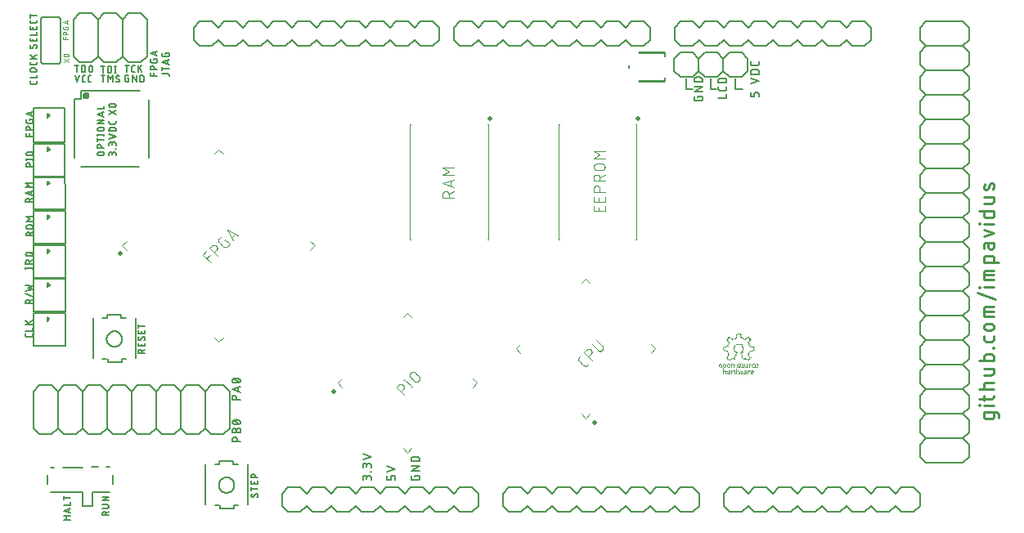
<source format=gbr>
G04 EAGLE Gerber RS-274X export*
G75*
%MOMM*%
%FSLAX34Y34*%
%LPD*%
%INSilkscreen Top*%
%IPPOS*%
%AMOC8*
5,1,8,0,0,1.08239X$1,22.5*%
G01*
%ADD10C,0.127000*%
%ADD11C,0.101600*%
%ADD12C,0.152400*%
%ADD13C,0.279400*%
%ADD14C,0.203200*%
%ADD15C,0.500000*%
%ADD16C,0.120000*%
%ADD17C,0.406400*%
%ADD18C,0.254000*%
%ADD19R,0.060963X0.063500*%
%ADD20R,0.066037X0.063500*%
%ADD21R,0.124463X0.063500*%
%ADD22R,0.063500X0.063500*%
%ADD23R,0.190500X0.063500*%
%ADD24R,0.127000X0.063500*%
%ADD25R,0.129537X0.063500*%
%ADD26R,0.254000X0.063500*%
%ADD27R,0.317500X0.063500*%
%ADD28R,0.187963X0.063500*%
%ADD29R,0.251463X0.063500*%
%ADD30R,0.256538X0.063500*%
%ADD31R,0.193038X0.063500*%
%ADD32R,0.320038X0.063500*%
%ADD33R,0.381000X0.063500*%


D10*
X87493Y9263D02*
X80635Y9263D01*
X80635Y11168D01*
X80637Y11253D01*
X80643Y11339D01*
X80652Y11424D01*
X80666Y11508D01*
X80683Y11592D01*
X80704Y11675D01*
X80728Y11757D01*
X80756Y11837D01*
X80788Y11917D01*
X80824Y11995D01*
X80862Y12071D01*
X80905Y12145D01*
X80950Y12217D01*
X80999Y12288D01*
X81051Y12356D01*
X81105Y12421D01*
X81163Y12484D01*
X81224Y12545D01*
X81287Y12603D01*
X81352Y12657D01*
X81420Y12709D01*
X81491Y12758D01*
X81563Y12803D01*
X81637Y12846D01*
X81713Y12884D01*
X81791Y12920D01*
X81871Y12952D01*
X81951Y12980D01*
X82033Y13004D01*
X82116Y13025D01*
X82200Y13042D01*
X82284Y13056D01*
X82369Y13065D01*
X82455Y13071D01*
X82540Y13073D01*
X82625Y13071D01*
X82711Y13065D01*
X82796Y13056D01*
X82880Y13042D01*
X82964Y13025D01*
X83047Y13004D01*
X83129Y12980D01*
X83209Y12952D01*
X83289Y12920D01*
X83367Y12884D01*
X83443Y12846D01*
X83517Y12803D01*
X83589Y12758D01*
X83660Y12709D01*
X83728Y12657D01*
X83793Y12603D01*
X83856Y12545D01*
X83917Y12484D01*
X83975Y12421D01*
X84029Y12356D01*
X84081Y12288D01*
X84130Y12217D01*
X84175Y12145D01*
X84218Y12071D01*
X84256Y11995D01*
X84292Y11917D01*
X84324Y11837D01*
X84352Y11757D01*
X84376Y11675D01*
X84397Y11592D01*
X84414Y11508D01*
X84428Y11424D01*
X84437Y11339D01*
X84443Y11253D01*
X84445Y11168D01*
X84445Y9263D01*
X84445Y11549D02*
X87493Y13073D01*
X85588Y16752D02*
X80635Y16752D01*
X85588Y16752D02*
X85673Y16754D01*
X85759Y16760D01*
X85844Y16769D01*
X85928Y16783D01*
X86012Y16800D01*
X86095Y16821D01*
X86177Y16845D01*
X86257Y16873D01*
X86337Y16905D01*
X86415Y16941D01*
X86491Y16979D01*
X86565Y17022D01*
X86637Y17067D01*
X86708Y17116D01*
X86776Y17168D01*
X86841Y17222D01*
X86904Y17280D01*
X86965Y17341D01*
X87023Y17404D01*
X87077Y17469D01*
X87129Y17537D01*
X87178Y17608D01*
X87223Y17680D01*
X87266Y17754D01*
X87304Y17830D01*
X87340Y17908D01*
X87372Y17988D01*
X87400Y18068D01*
X87424Y18150D01*
X87445Y18233D01*
X87462Y18317D01*
X87476Y18401D01*
X87485Y18486D01*
X87491Y18572D01*
X87493Y18657D01*
X87491Y18742D01*
X87485Y18828D01*
X87476Y18913D01*
X87462Y18997D01*
X87445Y19081D01*
X87424Y19164D01*
X87400Y19246D01*
X87372Y19326D01*
X87340Y19406D01*
X87304Y19484D01*
X87266Y19560D01*
X87223Y19634D01*
X87178Y19706D01*
X87129Y19777D01*
X87077Y19845D01*
X87023Y19910D01*
X86965Y19973D01*
X86904Y20034D01*
X86841Y20092D01*
X86776Y20146D01*
X86708Y20198D01*
X86637Y20247D01*
X86565Y20292D01*
X86491Y20335D01*
X86415Y20373D01*
X86337Y20409D01*
X86257Y20441D01*
X86177Y20469D01*
X86095Y20493D01*
X86012Y20514D01*
X85928Y20531D01*
X85844Y20545D01*
X85759Y20554D01*
X85673Y20560D01*
X85588Y20562D01*
X80635Y20562D01*
X80635Y24555D02*
X87493Y24555D01*
X87493Y28365D02*
X80635Y24555D01*
X80635Y28365D02*
X87493Y28365D01*
X47493Y4829D02*
X40635Y4829D01*
X43683Y4829D02*
X43683Y8639D01*
X40635Y8639D02*
X47493Y8639D01*
X47493Y12007D02*
X40635Y14293D01*
X47493Y16579D01*
X45779Y16007D02*
X45779Y12578D01*
X47493Y19968D02*
X40635Y19968D01*
X47493Y19968D02*
X47493Y23016D01*
X47493Y27460D02*
X40635Y27460D01*
X40635Y25555D02*
X40635Y29365D01*
X240341Y31945D02*
X240418Y31943D01*
X240495Y31937D01*
X240572Y31927D01*
X240648Y31914D01*
X240723Y31896D01*
X240797Y31875D01*
X240870Y31850D01*
X240942Y31821D01*
X241012Y31789D01*
X241081Y31754D01*
X241147Y31714D01*
X241212Y31672D01*
X241274Y31626D01*
X241334Y31577D01*
X241391Y31526D01*
X241446Y31471D01*
X241497Y31414D01*
X241546Y31354D01*
X241592Y31292D01*
X241634Y31227D01*
X241674Y31161D01*
X241709Y31092D01*
X241741Y31022D01*
X241770Y30950D01*
X241795Y30877D01*
X241816Y30803D01*
X241834Y30728D01*
X241847Y30652D01*
X241857Y30575D01*
X241863Y30498D01*
X241865Y30421D01*
X241863Y30311D01*
X241857Y30200D01*
X241848Y30090D01*
X241835Y29980D01*
X241818Y29871D01*
X241797Y29763D01*
X241773Y29655D01*
X241744Y29548D01*
X241713Y29442D01*
X241677Y29338D01*
X241638Y29234D01*
X241596Y29132D01*
X241550Y29032D01*
X241500Y28933D01*
X241448Y28836D01*
X241391Y28740D01*
X241332Y28647D01*
X241270Y28556D01*
X241204Y28467D01*
X241136Y28380D01*
X241064Y28296D01*
X240990Y28214D01*
X240913Y28135D01*
X236531Y28326D02*
X236454Y28328D01*
X236377Y28334D01*
X236300Y28344D01*
X236224Y28357D01*
X236149Y28375D01*
X236075Y28396D01*
X236002Y28421D01*
X235930Y28450D01*
X235860Y28482D01*
X235791Y28517D01*
X235725Y28557D01*
X235660Y28599D01*
X235598Y28645D01*
X235538Y28694D01*
X235481Y28745D01*
X235426Y28800D01*
X235375Y28857D01*
X235326Y28917D01*
X235280Y28979D01*
X235238Y29044D01*
X235198Y29110D01*
X235163Y29179D01*
X235131Y29249D01*
X235102Y29321D01*
X235077Y29394D01*
X235056Y29468D01*
X235038Y29543D01*
X235025Y29619D01*
X235015Y29696D01*
X235009Y29773D01*
X235007Y29850D01*
X235009Y29952D01*
X235014Y30054D01*
X235023Y30156D01*
X235036Y30257D01*
X235053Y30358D01*
X235072Y30458D01*
X235096Y30558D01*
X235123Y30656D01*
X235154Y30754D01*
X235188Y30850D01*
X235225Y30945D01*
X235266Y31039D01*
X235310Y31131D01*
X235358Y31221D01*
X235408Y31310D01*
X235462Y31397D01*
X235519Y31482D01*
X235579Y31565D01*
X237865Y29087D02*
X237824Y29022D01*
X237781Y28959D01*
X237734Y28899D01*
X237684Y28840D01*
X237632Y28785D01*
X237577Y28732D01*
X237519Y28681D01*
X237459Y28634D01*
X237396Y28590D01*
X237332Y28548D01*
X237266Y28510D01*
X237197Y28476D01*
X237127Y28445D01*
X237056Y28417D01*
X236984Y28393D01*
X236910Y28372D01*
X236835Y28355D01*
X236760Y28342D01*
X236684Y28333D01*
X236608Y28327D01*
X236531Y28325D01*
X239007Y31183D02*
X239048Y31248D01*
X239091Y31311D01*
X239138Y31371D01*
X239188Y31430D01*
X239240Y31485D01*
X239295Y31538D01*
X239353Y31589D01*
X239413Y31636D01*
X239476Y31680D01*
X239540Y31722D01*
X239606Y31760D01*
X239675Y31794D01*
X239745Y31825D01*
X239816Y31853D01*
X239888Y31877D01*
X239962Y31898D01*
X240037Y31915D01*
X240112Y31928D01*
X240188Y31937D01*
X240264Y31943D01*
X240341Y31945D01*
X239008Y31183D02*
X237865Y29088D01*
X235007Y36624D02*
X241865Y36624D01*
X235007Y34719D02*
X235007Y38529D01*
X241865Y41811D02*
X241865Y44859D01*
X241865Y41811D02*
X235007Y41811D01*
X235007Y44859D01*
X238055Y44097D02*
X238055Y41811D01*
X235007Y48290D02*
X241865Y48290D01*
X235007Y48290D02*
X235007Y50195D01*
X235009Y50280D01*
X235015Y50366D01*
X235024Y50451D01*
X235038Y50535D01*
X235055Y50619D01*
X235076Y50702D01*
X235100Y50784D01*
X235128Y50864D01*
X235160Y50944D01*
X235196Y51022D01*
X235234Y51098D01*
X235277Y51172D01*
X235322Y51244D01*
X235371Y51315D01*
X235423Y51383D01*
X235477Y51448D01*
X235535Y51511D01*
X235596Y51572D01*
X235659Y51630D01*
X235724Y51684D01*
X235792Y51736D01*
X235863Y51785D01*
X235935Y51830D01*
X236009Y51873D01*
X236085Y51911D01*
X236163Y51947D01*
X236243Y51979D01*
X236323Y52007D01*
X236405Y52031D01*
X236488Y52052D01*
X236572Y52069D01*
X236656Y52083D01*
X236741Y52092D01*
X236827Y52098D01*
X236912Y52100D01*
X236997Y52098D01*
X237083Y52092D01*
X237168Y52083D01*
X237252Y52069D01*
X237336Y52052D01*
X237419Y52031D01*
X237501Y52007D01*
X237581Y51979D01*
X237661Y51947D01*
X237739Y51911D01*
X237815Y51873D01*
X237889Y51830D01*
X237961Y51785D01*
X238032Y51736D01*
X238100Y51684D01*
X238165Y51630D01*
X238228Y51572D01*
X238289Y51511D01*
X238347Y51448D01*
X238401Y51383D01*
X238453Y51315D01*
X238502Y51244D01*
X238547Y51172D01*
X238590Y51098D01*
X238628Y51022D01*
X238664Y50944D01*
X238696Y50864D01*
X238724Y50784D01*
X238748Y50702D01*
X238769Y50619D01*
X238786Y50535D01*
X238800Y50451D01*
X238809Y50366D01*
X238815Y50280D01*
X238817Y50195D01*
X238817Y48290D01*
X124865Y177135D02*
X118007Y177135D01*
X118007Y179040D01*
X118009Y179125D01*
X118015Y179211D01*
X118024Y179296D01*
X118038Y179380D01*
X118055Y179464D01*
X118076Y179547D01*
X118100Y179629D01*
X118128Y179709D01*
X118160Y179789D01*
X118196Y179867D01*
X118234Y179943D01*
X118277Y180017D01*
X118322Y180089D01*
X118371Y180160D01*
X118423Y180228D01*
X118477Y180293D01*
X118535Y180356D01*
X118596Y180417D01*
X118659Y180475D01*
X118724Y180529D01*
X118792Y180581D01*
X118863Y180630D01*
X118935Y180675D01*
X119009Y180718D01*
X119085Y180756D01*
X119163Y180792D01*
X119243Y180824D01*
X119323Y180852D01*
X119405Y180876D01*
X119488Y180897D01*
X119572Y180914D01*
X119656Y180928D01*
X119741Y180937D01*
X119827Y180943D01*
X119912Y180945D01*
X119997Y180943D01*
X120083Y180937D01*
X120168Y180928D01*
X120252Y180914D01*
X120336Y180897D01*
X120419Y180876D01*
X120501Y180852D01*
X120581Y180824D01*
X120661Y180792D01*
X120739Y180756D01*
X120815Y180718D01*
X120889Y180675D01*
X120961Y180630D01*
X121032Y180581D01*
X121100Y180529D01*
X121165Y180475D01*
X121228Y180417D01*
X121289Y180356D01*
X121347Y180293D01*
X121401Y180228D01*
X121453Y180160D01*
X121502Y180089D01*
X121547Y180017D01*
X121590Y179943D01*
X121628Y179867D01*
X121664Y179789D01*
X121696Y179709D01*
X121724Y179629D01*
X121748Y179547D01*
X121769Y179464D01*
X121786Y179380D01*
X121800Y179296D01*
X121809Y179211D01*
X121815Y179125D01*
X121817Y179040D01*
X121817Y177135D01*
X121817Y179421D02*
X124865Y180945D01*
X124865Y184646D02*
X124865Y187694D01*
X124865Y184646D02*
X118007Y184646D01*
X118007Y187694D01*
X121055Y186932D02*
X121055Y184646D01*
X124865Y192763D02*
X124863Y192840D01*
X124857Y192917D01*
X124847Y192994D01*
X124834Y193070D01*
X124816Y193145D01*
X124795Y193219D01*
X124770Y193292D01*
X124741Y193364D01*
X124709Y193434D01*
X124674Y193503D01*
X124634Y193569D01*
X124592Y193634D01*
X124546Y193696D01*
X124497Y193756D01*
X124446Y193813D01*
X124391Y193868D01*
X124334Y193919D01*
X124274Y193968D01*
X124212Y194014D01*
X124147Y194056D01*
X124081Y194096D01*
X124012Y194131D01*
X123942Y194163D01*
X123870Y194192D01*
X123797Y194217D01*
X123723Y194238D01*
X123648Y194256D01*
X123572Y194269D01*
X123495Y194279D01*
X123418Y194285D01*
X123341Y194287D01*
X124865Y192763D02*
X124863Y192653D01*
X124857Y192542D01*
X124848Y192432D01*
X124835Y192322D01*
X124818Y192213D01*
X124797Y192105D01*
X124773Y191997D01*
X124744Y191890D01*
X124713Y191784D01*
X124677Y191680D01*
X124638Y191576D01*
X124596Y191474D01*
X124550Y191374D01*
X124500Y191275D01*
X124448Y191178D01*
X124391Y191082D01*
X124332Y190989D01*
X124270Y190898D01*
X124204Y190809D01*
X124136Y190722D01*
X124064Y190638D01*
X123990Y190556D01*
X123913Y190477D01*
X119531Y190667D02*
X119454Y190669D01*
X119377Y190675D01*
X119300Y190685D01*
X119224Y190698D01*
X119149Y190716D01*
X119075Y190737D01*
X119002Y190762D01*
X118930Y190791D01*
X118860Y190823D01*
X118791Y190858D01*
X118725Y190898D01*
X118660Y190940D01*
X118598Y190986D01*
X118538Y191035D01*
X118481Y191086D01*
X118426Y191141D01*
X118375Y191198D01*
X118326Y191258D01*
X118280Y191320D01*
X118238Y191385D01*
X118198Y191451D01*
X118163Y191520D01*
X118131Y191590D01*
X118102Y191662D01*
X118077Y191735D01*
X118056Y191809D01*
X118038Y191884D01*
X118025Y191960D01*
X118015Y192037D01*
X118009Y192114D01*
X118007Y192191D01*
X118009Y192293D01*
X118014Y192395D01*
X118023Y192497D01*
X118036Y192598D01*
X118053Y192699D01*
X118072Y192799D01*
X118096Y192899D01*
X118123Y192997D01*
X118154Y193095D01*
X118188Y193191D01*
X118225Y193286D01*
X118266Y193380D01*
X118310Y193472D01*
X118358Y193562D01*
X118408Y193651D01*
X118462Y193738D01*
X118519Y193823D01*
X118579Y193906D01*
X120865Y191429D02*
X120824Y191364D01*
X120781Y191301D01*
X120734Y191241D01*
X120684Y191182D01*
X120632Y191127D01*
X120577Y191074D01*
X120519Y191023D01*
X120459Y190976D01*
X120396Y190932D01*
X120332Y190890D01*
X120266Y190852D01*
X120197Y190818D01*
X120127Y190787D01*
X120056Y190759D01*
X119984Y190735D01*
X119910Y190714D01*
X119835Y190697D01*
X119760Y190684D01*
X119684Y190675D01*
X119608Y190669D01*
X119531Y190667D01*
X122007Y193525D02*
X122048Y193590D01*
X122091Y193653D01*
X122138Y193713D01*
X122188Y193772D01*
X122240Y193827D01*
X122295Y193880D01*
X122353Y193931D01*
X122413Y193978D01*
X122476Y194022D01*
X122540Y194064D01*
X122606Y194102D01*
X122675Y194136D01*
X122745Y194167D01*
X122816Y194195D01*
X122888Y194219D01*
X122962Y194240D01*
X123037Y194257D01*
X123112Y194270D01*
X123188Y194279D01*
X123264Y194285D01*
X123341Y194287D01*
X122008Y193525D02*
X120865Y191429D01*
X124865Y197813D02*
X124865Y200861D01*
X124865Y197813D02*
X118007Y197813D01*
X118007Y200861D01*
X121055Y200099D02*
X121055Y197813D01*
X118007Y205305D02*
X124865Y205305D01*
X118007Y203400D02*
X118007Y207210D01*
X12865Y457659D02*
X12865Y459183D01*
X12865Y457659D02*
X12863Y457582D01*
X12857Y457505D01*
X12847Y457428D01*
X12834Y457352D01*
X12816Y457277D01*
X12795Y457203D01*
X12770Y457130D01*
X12741Y457058D01*
X12709Y456988D01*
X12674Y456919D01*
X12634Y456853D01*
X12592Y456788D01*
X12546Y456726D01*
X12497Y456666D01*
X12446Y456609D01*
X12391Y456554D01*
X12334Y456503D01*
X12274Y456454D01*
X12212Y456408D01*
X12147Y456366D01*
X12081Y456326D01*
X12012Y456291D01*
X11942Y456259D01*
X11870Y456230D01*
X11797Y456205D01*
X11723Y456184D01*
X11648Y456166D01*
X11572Y456153D01*
X11495Y456143D01*
X11418Y456137D01*
X11341Y456135D01*
X7531Y456135D01*
X7454Y456137D01*
X7377Y456143D01*
X7300Y456153D01*
X7224Y456166D01*
X7149Y456184D01*
X7075Y456205D01*
X7002Y456230D01*
X6930Y456259D01*
X6860Y456291D01*
X6791Y456326D01*
X6725Y456366D01*
X6660Y456408D01*
X6598Y456454D01*
X6538Y456503D01*
X6481Y456554D01*
X6426Y456609D01*
X6375Y456666D01*
X6326Y456726D01*
X6280Y456788D01*
X6238Y456853D01*
X6198Y456919D01*
X6163Y456988D01*
X6131Y457058D01*
X6102Y457130D01*
X6077Y457203D01*
X6056Y457277D01*
X6038Y457352D01*
X6025Y457428D01*
X6015Y457505D01*
X6009Y457582D01*
X6007Y457659D01*
X6007Y459183D01*
X6007Y462528D02*
X12865Y462528D01*
X12865Y465576D01*
X10960Y468602D02*
X7912Y468602D01*
X7827Y468604D01*
X7741Y468610D01*
X7656Y468619D01*
X7572Y468633D01*
X7488Y468650D01*
X7405Y468671D01*
X7323Y468695D01*
X7243Y468723D01*
X7163Y468755D01*
X7085Y468791D01*
X7009Y468829D01*
X6935Y468872D01*
X6863Y468917D01*
X6792Y468966D01*
X6724Y469018D01*
X6659Y469072D01*
X6596Y469130D01*
X6535Y469191D01*
X6477Y469254D01*
X6423Y469319D01*
X6371Y469387D01*
X6322Y469458D01*
X6277Y469530D01*
X6234Y469604D01*
X6196Y469680D01*
X6160Y469758D01*
X6128Y469838D01*
X6100Y469918D01*
X6076Y470000D01*
X6055Y470083D01*
X6038Y470167D01*
X6024Y470251D01*
X6015Y470336D01*
X6009Y470422D01*
X6007Y470507D01*
X6009Y470592D01*
X6015Y470678D01*
X6024Y470763D01*
X6038Y470847D01*
X6055Y470931D01*
X6076Y471014D01*
X6100Y471096D01*
X6128Y471176D01*
X6160Y471256D01*
X6196Y471334D01*
X6234Y471410D01*
X6277Y471484D01*
X6322Y471556D01*
X6371Y471627D01*
X6423Y471695D01*
X6477Y471760D01*
X6535Y471823D01*
X6596Y471884D01*
X6659Y471942D01*
X6724Y471996D01*
X6792Y472048D01*
X6863Y472097D01*
X6935Y472142D01*
X7009Y472185D01*
X7085Y472223D01*
X7163Y472259D01*
X7243Y472291D01*
X7323Y472319D01*
X7405Y472343D01*
X7488Y472364D01*
X7572Y472381D01*
X7656Y472395D01*
X7741Y472404D01*
X7827Y472410D01*
X7912Y472412D01*
X10960Y472412D01*
X11045Y472410D01*
X11131Y472404D01*
X11216Y472395D01*
X11300Y472381D01*
X11384Y472364D01*
X11467Y472343D01*
X11549Y472319D01*
X11629Y472291D01*
X11709Y472259D01*
X11787Y472223D01*
X11863Y472185D01*
X11937Y472142D01*
X12009Y472097D01*
X12080Y472048D01*
X12148Y471996D01*
X12213Y471942D01*
X12276Y471884D01*
X12337Y471823D01*
X12395Y471760D01*
X12449Y471695D01*
X12501Y471627D01*
X12550Y471556D01*
X12595Y471484D01*
X12638Y471410D01*
X12676Y471334D01*
X12712Y471256D01*
X12744Y471176D01*
X12772Y471096D01*
X12796Y471014D01*
X12817Y470931D01*
X12834Y470847D01*
X12848Y470763D01*
X12857Y470678D01*
X12863Y470592D01*
X12865Y470507D01*
X12863Y470422D01*
X12857Y470336D01*
X12848Y470251D01*
X12834Y470167D01*
X12817Y470083D01*
X12796Y470000D01*
X12772Y469918D01*
X12744Y469838D01*
X12712Y469758D01*
X12676Y469680D01*
X12638Y469604D01*
X12595Y469530D01*
X12550Y469458D01*
X12501Y469387D01*
X12449Y469319D01*
X12395Y469254D01*
X12337Y469191D01*
X12276Y469130D01*
X12213Y469072D01*
X12148Y469018D01*
X12080Y468966D01*
X12009Y468917D01*
X11937Y468872D01*
X11863Y468829D01*
X11787Y468791D01*
X11709Y468755D01*
X11629Y468723D01*
X11549Y468695D01*
X11467Y468671D01*
X11384Y468650D01*
X11300Y468633D01*
X11216Y468619D01*
X11131Y468610D01*
X11045Y468604D01*
X10960Y468602D01*
X12865Y477410D02*
X12865Y478934D01*
X12865Y477410D02*
X12863Y477333D01*
X12857Y477256D01*
X12847Y477179D01*
X12834Y477103D01*
X12816Y477028D01*
X12795Y476954D01*
X12770Y476881D01*
X12741Y476809D01*
X12709Y476739D01*
X12674Y476670D01*
X12634Y476604D01*
X12592Y476539D01*
X12546Y476477D01*
X12497Y476417D01*
X12446Y476360D01*
X12391Y476305D01*
X12334Y476254D01*
X12274Y476205D01*
X12212Y476159D01*
X12147Y476117D01*
X12081Y476077D01*
X12012Y476042D01*
X11942Y476010D01*
X11870Y475981D01*
X11797Y475956D01*
X11723Y475935D01*
X11648Y475917D01*
X11572Y475904D01*
X11495Y475894D01*
X11418Y475888D01*
X11341Y475886D01*
X7531Y475886D01*
X7454Y475888D01*
X7377Y475894D01*
X7300Y475904D01*
X7224Y475917D01*
X7149Y475935D01*
X7075Y475956D01*
X7002Y475981D01*
X6930Y476010D01*
X6860Y476042D01*
X6791Y476077D01*
X6725Y476117D01*
X6660Y476159D01*
X6598Y476205D01*
X6538Y476254D01*
X6481Y476305D01*
X6426Y476360D01*
X6375Y476417D01*
X6326Y476477D01*
X6280Y476539D01*
X6238Y476604D01*
X6198Y476670D01*
X6163Y476739D01*
X6131Y476809D01*
X6102Y476881D01*
X6077Y476954D01*
X6056Y477028D01*
X6038Y477103D01*
X6025Y477179D01*
X6015Y477256D01*
X6009Y477333D01*
X6007Y477410D01*
X6007Y478934D01*
X6007Y482417D02*
X12865Y482417D01*
X10198Y482417D02*
X6007Y486227D01*
X8674Y483941D02*
X12865Y486227D01*
X12865Y495272D02*
X12863Y495349D01*
X12857Y495426D01*
X12847Y495503D01*
X12834Y495579D01*
X12816Y495654D01*
X12795Y495728D01*
X12770Y495801D01*
X12741Y495873D01*
X12709Y495943D01*
X12674Y496012D01*
X12634Y496078D01*
X12592Y496143D01*
X12546Y496205D01*
X12497Y496265D01*
X12446Y496322D01*
X12391Y496377D01*
X12334Y496428D01*
X12274Y496477D01*
X12212Y496523D01*
X12147Y496565D01*
X12081Y496605D01*
X12012Y496640D01*
X11942Y496672D01*
X11870Y496701D01*
X11797Y496726D01*
X11723Y496747D01*
X11648Y496765D01*
X11572Y496778D01*
X11495Y496788D01*
X11418Y496794D01*
X11341Y496796D01*
X12865Y495272D02*
X12863Y495162D01*
X12857Y495051D01*
X12848Y494941D01*
X12835Y494831D01*
X12818Y494722D01*
X12797Y494614D01*
X12773Y494506D01*
X12744Y494399D01*
X12713Y494293D01*
X12677Y494189D01*
X12638Y494085D01*
X12596Y493983D01*
X12550Y493883D01*
X12500Y493784D01*
X12448Y493687D01*
X12391Y493591D01*
X12332Y493498D01*
X12270Y493407D01*
X12204Y493318D01*
X12136Y493231D01*
X12064Y493147D01*
X11990Y493065D01*
X11913Y492986D01*
X7531Y493177D02*
X7454Y493179D01*
X7377Y493185D01*
X7300Y493195D01*
X7224Y493208D01*
X7149Y493226D01*
X7075Y493247D01*
X7002Y493272D01*
X6930Y493301D01*
X6860Y493333D01*
X6791Y493368D01*
X6725Y493408D01*
X6660Y493450D01*
X6598Y493496D01*
X6538Y493545D01*
X6481Y493596D01*
X6426Y493651D01*
X6375Y493708D01*
X6326Y493768D01*
X6280Y493830D01*
X6238Y493895D01*
X6198Y493961D01*
X6163Y494030D01*
X6131Y494100D01*
X6102Y494172D01*
X6077Y494245D01*
X6056Y494319D01*
X6038Y494394D01*
X6025Y494470D01*
X6015Y494547D01*
X6009Y494624D01*
X6007Y494701D01*
X6009Y494803D01*
X6014Y494905D01*
X6023Y495007D01*
X6036Y495108D01*
X6053Y495209D01*
X6072Y495309D01*
X6096Y495409D01*
X6123Y495507D01*
X6154Y495605D01*
X6188Y495701D01*
X6225Y495796D01*
X6266Y495890D01*
X6310Y495982D01*
X6358Y496072D01*
X6408Y496161D01*
X6462Y496248D01*
X6519Y496333D01*
X6579Y496416D01*
X8865Y493938D02*
X8824Y493873D01*
X8781Y493810D01*
X8734Y493750D01*
X8684Y493691D01*
X8632Y493636D01*
X8577Y493583D01*
X8519Y493532D01*
X8459Y493485D01*
X8396Y493441D01*
X8332Y493399D01*
X8266Y493361D01*
X8197Y493327D01*
X8127Y493296D01*
X8056Y493268D01*
X7984Y493244D01*
X7910Y493223D01*
X7835Y493206D01*
X7760Y493193D01*
X7684Y493184D01*
X7608Y493178D01*
X7531Y493176D01*
X10007Y496034D02*
X10048Y496099D01*
X10091Y496162D01*
X10138Y496222D01*
X10188Y496281D01*
X10240Y496336D01*
X10295Y496389D01*
X10353Y496440D01*
X10413Y496487D01*
X10476Y496531D01*
X10540Y496573D01*
X10606Y496611D01*
X10675Y496645D01*
X10745Y496676D01*
X10816Y496704D01*
X10888Y496728D01*
X10962Y496749D01*
X11037Y496766D01*
X11112Y496779D01*
X11188Y496788D01*
X11264Y496794D01*
X11341Y496796D01*
X10008Y496034D02*
X8865Y493939D01*
X12865Y500323D02*
X12865Y503371D01*
X12865Y500323D02*
X6007Y500323D01*
X6007Y503371D01*
X9055Y502609D02*
X9055Y500323D01*
X6007Y506662D02*
X12865Y506662D01*
X12865Y509710D01*
X12865Y513002D02*
X12865Y516050D01*
X12865Y513002D02*
X6007Y513002D01*
X6007Y516050D01*
X9055Y515288D02*
X9055Y513002D01*
X12865Y520570D02*
X12865Y522094D01*
X12865Y520570D02*
X12863Y520493D01*
X12857Y520416D01*
X12847Y520339D01*
X12834Y520263D01*
X12816Y520188D01*
X12795Y520114D01*
X12770Y520041D01*
X12741Y519969D01*
X12709Y519899D01*
X12674Y519830D01*
X12634Y519764D01*
X12592Y519699D01*
X12546Y519637D01*
X12497Y519577D01*
X12446Y519520D01*
X12391Y519465D01*
X12334Y519414D01*
X12274Y519365D01*
X12212Y519319D01*
X12147Y519277D01*
X12081Y519237D01*
X12012Y519202D01*
X11942Y519170D01*
X11870Y519141D01*
X11797Y519116D01*
X11723Y519095D01*
X11648Y519077D01*
X11572Y519064D01*
X11495Y519054D01*
X11418Y519048D01*
X11341Y519046D01*
X7531Y519046D01*
X7454Y519048D01*
X7377Y519054D01*
X7300Y519064D01*
X7224Y519077D01*
X7149Y519095D01*
X7075Y519116D01*
X7002Y519141D01*
X6930Y519170D01*
X6860Y519202D01*
X6791Y519237D01*
X6725Y519277D01*
X6660Y519319D01*
X6598Y519365D01*
X6538Y519414D01*
X6481Y519465D01*
X6426Y519520D01*
X6375Y519577D01*
X6326Y519637D01*
X6280Y519699D01*
X6238Y519764D01*
X6198Y519830D01*
X6163Y519899D01*
X6131Y519969D01*
X6102Y520041D01*
X6077Y520114D01*
X6056Y520188D01*
X6038Y520263D01*
X6025Y520339D01*
X6015Y520416D01*
X6009Y520493D01*
X6007Y520570D01*
X6007Y522094D01*
X6007Y526590D02*
X12865Y526590D01*
X6007Y524685D02*
X6007Y528495D01*
D11*
X40508Y502494D02*
X45588Y502494D01*
X40508Y502494D02*
X40508Y504752D01*
X42766Y504752D02*
X42766Y502494D01*
X40508Y507357D02*
X45588Y507357D01*
X40508Y507357D02*
X40508Y508768D01*
X40510Y508842D01*
X40516Y508915D01*
X40525Y508989D01*
X40539Y509061D01*
X40556Y509133D01*
X40577Y509204D01*
X40602Y509274D01*
X40630Y509342D01*
X40662Y509409D01*
X40697Y509474D01*
X40736Y509536D01*
X40777Y509597D01*
X40822Y509656D01*
X40870Y509712D01*
X40921Y509766D01*
X40975Y509817D01*
X41031Y509865D01*
X41090Y509910D01*
X41151Y509951D01*
X41214Y509990D01*
X41278Y510025D01*
X41345Y510057D01*
X41413Y510085D01*
X41483Y510110D01*
X41554Y510131D01*
X41626Y510148D01*
X41698Y510162D01*
X41772Y510171D01*
X41845Y510177D01*
X41919Y510179D01*
X41993Y510177D01*
X42066Y510171D01*
X42140Y510162D01*
X42212Y510148D01*
X42284Y510131D01*
X42355Y510110D01*
X42425Y510085D01*
X42493Y510057D01*
X42560Y510025D01*
X42625Y509990D01*
X42687Y509951D01*
X42748Y509910D01*
X42807Y509865D01*
X42863Y509817D01*
X42917Y509766D01*
X42968Y509712D01*
X43016Y509656D01*
X43061Y509597D01*
X43102Y509536D01*
X43141Y509474D01*
X43176Y509409D01*
X43208Y509342D01*
X43236Y509274D01*
X43261Y509204D01*
X43282Y509133D01*
X43299Y509061D01*
X43313Y508989D01*
X43322Y508915D01*
X43328Y508842D01*
X43330Y508768D01*
X43330Y507357D01*
X42766Y514694D02*
X42766Y515541D01*
X45588Y515541D01*
X45588Y513847D01*
X45586Y513781D01*
X45580Y513716D01*
X45571Y513651D01*
X45558Y513587D01*
X45541Y513523D01*
X45520Y513461D01*
X45496Y513400D01*
X45468Y513340D01*
X45437Y513283D01*
X45402Y513227D01*
X45365Y513173D01*
X45324Y513121D01*
X45280Y513072D01*
X45234Y513026D01*
X45185Y512982D01*
X45133Y512941D01*
X45079Y512904D01*
X45024Y512869D01*
X44966Y512838D01*
X44906Y512810D01*
X44845Y512786D01*
X44783Y512765D01*
X44719Y512748D01*
X44655Y512735D01*
X44590Y512726D01*
X44525Y512720D01*
X44459Y512718D01*
X41637Y512718D01*
X41571Y512720D01*
X41506Y512726D01*
X41441Y512735D01*
X41377Y512748D01*
X41313Y512765D01*
X41251Y512786D01*
X41190Y512810D01*
X41130Y512838D01*
X41073Y512869D01*
X41017Y512904D01*
X40963Y512941D01*
X40911Y512982D01*
X40862Y513026D01*
X40816Y513072D01*
X40772Y513121D01*
X40731Y513173D01*
X40694Y513227D01*
X40659Y513282D01*
X40628Y513340D01*
X40600Y513400D01*
X40576Y513461D01*
X40555Y513523D01*
X40538Y513587D01*
X40525Y513651D01*
X40516Y513716D01*
X40510Y513781D01*
X40508Y513847D01*
X40508Y515541D01*
X40508Y519799D02*
X45588Y518105D01*
X45588Y521492D02*
X40508Y519799D01*
X44318Y521069D02*
X44318Y518529D01*
X40912Y481895D02*
X45992Y478508D01*
X45992Y481895D02*
X40912Y478508D01*
X42323Y484277D02*
X44581Y484277D01*
X42323Y484277D02*
X42249Y484279D01*
X42176Y484285D01*
X42102Y484294D01*
X42030Y484308D01*
X41958Y484325D01*
X41887Y484346D01*
X41817Y484371D01*
X41749Y484399D01*
X41682Y484431D01*
X41617Y484466D01*
X41555Y484505D01*
X41494Y484546D01*
X41435Y484591D01*
X41379Y484639D01*
X41325Y484690D01*
X41274Y484744D01*
X41226Y484800D01*
X41181Y484859D01*
X41140Y484920D01*
X41101Y484983D01*
X41066Y485047D01*
X41034Y485114D01*
X41006Y485182D01*
X40981Y485252D01*
X40960Y485323D01*
X40943Y485395D01*
X40929Y485467D01*
X40920Y485541D01*
X40914Y485614D01*
X40912Y485688D01*
X40914Y485762D01*
X40920Y485835D01*
X40929Y485909D01*
X40943Y485981D01*
X40960Y486053D01*
X40981Y486124D01*
X41006Y486194D01*
X41034Y486262D01*
X41066Y486329D01*
X41101Y486394D01*
X41140Y486456D01*
X41181Y486517D01*
X41226Y486576D01*
X41274Y486632D01*
X41325Y486686D01*
X41379Y486737D01*
X41435Y486785D01*
X41494Y486830D01*
X41555Y486871D01*
X41618Y486910D01*
X41682Y486945D01*
X41749Y486977D01*
X41817Y487005D01*
X41887Y487030D01*
X41958Y487051D01*
X42030Y487068D01*
X42102Y487082D01*
X42176Y487091D01*
X42249Y487097D01*
X42323Y487099D01*
X44581Y487099D01*
X44655Y487097D01*
X44728Y487091D01*
X44802Y487082D01*
X44874Y487068D01*
X44946Y487051D01*
X45017Y487030D01*
X45087Y487005D01*
X45155Y486977D01*
X45222Y486945D01*
X45286Y486910D01*
X45349Y486871D01*
X45410Y486830D01*
X45469Y486785D01*
X45525Y486737D01*
X45579Y486686D01*
X45630Y486632D01*
X45678Y486576D01*
X45723Y486517D01*
X45764Y486456D01*
X45803Y486394D01*
X45838Y486329D01*
X45870Y486262D01*
X45898Y486194D01*
X45923Y486124D01*
X45944Y486053D01*
X45961Y485981D01*
X45975Y485909D01*
X45984Y485835D01*
X45990Y485762D01*
X45992Y485688D01*
X45990Y485614D01*
X45984Y485541D01*
X45975Y485467D01*
X45961Y485395D01*
X45944Y485323D01*
X45923Y485252D01*
X45898Y485182D01*
X45870Y485114D01*
X45838Y485047D01*
X45803Y484983D01*
X45764Y484920D01*
X45723Y484859D01*
X45678Y484800D01*
X45630Y484744D01*
X45579Y484690D01*
X45525Y484639D01*
X45469Y484591D01*
X45410Y484546D01*
X45349Y484505D01*
X45287Y484466D01*
X45222Y484431D01*
X45155Y484399D01*
X45087Y484371D01*
X45017Y484346D01*
X44946Y484325D01*
X44874Y484308D01*
X44802Y484294D01*
X44728Y484285D01*
X44655Y484279D01*
X44581Y484277D01*
D10*
X8493Y197232D02*
X8493Y195708D01*
X8491Y195631D01*
X8485Y195554D01*
X8475Y195477D01*
X8462Y195401D01*
X8444Y195326D01*
X8423Y195252D01*
X8398Y195179D01*
X8369Y195107D01*
X8337Y195037D01*
X8302Y194968D01*
X8262Y194902D01*
X8220Y194837D01*
X8174Y194775D01*
X8125Y194715D01*
X8074Y194658D01*
X8019Y194603D01*
X7962Y194552D01*
X7902Y194503D01*
X7840Y194457D01*
X7775Y194415D01*
X7709Y194375D01*
X7640Y194340D01*
X7570Y194308D01*
X7498Y194279D01*
X7425Y194254D01*
X7351Y194233D01*
X7276Y194215D01*
X7200Y194202D01*
X7123Y194192D01*
X7046Y194186D01*
X6969Y194184D01*
X3159Y194184D01*
X3082Y194186D01*
X3005Y194192D01*
X2928Y194202D01*
X2852Y194215D01*
X2777Y194233D01*
X2703Y194254D01*
X2630Y194279D01*
X2558Y194308D01*
X2488Y194340D01*
X2419Y194375D01*
X2353Y194415D01*
X2288Y194457D01*
X2226Y194503D01*
X2166Y194552D01*
X2109Y194603D01*
X2054Y194658D01*
X2003Y194715D01*
X1954Y194775D01*
X1908Y194837D01*
X1866Y194902D01*
X1826Y194968D01*
X1791Y195037D01*
X1759Y195107D01*
X1730Y195179D01*
X1705Y195252D01*
X1684Y195326D01*
X1666Y195401D01*
X1653Y195477D01*
X1643Y195554D01*
X1637Y195631D01*
X1635Y195708D01*
X1635Y197232D01*
X1635Y200576D02*
X8493Y200576D01*
X8493Y203624D01*
X8493Y207055D02*
X1635Y207055D01*
X1635Y210865D02*
X5826Y207055D01*
X4302Y208579D02*
X8493Y210865D01*
X8493Y228839D02*
X1635Y228839D01*
X1635Y230744D01*
X1637Y230829D01*
X1643Y230915D01*
X1652Y231000D01*
X1666Y231084D01*
X1683Y231168D01*
X1704Y231251D01*
X1728Y231333D01*
X1756Y231413D01*
X1788Y231493D01*
X1824Y231571D01*
X1862Y231647D01*
X1905Y231721D01*
X1950Y231793D01*
X1999Y231864D01*
X2051Y231932D01*
X2105Y231997D01*
X2163Y232060D01*
X2224Y232121D01*
X2287Y232179D01*
X2352Y232233D01*
X2420Y232285D01*
X2491Y232334D01*
X2563Y232379D01*
X2637Y232422D01*
X2713Y232460D01*
X2791Y232496D01*
X2871Y232528D01*
X2951Y232556D01*
X3033Y232580D01*
X3116Y232601D01*
X3200Y232618D01*
X3284Y232632D01*
X3369Y232641D01*
X3455Y232647D01*
X3540Y232649D01*
X3625Y232647D01*
X3711Y232641D01*
X3796Y232632D01*
X3880Y232618D01*
X3964Y232601D01*
X4047Y232580D01*
X4129Y232556D01*
X4209Y232528D01*
X4289Y232496D01*
X4367Y232460D01*
X4443Y232422D01*
X4517Y232379D01*
X4589Y232334D01*
X4660Y232285D01*
X4728Y232233D01*
X4793Y232179D01*
X4856Y232121D01*
X4917Y232060D01*
X4975Y231997D01*
X5029Y231932D01*
X5081Y231864D01*
X5130Y231793D01*
X5175Y231721D01*
X5218Y231647D01*
X5256Y231571D01*
X5292Y231493D01*
X5324Y231413D01*
X5352Y231333D01*
X5376Y231251D01*
X5397Y231168D01*
X5414Y231084D01*
X5428Y231000D01*
X5437Y230915D01*
X5443Y230829D01*
X5445Y230744D01*
X5445Y228839D01*
X5445Y231125D02*
X8493Y232649D01*
X9255Y235734D02*
X873Y238782D01*
X1635Y241769D02*
X8493Y243293D01*
X3921Y244817D01*
X8493Y246341D01*
X1635Y247865D01*
X1635Y265656D02*
X8493Y265656D01*
X8493Y264894D02*
X8493Y266418D01*
X1635Y266418D02*
X1635Y264894D01*
X1635Y269917D02*
X8493Y269917D01*
X1635Y269917D02*
X1635Y271822D01*
X1637Y271907D01*
X1643Y271993D01*
X1652Y272078D01*
X1666Y272162D01*
X1683Y272246D01*
X1704Y272329D01*
X1728Y272411D01*
X1756Y272491D01*
X1788Y272571D01*
X1824Y272649D01*
X1862Y272725D01*
X1905Y272799D01*
X1950Y272871D01*
X1999Y272942D01*
X2051Y273010D01*
X2105Y273075D01*
X2163Y273138D01*
X2224Y273199D01*
X2287Y273257D01*
X2352Y273311D01*
X2420Y273363D01*
X2491Y273412D01*
X2563Y273457D01*
X2637Y273500D01*
X2713Y273538D01*
X2791Y273574D01*
X2871Y273606D01*
X2951Y273634D01*
X3033Y273658D01*
X3116Y273679D01*
X3200Y273696D01*
X3284Y273710D01*
X3369Y273719D01*
X3455Y273725D01*
X3540Y273727D01*
X3625Y273725D01*
X3711Y273719D01*
X3796Y273710D01*
X3880Y273696D01*
X3964Y273679D01*
X4047Y273658D01*
X4129Y273634D01*
X4209Y273606D01*
X4289Y273574D01*
X4367Y273538D01*
X4443Y273500D01*
X4517Y273457D01*
X4589Y273412D01*
X4660Y273363D01*
X4728Y273311D01*
X4793Y273257D01*
X4856Y273199D01*
X4917Y273138D01*
X4975Y273075D01*
X5029Y273010D01*
X5081Y272942D01*
X5130Y272871D01*
X5175Y272799D01*
X5218Y272725D01*
X5256Y272649D01*
X5292Y272571D01*
X5324Y272491D01*
X5352Y272411D01*
X5376Y272329D01*
X5397Y272246D01*
X5414Y272162D01*
X5428Y272078D01*
X5437Y271993D01*
X5443Y271907D01*
X5445Y271822D01*
X5445Y269917D01*
X5445Y272203D02*
X8493Y273727D01*
X6588Y277793D02*
X3540Y277793D01*
X3455Y277795D01*
X3369Y277801D01*
X3284Y277810D01*
X3200Y277824D01*
X3116Y277841D01*
X3033Y277862D01*
X2951Y277886D01*
X2871Y277914D01*
X2791Y277946D01*
X2713Y277982D01*
X2637Y278020D01*
X2563Y278063D01*
X2491Y278108D01*
X2420Y278157D01*
X2352Y278209D01*
X2287Y278263D01*
X2224Y278321D01*
X2163Y278382D01*
X2105Y278445D01*
X2051Y278510D01*
X1999Y278578D01*
X1950Y278649D01*
X1905Y278721D01*
X1862Y278795D01*
X1824Y278871D01*
X1788Y278949D01*
X1756Y279029D01*
X1728Y279109D01*
X1704Y279191D01*
X1683Y279274D01*
X1666Y279358D01*
X1652Y279442D01*
X1643Y279527D01*
X1637Y279613D01*
X1635Y279698D01*
X1637Y279783D01*
X1643Y279869D01*
X1652Y279954D01*
X1666Y280038D01*
X1683Y280122D01*
X1704Y280205D01*
X1728Y280287D01*
X1756Y280367D01*
X1788Y280447D01*
X1824Y280525D01*
X1862Y280601D01*
X1905Y280675D01*
X1950Y280747D01*
X1999Y280818D01*
X2051Y280886D01*
X2105Y280951D01*
X2163Y281014D01*
X2224Y281075D01*
X2287Y281133D01*
X2352Y281187D01*
X2420Y281239D01*
X2491Y281288D01*
X2563Y281333D01*
X2637Y281376D01*
X2713Y281414D01*
X2791Y281450D01*
X2871Y281482D01*
X2951Y281510D01*
X3033Y281534D01*
X3116Y281555D01*
X3200Y281572D01*
X3284Y281586D01*
X3369Y281595D01*
X3455Y281601D01*
X3540Y281603D01*
X6588Y281603D01*
X6673Y281601D01*
X6759Y281595D01*
X6844Y281586D01*
X6928Y281572D01*
X7012Y281555D01*
X7095Y281534D01*
X7177Y281510D01*
X7257Y281482D01*
X7337Y281450D01*
X7415Y281414D01*
X7491Y281376D01*
X7565Y281333D01*
X7637Y281288D01*
X7708Y281239D01*
X7776Y281187D01*
X7841Y281133D01*
X7904Y281075D01*
X7965Y281014D01*
X8023Y280951D01*
X8077Y280886D01*
X8129Y280818D01*
X8178Y280747D01*
X8223Y280675D01*
X8266Y280601D01*
X8304Y280525D01*
X8340Y280447D01*
X8372Y280367D01*
X8400Y280287D01*
X8424Y280205D01*
X8445Y280122D01*
X8462Y280038D01*
X8476Y279954D01*
X8485Y279869D01*
X8491Y279783D01*
X8493Y279698D01*
X8491Y279613D01*
X8485Y279527D01*
X8476Y279442D01*
X8462Y279358D01*
X8445Y279274D01*
X8424Y279191D01*
X8400Y279109D01*
X8372Y279029D01*
X8340Y278949D01*
X8304Y278871D01*
X8266Y278795D01*
X8223Y278721D01*
X8178Y278649D01*
X8129Y278578D01*
X8077Y278510D01*
X8023Y278445D01*
X7965Y278382D01*
X7904Y278321D01*
X7841Y278263D01*
X7776Y278209D01*
X7708Y278157D01*
X7637Y278108D01*
X7565Y278063D01*
X7491Y278020D01*
X7415Y277982D01*
X7337Y277946D01*
X7257Y277914D01*
X7177Y277886D01*
X7095Y277862D01*
X7012Y277841D01*
X6928Y277824D01*
X6844Y277810D01*
X6759Y277801D01*
X6673Y277795D01*
X6588Y277793D01*
X6969Y280841D02*
X8493Y282365D01*
X8493Y333882D02*
X1635Y333882D01*
X1635Y335787D01*
X1637Y335872D01*
X1643Y335958D01*
X1652Y336043D01*
X1666Y336127D01*
X1683Y336211D01*
X1704Y336294D01*
X1728Y336376D01*
X1756Y336456D01*
X1788Y336536D01*
X1824Y336614D01*
X1862Y336690D01*
X1905Y336764D01*
X1950Y336836D01*
X1999Y336907D01*
X2051Y336975D01*
X2105Y337040D01*
X2163Y337103D01*
X2224Y337164D01*
X2287Y337222D01*
X2352Y337276D01*
X2420Y337328D01*
X2491Y337377D01*
X2563Y337422D01*
X2637Y337465D01*
X2713Y337503D01*
X2791Y337539D01*
X2871Y337571D01*
X2951Y337599D01*
X3033Y337623D01*
X3116Y337644D01*
X3200Y337661D01*
X3284Y337675D01*
X3369Y337684D01*
X3455Y337690D01*
X3540Y337692D01*
X3625Y337690D01*
X3711Y337684D01*
X3796Y337675D01*
X3880Y337661D01*
X3964Y337644D01*
X4047Y337623D01*
X4129Y337599D01*
X4209Y337571D01*
X4289Y337539D01*
X4367Y337503D01*
X4443Y337465D01*
X4517Y337422D01*
X4589Y337377D01*
X4660Y337328D01*
X4728Y337276D01*
X4793Y337222D01*
X4856Y337164D01*
X4917Y337103D01*
X4975Y337040D01*
X5029Y336975D01*
X5081Y336907D01*
X5130Y336836D01*
X5175Y336764D01*
X5218Y336690D01*
X5256Y336614D01*
X5292Y336536D01*
X5324Y336456D01*
X5352Y336376D01*
X5376Y336294D01*
X5397Y336211D01*
X5414Y336127D01*
X5428Y336043D01*
X5437Y335958D01*
X5443Y335872D01*
X5445Y335787D01*
X5445Y333882D01*
X5445Y336168D02*
X8493Y337692D01*
X8493Y340746D02*
X1635Y343032D01*
X8493Y345318D01*
X6779Y344747D02*
X6779Y341318D01*
X8493Y348793D02*
X1635Y348793D01*
X5445Y351079D01*
X1635Y353365D01*
X8493Y353365D01*
X8993Y298882D02*
X2135Y298882D01*
X2135Y300787D01*
X2137Y300872D01*
X2143Y300958D01*
X2152Y301043D01*
X2166Y301127D01*
X2183Y301211D01*
X2204Y301294D01*
X2228Y301376D01*
X2256Y301456D01*
X2288Y301536D01*
X2324Y301614D01*
X2362Y301690D01*
X2405Y301764D01*
X2450Y301836D01*
X2499Y301907D01*
X2551Y301975D01*
X2605Y302040D01*
X2663Y302103D01*
X2724Y302164D01*
X2787Y302222D01*
X2852Y302276D01*
X2920Y302328D01*
X2991Y302377D01*
X3063Y302422D01*
X3137Y302465D01*
X3213Y302503D01*
X3291Y302539D01*
X3371Y302571D01*
X3451Y302599D01*
X3533Y302623D01*
X3616Y302644D01*
X3700Y302661D01*
X3784Y302675D01*
X3869Y302684D01*
X3955Y302690D01*
X4040Y302692D01*
X4125Y302690D01*
X4211Y302684D01*
X4296Y302675D01*
X4380Y302661D01*
X4464Y302644D01*
X4547Y302623D01*
X4629Y302599D01*
X4709Y302571D01*
X4789Y302539D01*
X4867Y302503D01*
X4943Y302465D01*
X5017Y302422D01*
X5089Y302377D01*
X5160Y302328D01*
X5228Y302276D01*
X5293Y302222D01*
X5356Y302164D01*
X5417Y302103D01*
X5475Y302040D01*
X5529Y301975D01*
X5581Y301907D01*
X5630Y301836D01*
X5675Y301764D01*
X5718Y301690D01*
X5756Y301614D01*
X5792Y301536D01*
X5824Y301456D01*
X5852Y301376D01*
X5876Y301294D01*
X5897Y301211D01*
X5914Y301127D01*
X5928Y301043D01*
X5937Y300958D01*
X5943Y300872D01*
X5945Y300787D01*
X5945Y298882D01*
X5945Y301168D02*
X8993Y302692D01*
X7088Y306127D02*
X4040Y306127D01*
X3955Y306129D01*
X3869Y306135D01*
X3784Y306144D01*
X3700Y306158D01*
X3616Y306175D01*
X3533Y306196D01*
X3451Y306220D01*
X3371Y306248D01*
X3291Y306280D01*
X3213Y306316D01*
X3137Y306354D01*
X3063Y306397D01*
X2991Y306442D01*
X2920Y306491D01*
X2852Y306543D01*
X2787Y306597D01*
X2724Y306655D01*
X2663Y306716D01*
X2605Y306779D01*
X2551Y306844D01*
X2499Y306912D01*
X2450Y306983D01*
X2405Y307055D01*
X2362Y307129D01*
X2324Y307205D01*
X2288Y307283D01*
X2256Y307363D01*
X2228Y307443D01*
X2204Y307525D01*
X2183Y307608D01*
X2166Y307692D01*
X2152Y307776D01*
X2143Y307861D01*
X2137Y307947D01*
X2135Y308032D01*
X2137Y308117D01*
X2143Y308203D01*
X2152Y308288D01*
X2166Y308372D01*
X2183Y308456D01*
X2204Y308539D01*
X2228Y308621D01*
X2256Y308701D01*
X2288Y308781D01*
X2324Y308859D01*
X2362Y308935D01*
X2405Y309009D01*
X2450Y309081D01*
X2499Y309152D01*
X2551Y309220D01*
X2605Y309285D01*
X2663Y309348D01*
X2724Y309409D01*
X2787Y309467D01*
X2852Y309521D01*
X2920Y309573D01*
X2991Y309622D01*
X3063Y309667D01*
X3137Y309710D01*
X3213Y309748D01*
X3291Y309784D01*
X3371Y309816D01*
X3451Y309844D01*
X3533Y309868D01*
X3616Y309889D01*
X3700Y309906D01*
X3784Y309920D01*
X3869Y309929D01*
X3955Y309935D01*
X4040Y309937D01*
X7088Y309937D01*
X7173Y309935D01*
X7259Y309929D01*
X7344Y309920D01*
X7428Y309906D01*
X7512Y309889D01*
X7595Y309868D01*
X7677Y309844D01*
X7757Y309816D01*
X7837Y309784D01*
X7915Y309748D01*
X7991Y309710D01*
X8065Y309667D01*
X8137Y309622D01*
X8208Y309573D01*
X8276Y309521D01*
X8341Y309467D01*
X8404Y309409D01*
X8465Y309348D01*
X8523Y309285D01*
X8577Y309220D01*
X8629Y309152D01*
X8678Y309081D01*
X8723Y309009D01*
X8766Y308935D01*
X8804Y308859D01*
X8840Y308781D01*
X8872Y308701D01*
X8900Y308621D01*
X8924Y308539D01*
X8945Y308456D01*
X8962Y308372D01*
X8976Y308288D01*
X8985Y308203D01*
X8991Y308117D01*
X8993Y308032D01*
X8991Y307947D01*
X8985Y307861D01*
X8976Y307776D01*
X8962Y307692D01*
X8945Y307608D01*
X8924Y307525D01*
X8900Y307443D01*
X8872Y307363D01*
X8840Y307283D01*
X8804Y307205D01*
X8766Y307129D01*
X8723Y307055D01*
X8678Y306983D01*
X8629Y306912D01*
X8577Y306844D01*
X8523Y306779D01*
X8465Y306716D01*
X8404Y306655D01*
X8341Y306597D01*
X8276Y306543D01*
X8208Y306491D01*
X8137Y306442D01*
X8065Y306397D01*
X7991Y306354D01*
X7915Y306316D01*
X7837Y306280D01*
X7757Y306248D01*
X7677Y306220D01*
X7595Y306196D01*
X7512Y306175D01*
X7428Y306158D01*
X7344Y306144D01*
X7259Y306135D01*
X7173Y306129D01*
X7088Y306127D01*
X8993Y313793D02*
X2135Y313793D01*
X5945Y316079D01*
X2135Y318365D01*
X8993Y318365D01*
X8993Y370755D02*
X2135Y370755D01*
X2135Y372660D01*
X2137Y372745D01*
X2143Y372831D01*
X2152Y372916D01*
X2166Y373000D01*
X2183Y373084D01*
X2204Y373167D01*
X2228Y373249D01*
X2256Y373329D01*
X2288Y373409D01*
X2324Y373487D01*
X2362Y373563D01*
X2405Y373637D01*
X2450Y373709D01*
X2499Y373780D01*
X2551Y373848D01*
X2605Y373913D01*
X2663Y373976D01*
X2724Y374037D01*
X2787Y374095D01*
X2852Y374149D01*
X2920Y374201D01*
X2991Y374250D01*
X3063Y374295D01*
X3137Y374338D01*
X3213Y374376D01*
X3291Y374412D01*
X3371Y374444D01*
X3451Y374472D01*
X3533Y374496D01*
X3616Y374517D01*
X3700Y374534D01*
X3784Y374548D01*
X3869Y374557D01*
X3955Y374563D01*
X4040Y374565D01*
X4125Y374563D01*
X4211Y374557D01*
X4296Y374548D01*
X4380Y374534D01*
X4464Y374517D01*
X4547Y374496D01*
X4629Y374472D01*
X4709Y374444D01*
X4789Y374412D01*
X4867Y374376D01*
X4943Y374338D01*
X5017Y374295D01*
X5089Y374250D01*
X5160Y374201D01*
X5228Y374149D01*
X5293Y374095D01*
X5356Y374037D01*
X5417Y373976D01*
X5475Y373913D01*
X5529Y373848D01*
X5581Y373780D01*
X5630Y373709D01*
X5675Y373637D01*
X5718Y373563D01*
X5756Y373487D01*
X5792Y373409D01*
X5824Y373329D01*
X5852Y373249D01*
X5876Y373167D01*
X5897Y373084D01*
X5914Y373000D01*
X5928Y372916D01*
X5937Y372831D01*
X5943Y372745D01*
X5945Y372660D01*
X5945Y370755D01*
X8993Y378108D02*
X2135Y378108D01*
X8993Y377346D02*
X8993Y378870D01*
X2135Y378870D02*
X2135Y377346D01*
X4040Y382055D02*
X7088Y382055D01*
X4040Y382055D02*
X3955Y382057D01*
X3869Y382063D01*
X3784Y382072D01*
X3700Y382086D01*
X3616Y382103D01*
X3533Y382124D01*
X3451Y382148D01*
X3371Y382176D01*
X3291Y382208D01*
X3213Y382244D01*
X3137Y382282D01*
X3063Y382325D01*
X2991Y382370D01*
X2920Y382419D01*
X2852Y382471D01*
X2787Y382525D01*
X2724Y382583D01*
X2663Y382644D01*
X2605Y382707D01*
X2551Y382772D01*
X2499Y382840D01*
X2450Y382911D01*
X2405Y382983D01*
X2362Y383057D01*
X2324Y383133D01*
X2288Y383211D01*
X2256Y383291D01*
X2228Y383371D01*
X2204Y383453D01*
X2183Y383536D01*
X2166Y383620D01*
X2152Y383704D01*
X2143Y383789D01*
X2137Y383875D01*
X2135Y383960D01*
X2137Y384045D01*
X2143Y384131D01*
X2152Y384216D01*
X2166Y384300D01*
X2183Y384384D01*
X2204Y384467D01*
X2228Y384549D01*
X2256Y384629D01*
X2288Y384709D01*
X2324Y384787D01*
X2362Y384863D01*
X2405Y384937D01*
X2450Y385009D01*
X2499Y385080D01*
X2551Y385148D01*
X2605Y385213D01*
X2663Y385276D01*
X2724Y385337D01*
X2787Y385395D01*
X2852Y385449D01*
X2920Y385501D01*
X2991Y385550D01*
X3063Y385595D01*
X3137Y385638D01*
X3213Y385676D01*
X3291Y385712D01*
X3371Y385744D01*
X3451Y385772D01*
X3533Y385796D01*
X3616Y385817D01*
X3700Y385834D01*
X3784Y385848D01*
X3869Y385857D01*
X3955Y385863D01*
X4040Y385865D01*
X7088Y385865D01*
X7173Y385863D01*
X7259Y385857D01*
X7344Y385848D01*
X7428Y385834D01*
X7512Y385817D01*
X7595Y385796D01*
X7677Y385772D01*
X7757Y385744D01*
X7837Y385712D01*
X7915Y385676D01*
X7991Y385638D01*
X8065Y385595D01*
X8137Y385550D01*
X8208Y385501D01*
X8276Y385449D01*
X8341Y385395D01*
X8404Y385337D01*
X8465Y385276D01*
X8523Y385213D01*
X8577Y385148D01*
X8629Y385080D01*
X8678Y385009D01*
X8723Y384937D01*
X8766Y384863D01*
X8804Y384787D01*
X8840Y384709D01*
X8872Y384629D01*
X8900Y384549D01*
X8924Y384467D01*
X8945Y384384D01*
X8962Y384300D01*
X8976Y384216D01*
X8985Y384131D01*
X8991Y384045D01*
X8993Y383960D01*
X8991Y383875D01*
X8985Y383789D01*
X8976Y383704D01*
X8962Y383620D01*
X8945Y383536D01*
X8924Y383453D01*
X8900Y383371D01*
X8872Y383291D01*
X8840Y383211D01*
X8804Y383133D01*
X8766Y383057D01*
X8723Y382983D01*
X8678Y382911D01*
X8629Y382840D01*
X8577Y382772D01*
X8523Y382707D01*
X8465Y382644D01*
X8404Y382583D01*
X8341Y382525D01*
X8276Y382471D01*
X8208Y382419D01*
X8137Y382370D01*
X8065Y382325D01*
X7991Y382282D01*
X7915Y382244D01*
X7837Y382208D01*
X7757Y382176D01*
X7677Y382148D01*
X7595Y382124D01*
X7512Y382103D01*
X7428Y382086D01*
X7344Y382072D01*
X7259Y382063D01*
X7173Y382057D01*
X7088Y382055D01*
X8993Y401981D02*
X2135Y401981D01*
X2135Y405029D01*
X5183Y405029D02*
X5183Y401981D01*
X2135Y408460D02*
X8993Y408460D01*
X2135Y408460D02*
X2135Y410365D01*
X2137Y410450D01*
X2143Y410536D01*
X2152Y410621D01*
X2166Y410705D01*
X2183Y410789D01*
X2204Y410872D01*
X2228Y410954D01*
X2256Y411034D01*
X2288Y411114D01*
X2324Y411192D01*
X2362Y411268D01*
X2405Y411342D01*
X2450Y411414D01*
X2499Y411485D01*
X2551Y411553D01*
X2605Y411618D01*
X2663Y411681D01*
X2724Y411742D01*
X2787Y411800D01*
X2852Y411854D01*
X2920Y411906D01*
X2991Y411955D01*
X3063Y412000D01*
X3137Y412043D01*
X3213Y412081D01*
X3291Y412117D01*
X3371Y412149D01*
X3451Y412177D01*
X3533Y412201D01*
X3616Y412222D01*
X3700Y412239D01*
X3784Y412253D01*
X3869Y412262D01*
X3955Y412268D01*
X4040Y412270D01*
X4125Y412268D01*
X4211Y412262D01*
X4296Y412253D01*
X4380Y412239D01*
X4464Y412222D01*
X4547Y412201D01*
X4629Y412177D01*
X4709Y412149D01*
X4789Y412117D01*
X4867Y412081D01*
X4943Y412043D01*
X5017Y412000D01*
X5089Y411955D01*
X5160Y411906D01*
X5228Y411854D01*
X5293Y411800D01*
X5356Y411742D01*
X5417Y411681D01*
X5475Y411618D01*
X5529Y411553D01*
X5581Y411485D01*
X5630Y411414D01*
X5675Y411342D01*
X5718Y411268D01*
X5756Y411192D01*
X5792Y411114D01*
X5824Y411034D01*
X5852Y410954D01*
X5876Y410872D01*
X5897Y410789D01*
X5914Y410705D01*
X5928Y410621D01*
X5937Y410536D01*
X5943Y410450D01*
X5945Y410365D01*
X5945Y408460D01*
X5183Y418282D02*
X5183Y419425D01*
X8993Y419425D01*
X8993Y417139D01*
X8991Y417062D01*
X8985Y416985D01*
X8975Y416908D01*
X8962Y416832D01*
X8944Y416757D01*
X8923Y416683D01*
X8898Y416610D01*
X8869Y416538D01*
X8837Y416468D01*
X8802Y416399D01*
X8762Y416333D01*
X8720Y416268D01*
X8674Y416206D01*
X8625Y416146D01*
X8574Y416089D01*
X8519Y416034D01*
X8462Y415983D01*
X8402Y415934D01*
X8340Y415888D01*
X8275Y415846D01*
X8209Y415806D01*
X8140Y415771D01*
X8070Y415739D01*
X7998Y415710D01*
X7925Y415685D01*
X7851Y415664D01*
X7776Y415646D01*
X7700Y415633D01*
X7623Y415623D01*
X7546Y415617D01*
X7469Y415615D01*
X3659Y415615D01*
X3582Y415617D01*
X3505Y415623D01*
X3428Y415633D01*
X3352Y415646D01*
X3277Y415664D01*
X3203Y415685D01*
X3130Y415710D01*
X3058Y415739D01*
X2988Y415771D01*
X2919Y415806D01*
X2853Y415846D01*
X2788Y415888D01*
X2726Y415934D01*
X2666Y415983D01*
X2609Y416034D01*
X2554Y416089D01*
X2503Y416146D01*
X2454Y416206D01*
X2408Y416268D01*
X2366Y416333D01*
X2326Y416399D01*
X2291Y416468D01*
X2259Y416538D01*
X2230Y416610D01*
X2205Y416683D01*
X2184Y416757D01*
X2166Y416832D01*
X2153Y416908D01*
X2143Y416985D01*
X2137Y417062D01*
X2135Y417139D01*
X2135Y419425D01*
X2135Y425079D02*
X8993Y422793D01*
X8993Y427365D02*
X2135Y425079D01*
X7279Y426794D02*
X7279Y423365D01*
X77720Y382135D02*
X80768Y382135D01*
X77720Y382135D02*
X77635Y382137D01*
X77549Y382143D01*
X77464Y382152D01*
X77380Y382166D01*
X77296Y382183D01*
X77213Y382204D01*
X77131Y382228D01*
X77051Y382256D01*
X76971Y382288D01*
X76893Y382324D01*
X76817Y382362D01*
X76743Y382405D01*
X76671Y382450D01*
X76600Y382499D01*
X76532Y382551D01*
X76467Y382605D01*
X76404Y382663D01*
X76343Y382724D01*
X76285Y382787D01*
X76231Y382852D01*
X76179Y382920D01*
X76130Y382991D01*
X76085Y383063D01*
X76042Y383137D01*
X76004Y383213D01*
X75968Y383291D01*
X75936Y383371D01*
X75908Y383451D01*
X75884Y383533D01*
X75863Y383616D01*
X75846Y383700D01*
X75832Y383784D01*
X75823Y383869D01*
X75817Y383955D01*
X75815Y384040D01*
X75817Y384125D01*
X75823Y384211D01*
X75832Y384296D01*
X75846Y384380D01*
X75863Y384464D01*
X75884Y384547D01*
X75908Y384629D01*
X75936Y384709D01*
X75968Y384789D01*
X76004Y384867D01*
X76042Y384943D01*
X76085Y385017D01*
X76130Y385089D01*
X76179Y385160D01*
X76231Y385228D01*
X76285Y385293D01*
X76343Y385356D01*
X76404Y385417D01*
X76467Y385475D01*
X76532Y385529D01*
X76600Y385581D01*
X76671Y385630D01*
X76743Y385675D01*
X76817Y385718D01*
X76893Y385756D01*
X76971Y385792D01*
X77051Y385824D01*
X77131Y385852D01*
X77213Y385876D01*
X77296Y385897D01*
X77380Y385914D01*
X77464Y385928D01*
X77549Y385937D01*
X77635Y385943D01*
X77720Y385945D01*
X80768Y385945D01*
X80853Y385943D01*
X80939Y385937D01*
X81024Y385928D01*
X81108Y385914D01*
X81192Y385897D01*
X81275Y385876D01*
X81357Y385852D01*
X81437Y385824D01*
X81517Y385792D01*
X81595Y385756D01*
X81671Y385718D01*
X81745Y385675D01*
X81817Y385630D01*
X81888Y385581D01*
X81956Y385529D01*
X82021Y385475D01*
X82084Y385417D01*
X82145Y385356D01*
X82203Y385293D01*
X82257Y385228D01*
X82309Y385160D01*
X82358Y385089D01*
X82403Y385017D01*
X82446Y384943D01*
X82484Y384867D01*
X82520Y384789D01*
X82552Y384709D01*
X82580Y384629D01*
X82604Y384547D01*
X82625Y384464D01*
X82642Y384380D01*
X82656Y384296D01*
X82665Y384211D01*
X82671Y384125D01*
X82673Y384040D01*
X82671Y383955D01*
X82665Y383869D01*
X82656Y383784D01*
X82642Y383700D01*
X82625Y383616D01*
X82604Y383533D01*
X82580Y383451D01*
X82552Y383371D01*
X82520Y383291D01*
X82484Y383213D01*
X82446Y383137D01*
X82403Y383063D01*
X82358Y382991D01*
X82309Y382920D01*
X82257Y382852D01*
X82203Y382787D01*
X82145Y382724D01*
X82084Y382663D01*
X82021Y382605D01*
X81956Y382551D01*
X81888Y382499D01*
X81817Y382450D01*
X81745Y382405D01*
X81671Y382362D01*
X81595Y382324D01*
X81517Y382288D01*
X81437Y382256D01*
X81357Y382228D01*
X81275Y382204D01*
X81192Y382183D01*
X81108Y382166D01*
X81024Y382152D01*
X80939Y382143D01*
X80853Y382137D01*
X80768Y382135D01*
X82673Y389854D02*
X75815Y389854D01*
X75815Y391759D01*
X75817Y391844D01*
X75823Y391930D01*
X75832Y392015D01*
X75846Y392099D01*
X75863Y392183D01*
X75884Y392266D01*
X75908Y392348D01*
X75936Y392428D01*
X75968Y392508D01*
X76004Y392586D01*
X76042Y392662D01*
X76085Y392736D01*
X76130Y392808D01*
X76179Y392879D01*
X76231Y392947D01*
X76285Y393012D01*
X76343Y393075D01*
X76404Y393136D01*
X76467Y393194D01*
X76532Y393248D01*
X76600Y393300D01*
X76671Y393349D01*
X76743Y393394D01*
X76817Y393437D01*
X76893Y393475D01*
X76971Y393511D01*
X77051Y393543D01*
X77131Y393571D01*
X77213Y393595D01*
X77296Y393616D01*
X77380Y393633D01*
X77464Y393647D01*
X77549Y393656D01*
X77635Y393662D01*
X77720Y393664D01*
X77805Y393662D01*
X77891Y393656D01*
X77976Y393647D01*
X78060Y393633D01*
X78144Y393616D01*
X78227Y393595D01*
X78309Y393571D01*
X78389Y393543D01*
X78469Y393511D01*
X78547Y393475D01*
X78623Y393437D01*
X78697Y393394D01*
X78769Y393349D01*
X78840Y393300D01*
X78908Y393248D01*
X78973Y393194D01*
X79036Y393136D01*
X79097Y393075D01*
X79155Y393012D01*
X79209Y392947D01*
X79261Y392879D01*
X79310Y392808D01*
X79355Y392736D01*
X79398Y392662D01*
X79436Y392586D01*
X79472Y392508D01*
X79504Y392428D01*
X79532Y392348D01*
X79556Y392266D01*
X79577Y392183D01*
X79594Y392099D01*
X79608Y392015D01*
X79617Y391930D01*
X79623Y391844D01*
X79625Y391759D01*
X79625Y389854D01*
X82673Y398183D02*
X75815Y398183D01*
X75815Y396278D02*
X75815Y400088D01*
X75815Y403547D02*
X82673Y403547D01*
X82673Y402785D02*
X82673Y404309D01*
X75815Y404309D02*
X75815Y402785D01*
X77720Y407494D02*
X80768Y407494D01*
X77720Y407494D02*
X77635Y407496D01*
X77549Y407502D01*
X77464Y407511D01*
X77380Y407525D01*
X77296Y407542D01*
X77213Y407563D01*
X77131Y407587D01*
X77051Y407615D01*
X76971Y407647D01*
X76893Y407683D01*
X76817Y407721D01*
X76743Y407764D01*
X76671Y407809D01*
X76600Y407858D01*
X76532Y407910D01*
X76467Y407964D01*
X76404Y408022D01*
X76343Y408083D01*
X76285Y408146D01*
X76231Y408211D01*
X76179Y408279D01*
X76130Y408350D01*
X76085Y408422D01*
X76042Y408496D01*
X76004Y408572D01*
X75968Y408650D01*
X75936Y408730D01*
X75908Y408810D01*
X75884Y408892D01*
X75863Y408975D01*
X75846Y409059D01*
X75832Y409143D01*
X75823Y409228D01*
X75817Y409314D01*
X75815Y409399D01*
X75817Y409484D01*
X75823Y409570D01*
X75832Y409655D01*
X75846Y409739D01*
X75863Y409823D01*
X75884Y409906D01*
X75908Y409988D01*
X75936Y410068D01*
X75968Y410148D01*
X76004Y410226D01*
X76042Y410302D01*
X76085Y410376D01*
X76130Y410448D01*
X76179Y410519D01*
X76231Y410587D01*
X76285Y410652D01*
X76343Y410715D01*
X76404Y410776D01*
X76467Y410834D01*
X76532Y410888D01*
X76600Y410940D01*
X76671Y410989D01*
X76743Y411034D01*
X76817Y411077D01*
X76893Y411115D01*
X76971Y411151D01*
X77051Y411183D01*
X77131Y411211D01*
X77213Y411235D01*
X77296Y411256D01*
X77380Y411273D01*
X77464Y411287D01*
X77549Y411296D01*
X77635Y411302D01*
X77720Y411304D01*
X80768Y411304D01*
X80853Y411302D01*
X80939Y411296D01*
X81024Y411287D01*
X81108Y411273D01*
X81192Y411256D01*
X81275Y411235D01*
X81357Y411211D01*
X81437Y411183D01*
X81517Y411151D01*
X81595Y411115D01*
X81671Y411077D01*
X81745Y411034D01*
X81817Y410989D01*
X81888Y410940D01*
X81956Y410888D01*
X82021Y410834D01*
X82084Y410776D01*
X82145Y410715D01*
X82203Y410652D01*
X82257Y410587D01*
X82309Y410519D01*
X82358Y410448D01*
X82403Y410376D01*
X82446Y410302D01*
X82484Y410226D01*
X82520Y410148D01*
X82552Y410068D01*
X82580Y409988D01*
X82604Y409906D01*
X82625Y409823D01*
X82642Y409739D01*
X82656Y409655D01*
X82665Y409570D01*
X82671Y409484D01*
X82673Y409399D01*
X82671Y409314D01*
X82665Y409228D01*
X82656Y409143D01*
X82642Y409059D01*
X82625Y408975D01*
X82604Y408892D01*
X82580Y408810D01*
X82552Y408730D01*
X82520Y408650D01*
X82484Y408572D01*
X82446Y408496D01*
X82403Y408422D01*
X82358Y408350D01*
X82309Y408279D01*
X82257Y408211D01*
X82203Y408146D01*
X82145Y408083D01*
X82084Y408022D01*
X82021Y407964D01*
X81956Y407910D01*
X81888Y407858D01*
X81817Y407809D01*
X81745Y407764D01*
X81671Y407721D01*
X81595Y407683D01*
X81517Y407647D01*
X81437Y407615D01*
X81357Y407587D01*
X81275Y407563D01*
X81192Y407542D01*
X81108Y407525D01*
X81024Y407511D01*
X80939Y407502D01*
X80853Y407496D01*
X80768Y407494D01*
X82673Y415053D02*
X75815Y415053D01*
X82673Y418863D01*
X75815Y418863D01*
X75815Y424517D02*
X82673Y422231D01*
X82673Y426803D02*
X75815Y424517D01*
X80959Y426232D02*
X80959Y422803D01*
X82673Y430193D02*
X75815Y430193D01*
X82673Y430193D02*
X82673Y433241D01*
X94865Y384040D02*
X94865Y382135D01*
X94865Y384040D02*
X94863Y384125D01*
X94857Y384211D01*
X94848Y384296D01*
X94834Y384380D01*
X94817Y384464D01*
X94796Y384547D01*
X94772Y384629D01*
X94744Y384709D01*
X94712Y384789D01*
X94676Y384867D01*
X94638Y384943D01*
X94595Y385017D01*
X94550Y385089D01*
X94501Y385160D01*
X94449Y385228D01*
X94395Y385293D01*
X94337Y385356D01*
X94276Y385417D01*
X94213Y385475D01*
X94148Y385529D01*
X94080Y385581D01*
X94009Y385630D01*
X93937Y385675D01*
X93863Y385718D01*
X93787Y385756D01*
X93709Y385792D01*
X93629Y385824D01*
X93549Y385852D01*
X93467Y385876D01*
X93384Y385897D01*
X93300Y385914D01*
X93216Y385928D01*
X93131Y385937D01*
X93045Y385943D01*
X92960Y385945D01*
X92875Y385943D01*
X92789Y385937D01*
X92704Y385928D01*
X92620Y385914D01*
X92536Y385897D01*
X92453Y385876D01*
X92371Y385852D01*
X92291Y385824D01*
X92211Y385792D01*
X92133Y385756D01*
X92057Y385718D01*
X91983Y385675D01*
X91911Y385630D01*
X91840Y385581D01*
X91772Y385529D01*
X91707Y385475D01*
X91644Y385417D01*
X91583Y385356D01*
X91525Y385293D01*
X91471Y385228D01*
X91419Y385160D01*
X91370Y385089D01*
X91325Y385017D01*
X91282Y384943D01*
X91244Y384867D01*
X91208Y384789D01*
X91176Y384709D01*
X91148Y384629D01*
X91124Y384547D01*
X91103Y384464D01*
X91086Y384380D01*
X91072Y384296D01*
X91063Y384211D01*
X91057Y384125D01*
X91055Y384040D01*
X88007Y384421D02*
X88007Y382135D01*
X88007Y384421D02*
X88009Y384498D01*
X88015Y384575D01*
X88025Y384652D01*
X88038Y384728D01*
X88056Y384803D01*
X88077Y384877D01*
X88102Y384950D01*
X88131Y385022D01*
X88163Y385092D01*
X88198Y385161D01*
X88238Y385227D01*
X88280Y385292D01*
X88326Y385354D01*
X88375Y385414D01*
X88426Y385471D01*
X88481Y385526D01*
X88538Y385577D01*
X88598Y385626D01*
X88660Y385672D01*
X88725Y385714D01*
X88791Y385754D01*
X88860Y385789D01*
X88930Y385821D01*
X89002Y385850D01*
X89075Y385875D01*
X89149Y385896D01*
X89224Y385914D01*
X89300Y385927D01*
X89377Y385937D01*
X89454Y385943D01*
X89531Y385945D01*
X89608Y385943D01*
X89685Y385937D01*
X89762Y385927D01*
X89838Y385914D01*
X89913Y385896D01*
X89987Y385875D01*
X90060Y385850D01*
X90132Y385821D01*
X90202Y385789D01*
X90271Y385754D01*
X90337Y385714D01*
X90402Y385672D01*
X90464Y385626D01*
X90524Y385577D01*
X90581Y385526D01*
X90636Y385471D01*
X90687Y385414D01*
X90736Y385354D01*
X90782Y385292D01*
X90824Y385227D01*
X90864Y385161D01*
X90899Y385092D01*
X90931Y385022D01*
X90960Y384950D01*
X90985Y384877D01*
X91006Y384803D01*
X91024Y384728D01*
X91037Y384652D01*
X91047Y384575D01*
X91053Y384498D01*
X91055Y384421D01*
X91055Y382897D01*
X94484Y388970D02*
X94865Y388970D01*
X94484Y388970D02*
X94484Y389351D01*
X94865Y389351D01*
X94865Y388970D01*
X94865Y392376D02*
X94865Y394281D01*
X94863Y394366D01*
X94857Y394452D01*
X94848Y394537D01*
X94834Y394621D01*
X94817Y394705D01*
X94796Y394788D01*
X94772Y394870D01*
X94744Y394950D01*
X94712Y395030D01*
X94676Y395108D01*
X94638Y395184D01*
X94595Y395258D01*
X94550Y395330D01*
X94501Y395401D01*
X94449Y395469D01*
X94395Y395534D01*
X94337Y395597D01*
X94276Y395658D01*
X94213Y395716D01*
X94148Y395770D01*
X94080Y395822D01*
X94009Y395871D01*
X93937Y395916D01*
X93863Y395959D01*
X93787Y395997D01*
X93709Y396033D01*
X93629Y396065D01*
X93549Y396093D01*
X93467Y396117D01*
X93384Y396138D01*
X93300Y396155D01*
X93216Y396169D01*
X93131Y396178D01*
X93045Y396184D01*
X92960Y396186D01*
X92875Y396184D01*
X92789Y396178D01*
X92704Y396169D01*
X92620Y396155D01*
X92536Y396138D01*
X92453Y396117D01*
X92371Y396093D01*
X92291Y396065D01*
X92211Y396033D01*
X92133Y395997D01*
X92057Y395959D01*
X91983Y395916D01*
X91911Y395871D01*
X91840Y395822D01*
X91772Y395770D01*
X91707Y395716D01*
X91644Y395658D01*
X91583Y395597D01*
X91525Y395534D01*
X91471Y395469D01*
X91419Y395401D01*
X91370Y395330D01*
X91325Y395258D01*
X91282Y395184D01*
X91244Y395108D01*
X91208Y395030D01*
X91176Y394950D01*
X91148Y394870D01*
X91124Y394788D01*
X91103Y394705D01*
X91086Y394621D01*
X91072Y394537D01*
X91063Y394452D01*
X91057Y394366D01*
X91055Y394281D01*
X88007Y394662D02*
X88007Y392376D01*
X88007Y394662D02*
X88009Y394739D01*
X88015Y394816D01*
X88025Y394893D01*
X88038Y394969D01*
X88056Y395044D01*
X88077Y395118D01*
X88102Y395191D01*
X88131Y395263D01*
X88163Y395333D01*
X88198Y395402D01*
X88238Y395468D01*
X88280Y395533D01*
X88326Y395595D01*
X88375Y395655D01*
X88426Y395712D01*
X88481Y395767D01*
X88538Y395818D01*
X88598Y395867D01*
X88660Y395913D01*
X88725Y395955D01*
X88791Y395995D01*
X88860Y396030D01*
X88930Y396062D01*
X89002Y396091D01*
X89075Y396116D01*
X89149Y396137D01*
X89224Y396155D01*
X89300Y396168D01*
X89377Y396178D01*
X89454Y396184D01*
X89531Y396186D01*
X89608Y396184D01*
X89685Y396178D01*
X89762Y396168D01*
X89838Y396155D01*
X89913Y396137D01*
X89987Y396116D01*
X90060Y396091D01*
X90132Y396062D01*
X90202Y396030D01*
X90271Y395995D01*
X90337Y395955D01*
X90402Y395913D01*
X90464Y395867D01*
X90524Y395818D01*
X90581Y395767D01*
X90636Y395712D01*
X90687Y395655D01*
X90736Y395595D01*
X90782Y395533D01*
X90824Y395468D01*
X90864Y395402D01*
X90899Y395333D01*
X90931Y395263D01*
X90960Y395191D01*
X90985Y395118D01*
X91006Y395044D01*
X91024Y394969D01*
X91037Y394893D01*
X91047Y394816D01*
X91053Y394739D01*
X91055Y394662D01*
X91055Y393138D01*
X88007Y399310D02*
X94865Y401596D01*
X88007Y403882D01*
X88007Y407250D02*
X94865Y407250D01*
X88007Y407250D02*
X88007Y409155D01*
X88009Y409240D01*
X88015Y409326D01*
X88024Y409411D01*
X88038Y409495D01*
X88055Y409579D01*
X88076Y409662D01*
X88100Y409744D01*
X88128Y409824D01*
X88160Y409904D01*
X88196Y409982D01*
X88234Y410058D01*
X88277Y410132D01*
X88322Y410204D01*
X88371Y410275D01*
X88423Y410343D01*
X88477Y410408D01*
X88535Y410471D01*
X88596Y410532D01*
X88659Y410590D01*
X88724Y410644D01*
X88792Y410696D01*
X88863Y410745D01*
X88935Y410790D01*
X89009Y410833D01*
X89085Y410871D01*
X89163Y410907D01*
X89243Y410939D01*
X89323Y410967D01*
X89405Y410991D01*
X89488Y411012D01*
X89572Y411029D01*
X89656Y411043D01*
X89741Y411052D01*
X89827Y411058D01*
X89912Y411060D01*
X92960Y411060D01*
X93045Y411058D01*
X93131Y411052D01*
X93216Y411043D01*
X93300Y411029D01*
X93384Y411012D01*
X93467Y410991D01*
X93549Y410967D01*
X93629Y410939D01*
X93709Y410907D01*
X93787Y410871D01*
X93863Y410833D01*
X93937Y410790D01*
X94009Y410745D01*
X94080Y410696D01*
X94148Y410644D01*
X94213Y410590D01*
X94276Y410532D01*
X94337Y410471D01*
X94395Y410408D01*
X94449Y410343D01*
X94501Y410275D01*
X94550Y410204D01*
X94595Y410132D01*
X94638Y410058D01*
X94676Y409982D01*
X94712Y409904D01*
X94744Y409824D01*
X94772Y409744D01*
X94796Y409662D01*
X94817Y409579D01*
X94834Y409495D01*
X94848Y409411D01*
X94857Y409326D01*
X94863Y409240D01*
X94865Y409155D01*
X94865Y407250D01*
X94865Y416302D02*
X94865Y417826D01*
X94865Y416302D02*
X94863Y416225D01*
X94857Y416148D01*
X94847Y416071D01*
X94834Y415995D01*
X94816Y415920D01*
X94795Y415846D01*
X94770Y415773D01*
X94741Y415701D01*
X94709Y415631D01*
X94674Y415562D01*
X94634Y415496D01*
X94592Y415431D01*
X94546Y415369D01*
X94497Y415309D01*
X94446Y415252D01*
X94391Y415197D01*
X94334Y415146D01*
X94274Y415097D01*
X94212Y415051D01*
X94147Y415009D01*
X94081Y414969D01*
X94012Y414934D01*
X93942Y414902D01*
X93870Y414873D01*
X93797Y414848D01*
X93723Y414827D01*
X93648Y414809D01*
X93572Y414796D01*
X93495Y414786D01*
X93418Y414780D01*
X93341Y414778D01*
X89531Y414778D01*
X89454Y414780D01*
X89377Y414786D01*
X89300Y414796D01*
X89224Y414809D01*
X89149Y414827D01*
X89075Y414848D01*
X89002Y414873D01*
X88930Y414902D01*
X88860Y414934D01*
X88791Y414969D01*
X88725Y415009D01*
X88660Y415051D01*
X88598Y415097D01*
X88538Y415146D01*
X88481Y415197D01*
X88426Y415252D01*
X88375Y415309D01*
X88326Y415369D01*
X88280Y415431D01*
X88238Y415496D01*
X88198Y415562D01*
X88163Y415631D01*
X88131Y415701D01*
X88102Y415773D01*
X88077Y415846D01*
X88056Y415920D01*
X88038Y415995D01*
X88025Y416071D01*
X88015Y416148D01*
X88009Y416225D01*
X88007Y416302D01*
X88007Y417826D01*
X94865Y424426D02*
X88007Y428998D01*
X88007Y424426D02*
X94865Y428998D01*
X92960Y432122D02*
X89912Y432122D01*
X89827Y432124D01*
X89741Y432130D01*
X89656Y432139D01*
X89572Y432153D01*
X89488Y432170D01*
X89405Y432191D01*
X89323Y432215D01*
X89243Y432243D01*
X89163Y432275D01*
X89085Y432311D01*
X89009Y432349D01*
X88935Y432392D01*
X88863Y432437D01*
X88792Y432486D01*
X88724Y432538D01*
X88659Y432592D01*
X88596Y432650D01*
X88535Y432711D01*
X88477Y432774D01*
X88423Y432839D01*
X88371Y432907D01*
X88322Y432978D01*
X88277Y433050D01*
X88234Y433124D01*
X88196Y433200D01*
X88160Y433278D01*
X88128Y433358D01*
X88100Y433438D01*
X88076Y433520D01*
X88055Y433603D01*
X88038Y433687D01*
X88024Y433771D01*
X88015Y433856D01*
X88009Y433942D01*
X88007Y434027D01*
X88009Y434112D01*
X88015Y434198D01*
X88024Y434283D01*
X88038Y434367D01*
X88055Y434451D01*
X88076Y434534D01*
X88100Y434616D01*
X88128Y434696D01*
X88160Y434776D01*
X88196Y434854D01*
X88234Y434930D01*
X88277Y435004D01*
X88322Y435076D01*
X88371Y435147D01*
X88423Y435215D01*
X88477Y435280D01*
X88535Y435343D01*
X88596Y435404D01*
X88659Y435462D01*
X88724Y435516D01*
X88792Y435568D01*
X88863Y435617D01*
X88935Y435662D01*
X89009Y435705D01*
X89085Y435743D01*
X89163Y435779D01*
X89243Y435811D01*
X89323Y435839D01*
X89405Y435863D01*
X89488Y435884D01*
X89572Y435901D01*
X89656Y435915D01*
X89741Y435924D01*
X89827Y435930D01*
X89912Y435932D01*
X92960Y435932D01*
X93045Y435930D01*
X93131Y435924D01*
X93216Y435915D01*
X93300Y435901D01*
X93384Y435884D01*
X93467Y435863D01*
X93549Y435839D01*
X93629Y435811D01*
X93709Y435779D01*
X93787Y435743D01*
X93863Y435705D01*
X93937Y435662D01*
X94009Y435617D01*
X94080Y435568D01*
X94148Y435516D01*
X94213Y435462D01*
X94276Y435404D01*
X94337Y435343D01*
X94395Y435280D01*
X94449Y435215D01*
X94501Y435147D01*
X94550Y435076D01*
X94595Y435004D01*
X94638Y434930D01*
X94676Y434854D01*
X94712Y434776D01*
X94744Y434696D01*
X94772Y434616D01*
X94796Y434534D01*
X94817Y434451D01*
X94834Y434367D01*
X94848Y434283D01*
X94857Y434198D01*
X94863Y434112D01*
X94865Y434027D01*
X94863Y433942D01*
X94857Y433856D01*
X94848Y433771D01*
X94834Y433687D01*
X94817Y433603D01*
X94796Y433520D01*
X94772Y433438D01*
X94744Y433358D01*
X94712Y433278D01*
X94676Y433200D01*
X94638Y433124D01*
X94595Y433050D01*
X94550Y432978D01*
X94501Y432907D01*
X94449Y432839D01*
X94395Y432774D01*
X94337Y432711D01*
X94276Y432650D01*
X94213Y432592D01*
X94148Y432538D01*
X94080Y432486D01*
X94009Y432437D01*
X93937Y432392D01*
X93863Y432349D01*
X93787Y432311D01*
X93709Y432275D01*
X93629Y432243D01*
X93549Y432215D01*
X93467Y432191D01*
X93384Y432170D01*
X93300Y432153D01*
X93216Y432139D01*
X93131Y432130D01*
X93045Y432124D01*
X92960Y432122D01*
X81598Y458007D02*
X81598Y464865D01*
X79693Y464865D02*
X83503Y464865D01*
X86871Y464865D02*
X86871Y458007D01*
X89157Y461055D02*
X86871Y464865D01*
X89157Y461055D02*
X91443Y464865D01*
X91443Y458007D01*
X97341Y458007D02*
X97418Y458009D01*
X97495Y458015D01*
X97572Y458025D01*
X97648Y458038D01*
X97723Y458056D01*
X97797Y458077D01*
X97870Y458102D01*
X97942Y458131D01*
X98012Y458163D01*
X98081Y458198D01*
X98147Y458238D01*
X98212Y458280D01*
X98274Y458326D01*
X98334Y458375D01*
X98391Y458426D01*
X98446Y458481D01*
X98497Y458538D01*
X98546Y458598D01*
X98592Y458660D01*
X98634Y458725D01*
X98674Y458791D01*
X98709Y458860D01*
X98741Y458930D01*
X98770Y459002D01*
X98795Y459075D01*
X98816Y459149D01*
X98834Y459224D01*
X98847Y459300D01*
X98857Y459377D01*
X98863Y459454D01*
X98865Y459531D01*
X97341Y458007D02*
X97231Y458009D01*
X97120Y458015D01*
X97010Y458024D01*
X96900Y458037D01*
X96791Y458054D01*
X96683Y458075D01*
X96575Y458099D01*
X96468Y458128D01*
X96362Y458159D01*
X96258Y458195D01*
X96154Y458234D01*
X96052Y458276D01*
X95952Y458322D01*
X95853Y458372D01*
X95756Y458424D01*
X95660Y458481D01*
X95567Y458540D01*
X95476Y458602D01*
X95387Y458668D01*
X95300Y458736D01*
X95216Y458808D01*
X95134Y458882D01*
X95055Y458959D01*
X95246Y463341D02*
X95248Y463418D01*
X95254Y463495D01*
X95264Y463572D01*
X95277Y463648D01*
X95295Y463723D01*
X95316Y463797D01*
X95341Y463870D01*
X95370Y463942D01*
X95402Y464012D01*
X95437Y464081D01*
X95477Y464147D01*
X95519Y464212D01*
X95565Y464274D01*
X95614Y464334D01*
X95665Y464391D01*
X95720Y464446D01*
X95777Y464497D01*
X95837Y464546D01*
X95899Y464592D01*
X95964Y464634D01*
X96030Y464674D01*
X96099Y464709D01*
X96169Y464741D01*
X96241Y464770D01*
X96314Y464795D01*
X96388Y464816D01*
X96463Y464834D01*
X96539Y464847D01*
X96616Y464857D01*
X96693Y464863D01*
X96770Y464865D01*
X96770Y464866D02*
X96872Y464864D01*
X96974Y464859D01*
X97076Y464850D01*
X97177Y464837D01*
X97278Y464820D01*
X97378Y464801D01*
X97478Y464777D01*
X97576Y464750D01*
X97674Y464719D01*
X97770Y464685D01*
X97865Y464648D01*
X97959Y464607D01*
X98051Y464563D01*
X98141Y464515D01*
X98230Y464465D01*
X98317Y464411D01*
X98402Y464354D01*
X98485Y464294D01*
X96007Y462007D02*
X95942Y462048D01*
X95879Y462091D01*
X95819Y462138D01*
X95760Y462188D01*
X95705Y462240D01*
X95652Y462295D01*
X95601Y462353D01*
X95554Y462413D01*
X95510Y462476D01*
X95468Y462540D01*
X95430Y462606D01*
X95396Y462675D01*
X95365Y462745D01*
X95337Y462816D01*
X95313Y462888D01*
X95292Y462962D01*
X95275Y463037D01*
X95262Y463112D01*
X95253Y463188D01*
X95247Y463264D01*
X95245Y463341D01*
X98103Y460865D02*
X98168Y460824D01*
X98231Y460781D01*
X98291Y460734D01*
X98350Y460684D01*
X98405Y460632D01*
X98458Y460577D01*
X98509Y460519D01*
X98556Y460459D01*
X98600Y460396D01*
X98642Y460332D01*
X98680Y460266D01*
X98714Y460197D01*
X98745Y460127D01*
X98773Y460056D01*
X98797Y459984D01*
X98818Y459910D01*
X98835Y459835D01*
X98848Y459760D01*
X98857Y459684D01*
X98863Y459608D01*
X98865Y459531D01*
X98103Y460865D02*
X96008Y462008D01*
X54842Y458007D02*
X52556Y464865D01*
X57128Y464865D02*
X54842Y458007D01*
X61745Y458007D02*
X63269Y458007D01*
X61745Y458007D02*
X61668Y458009D01*
X61591Y458015D01*
X61514Y458025D01*
X61438Y458038D01*
X61363Y458056D01*
X61289Y458077D01*
X61216Y458102D01*
X61144Y458131D01*
X61074Y458163D01*
X61005Y458198D01*
X60939Y458238D01*
X60874Y458280D01*
X60812Y458326D01*
X60752Y458375D01*
X60695Y458426D01*
X60640Y458481D01*
X60589Y458538D01*
X60540Y458598D01*
X60494Y458660D01*
X60452Y458725D01*
X60412Y458791D01*
X60377Y458860D01*
X60345Y458930D01*
X60316Y459002D01*
X60291Y459075D01*
X60270Y459149D01*
X60252Y459224D01*
X60239Y459300D01*
X60229Y459377D01*
X60223Y459454D01*
X60221Y459531D01*
X60221Y463341D01*
X60223Y463418D01*
X60229Y463495D01*
X60239Y463572D01*
X60252Y463648D01*
X60270Y463723D01*
X60291Y463797D01*
X60316Y463870D01*
X60345Y463942D01*
X60377Y464012D01*
X60412Y464081D01*
X60452Y464147D01*
X60494Y464212D01*
X60540Y464274D01*
X60589Y464334D01*
X60640Y464391D01*
X60695Y464446D01*
X60752Y464497D01*
X60812Y464546D01*
X60874Y464592D01*
X60939Y464634D01*
X61005Y464674D01*
X61074Y464709D01*
X61144Y464741D01*
X61216Y464770D01*
X61289Y464795D01*
X61363Y464816D01*
X61438Y464834D01*
X61514Y464847D01*
X61591Y464857D01*
X61668Y464863D01*
X61745Y464865D01*
X63269Y464865D01*
X67841Y458007D02*
X69365Y458007D01*
X67841Y458007D02*
X67764Y458009D01*
X67687Y458015D01*
X67610Y458025D01*
X67534Y458038D01*
X67459Y458056D01*
X67385Y458077D01*
X67312Y458102D01*
X67240Y458131D01*
X67170Y458163D01*
X67101Y458198D01*
X67035Y458238D01*
X66970Y458280D01*
X66908Y458326D01*
X66848Y458375D01*
X66791Y458426D01*
X66736Y458481D01*
X66685Y458538D01*
X66636Y458598D01*
X66590Y458660D01*
X66548Y458725D01*
X66508Y458791D01*
X66473Y458860D01*
X66441Y458930D01*
X66412Y459002D01*
X66387Y459075D01*
X66366Y459149D01*
X66348Y459224D01*
X66335Y459300D01*
X66325Y459377D01*
X66319Y459454D01*
X66317Y459531D01*
X66317Y463341D01*
X66319Y463418D01*
X66325Y463495D01*
X66335Y463572D01*
X66348Y463648D01*
X66366Y463723D01*
X66387Y463797D01*
X66412Y463870D01*
X66441Y463942D01*
X66473Y464012D01*
X66508Y464081D01*
X66548Y464147D01*
X66590Y464212D01*
X66636Y464274D01*
X66685Y464334D01*
X66736Y464391D01*
X66791Y464446D01*
X66848Y464497D01*
X66908Y464546D01*
X66970Y464592D01*
X67035Y464634D01*
X67101Y464674D01*
X67170Y464709D01*
X67240Y464741D01*
X67312Y464770D01*
X67385Y464795D01*
X67459Y464816D01*
X67534Y464834D01*
X67610Y464847D01*
X67687Y464857D01*
X67764Y464863D01*
X67841Y464865D01*
X69365Y464865D01*
X107116Y462317D02*
X108259Y462317D01*
X108259Y458507D01*
X105973Y458507D01*
X105896Y458509D01*
X105819Y458515D01*
X105742Y458525D01*
X105666Y458538D01*
X105591Y458556D01*
X105517Y458577D01*
X105444Y458602D01*
X105372Y458631D01*
X105302Y458663D01*
X105233Y458698D01*
X105167Y458738D01*
X105102Y458780D01*
X105040Y458826D01*
X104980Y458875D01*
X104923Y458926D01*
X104868Y458981D01*
X104817Y459038D01*
X104768Y459098D01*
X104722Y459160D01*
X104680Y459225D01*
X104640Y459291D01*
X104605Y459360D01*
X104573Y459430D01*
X104544Y459502D01*
X104519Y459575D01*
X104498Y459649D01*
X104480Y459724D01*
X104467Y459800D01*
X104457Y459877D01*
X104451Y459954D01*
X104449Y460031D01*
X104449Y463841D01*
X104451Y463918D01*
X104457Y463995D01*
X104467Y464072D01*
X104480Y464148D01*
X104498Y464223D01*
X104519Y464297D01*
X104544Y464370D01*
X104573Y464442D01*
X104605Y464512D01*
X104640Y464581D01*
X104680Y464647D01*
X104722Y464712D01*
X104768Y464774D01*
X104817Y464834D01*
X104868Y464891D01*
X104923Y464946D01*
X104980Y464997D01*
X105040Y465046D01*
X105102Y465092D01*
X105167Y465134D01*
X105233Y465174D01*
X105302Y465209D01*
X105372Y465241D01*
X105444Y465270D01*
X105517Y465295D01*
X105591Y465316D01*
X105666Y465334D01*
X105742Y465347D01*
X105819Y465357D01*
X105896Y465363D01*
X105973Y465365D01*
X108259Y465365D01*
X112252Y465365D02*
X112252Y458507D01*
X116062Y458507D02*
X112252Y465365D01*
X116062Y465365D02*
X116062Y458507D01*
X120055Y458507D02*
X120055Y465365D01*
X121960Y465365D01*
X122045Y465363D01*
X122131Y465357D01*
X122216Y465348D01*
X122300Y465334D01*
X122384Y465317D01*
X122467Y465296D01*
X122549Y465272D01*
X122629Y465244D01*
X122709Y465212D01*
X122787Y465176D01*
X122863Y465138D01*
X122937Y465095D01*
X123009Y465050D01*
X123080Y465001D01*
X123148Y464949D01*
X123213Y464895D01*
X123276Y464837D01*
X123337Y464776D01*
X123395Y464713D01*
X123449Y464648D01*
X123501Y464580D01*
X123550Y464509D01*
X123595Y464437D01*
X123638Y464363D01*
X123676Y464287D01*
X123712Y464209D01*
X123744Y464129D01*
X123772Y464049D01*
X123796Y463967D01*
X123817Y463884D01*
X123834Y463800D01*
X123848Y463716D01*
X123857Y463631D01*
X123863Y463545D01*
X123865Y463460D01*
X123865Y460412D01*
X123863Y460327D01*
X123857Y460241D01*
X123848Y460156D01*
X123834Y460072D01*
X123817Y459988D01*
X123796Y459905D01*
X123772Y459823D01*
X123744Y459743D01*
X123712Y459663D01*
X123676Y459585D01*
X123638Y459509D01*
X123595Y459435D01*
X123550Y459363D01*
X123501Y459292D01*
X123449Y459224D01*
X123395Y459159D01*
X123337Y459096D01*
X123276Y459035D01*
X123213Y458977D01*
X123148Y458923D01*
X123080Y458871D01*
X123009Y458822D01*
X122937Y458777D01*
X122863Y458734D01*
X122787Y458696D01*
X122709Y458660D01*
X122629Y458628D01*
X122549Y458600D01*
X122467Y458576D01*
X122384Y458555D01*
X122300Y458538D01*
X122216Y458524D01*
X122131Y458515D01*
X122045Y458509D01*
X121960Y458507D01*
X120055Y458507D01*
X54330Y468507D02*
X54330Y475365D01*
X52425Y475365D02*
X56235Y475365D01*
X59496Y475365D02*
X59496Y468507D01*
X59496Y475365D02*
X61401Y475365D01*
X61486Y475363D01*
X61572Y475357D01*
X61657Y475348D01*
X61741Y475334D01*
X61825Y475317D01*
X61908Y475296D01*
X61990Y475272D01*
X62070Y475244D01*
X62150Y475212D01*
X62228Y475176D01*
X62304Y475138D01*
X62378Y475095D01*
X62450Y475050D01*
X62521Y475001D01*
X62589Y474949D01*
X62654Y474895D01*
X62717Y474837D01*
X62778Y474776D01*
X62836Y474713D01*
X62890Y474648D01*
X62942Y474580D01*
X62991Y474509D01*
X63036Y474437D01*
X63079Y474363D01*
X63117Y474287D01*
X63153Y474209D01*
X63185Y474129D01*
X63213Y474049D01*
X63237Y473967D01*
X63258Y473884D01*
X63275Y473800D01*
X63289Y473716D01*
X63298Y473631D01*
X63304Y473545D01*
X63306Y473460D01*
X63306Y470412D01*
X63304Y470327D01*
X63298Y470241D01*
X63289Y470156D01*
X63275Y470072D01*
X63258Y469988D01*
X63237Y469905D01*
X63213Y469823D01*
X63185Y469743D01*
X63153Y469663D01*
X63117Y469585D01*
X63079Y469509D01*
X63036Y469435D01*
X62991Y469363D01*
X62942Y469292D01*
X62890Y469224D01*
X62836Y469159D01*
X62778Y469096D01*
X62717Y469035D01*
X62654Y468977D01*
X62589Y468923D01*
X62521Y468871D01*
X62450Y468822D01*
X62378Y468777D01*
X62304Y468734D01*
X62228Y468696D01*
X62150Y468660D01*
X62070Y468628D01*
X61990Y468600D01*
X61908Y468576D01*
X61825Y468555D01*
X61741Y468538D01*
X61657Y468524D01*
X61572Y468515D01*
X61486Y468509D01*
X61401Y468507D01*
X59496Y468507D01*
X67055Y470412D02*
X67055Y473460D01*
X67057Y473545D01*
X67063Y473631D01*
X67072Y473716D01*
X67086Y473800D01*
X67103Y473884D01*
X67124Y473967D01*
X67148Y474049D01*
X67176Y474129D01*
X67208Y474209D01*
X67244Y474287D01*
X67282Y474363D01*
X67325Y474437D01*
X67370Y474509D01*
X67419Y474580D01*
X67471Y474648D01*
X67525Y474713D01*
X67583Y474776D01*
X67644Y474837D01*
X67707Y474895D01*
X67772Y474949D01*
X67840Y475001D01*
X67911Y475050D01*
X67983Y475095D01*
X68057Y475138D01*
X68133Y475176D01*
X68211Y475212D01*
X68291Y475244D01*
X68371Y475272D01*
X68453Y475296D01*
X68536Y475317D01*
X68620Y475334D01*
X68704Y475348D01*
X68789Y475357D01*
X68875Y475363D01*
X68960Y475365D01*
X69045Y475363D01*
X69131Y475357D01*
X69216Y475348D01*
X69300Y475334D01*
X69384Y475317D01*
X69467Y475296D01*
X69549Y475272D01*
X69629Y475244D01*
X69709Y475212D01*
X69787Y475176D01*
X69863Y475138D01*
X69937Y475095D01*
X70009Y475050D01*
X70080Y475001D01*
X70148Y474949D01*
X70213Y474895D01*
X70276Y474837D01*
X70337Y474776D01*
X70395Y474713D01*
X70449Y474648D01*
X70501Y474580D01*
X70550Y474509D01*
X70595Y474437D01*
X70638Y474363D01*
X70676Y474287D01*
X70712Y474209D01*
X70744Y474129D01*
X70772Y474049D01*
X70796Y473967D01*
X70817Y473884D01*
X70834Y473800D01*
X70848Y473716D01*
X70857Y473631D01*
X70863Y473545D01*
X70865Y473460D01*
X70865Y470412D01*
X70863Y470327D01*
X70857Y470241D01*
X70848Y470156D01*
X70834Y470072D01*
X70817Y469988D01*
X70796Y469905D01*
X70772Y469823D01*
X70744Y469743D01*
X70712Y469663D01*
X70676Y469585D01*
X70638Y469509D01*
X70595Y469435D01*
X70550Y469363D01*
X70501Y469292D01*
X70449Y469224D01*
X70395Y469159D01*
X70337Y469096D01*
X70276Y469035D01*
X70213Y468977D01*
X70148Y468923D01*
X70080Y468871D01*
X70009Y468822D01*
X69937Y468777D01*
X69863Y468734D01*
X69787Y468696D01*
X69709Y468660D01*
X69629Y468628D01*
X69549Y468600D01*
X69467Y468576D01*
X69384Y468555D01*
X69300Y468538D01*
X69216Y468524D01*
X69131Y468515D01*
X69045Y468509D01*
X68960Y468507D01*
X68875Y468509D01*
X68789Y468515D01*
X68704Y468524D01*
X68620Y468538D01*
X68536Y468555D01*
X68453Y468576D01*
X68371Y468600D01*
X68291Y468628D01*
X68211Y468660D01*
X68133Y468696D01*
X68057Y468734D01*
X67983Y468777D01*
X67911Y468822D01*
X67840Y468871D01*
X67772Y468923D01*
X67707Y468977D01*
X67644Y469035D01*
X67583Y469096D01*
X67525Y469159D01*
X67471Y469224D01*
X67419Y469292D01*
X67370Y469363D01*
X67325Y469435D01*
X67282Y469509D01*
X67244Y469585D01*
X67208Y469663D01*
X67176Y469743D01*
X67148Y469823D01*
X67124Y469905D01*
X67103Y469988D01*
X67086Y470072D01*
X67072Y470156D01*
X67063Y470241D01*
X67057Y470327D01*
X67055Y470412D01*
X81436Y468007D02*
X81436Y474865D01*
X79531Y474865D02*
X83341Y474865D01*
X86602Y474865D02*
X86602Y468007D01*
X86602Y474865D02*
X88507Y474865D01*
X88592Y474863D01*
X88678Y474857D01*
X88763Y474848D01*
X88847Y474834D01*
X88931Y474817D01*
X89014Y474796D01*
X89096Y474772D01*
X89176Y474744D01*
X89256Y474712D01*
X89334Y474676D01*
X89410Y474638D01*
X89484Y474595D01*
X89556Y474550D01*
X89627Y474501D01*
X89695Y474449D01*
X89760Y474395D01*
X89823Y474337D01*
X89884Y474276D01*
X89942Y474213D01*
X89996Y474148D01*
X90048Y474080D01*
X90097Y474009D01*
X90142Y473937D01*
X90185Y473863D01*
X90223Y473787D01*
X90259Y473709D01*
X90291Y473629D01*
X90319Y473549D01*
X90343Y473467D01*
X90364Y473384D01*
X90381Y473300D01*
X90395Y473216D01*
X90404Y473131D01*
X90410Y473045D01*
X90412Y472960D01*
X90412Y469912D01*
X90410Y469827D01*
X90404Y469741D01*
X90395Y469656D01*
X90381Y469572D01*
X90364Y469488D01*
X90343Y469405D01*
X90319Y469323D01*
X90291Y469243D01*
X90259Y469163D01*
X90223Y469085D01*
X90185Y469009D01*
X90142Y468935D01*
X90097Y468863D01*
X90048Y468792D01*
X89996Y468724D01*
X89942Y468659D01*
X89884Y468596D01*
X89823Y468535D01*
X89760Y468477D01*
X89695Y468423D01*
X89627Y468371D01*
X89556Y468322D01*
X89484Y468277D01*
X89410Y468234D01*
X89334Y468196D01*
X89256Y468160D01*
X89176Y468128D01*
X89096Y468100D01*
X89014Y468076D01*
X88931Y468055D01*
X88847Y468038D01*
X88763Y468024D01*
X88678Y468015D01*
X88592Y468009D01*
X88507Y468007D01*
X86602Y468007D01*
X94603Y468007D02*
X94603Y474865D01*
X93841Y468007D02*
X95365Y468007D01*
X95365Y474865D02*
X93841Y474865D01*
X106633Y475365D02*
X106633Y468507D01*
X104728Y475365D02*
X108538Y475365D01*
X113048Y468507D02*
X114572Y468507D01*
X113048Y468507D02*
X112971Y468509D01*
X112894Y468515D01*
X112817Y468525D01*
X112741Y468538D01*
X112666Y468556D01*
X112592Y468577D01*
X112519Y468602D01*
X112447Y468631D01*
X112377Y468663D01*
X112308Y468698D01*
X112242Y468738D01*
X112177Y468780D01*
X112115Y468826D01*
X112055Y468875D01*
X111998Y468926D01*
X111943Y468981D01*
X111892Y469038D01*
X111843Y469098D01*
X111797Y469160D01*
X111755Y469225D01*
X111715Y469291D01*
X111680Y469360D01*
X111648Y469430D01*
X111619Y469502D01*
X111594Y469575D01*
X111573Y469649D01*
X111555Y469724D01*
X111542Y469800D01*
X111532Y469877D01*
X111526Y469954D01*
X111524Y470031D01*
X111524Y473841D01*
X111526Y473918D01*
X111532Y473995D01*
X111542Y474072D01*
X111555Y474148D01*
X111573Y474223D01*
X111594Y474297D01*
X111619Y474370D01*
X111648Y474442D01*
X111680Y474512D01*
X111715Y474581D01*
X111755Y474647D01*
X111797Y474712D01*
X111843Y474774D01*
X111892Y474834D01*
X111943Y474891D01*
X111998Y474946D01*
X112055Y474997D01*
X112115Y475046D01*
X112177Y475092D01*
X112242Y475134D01*
X112308Y475174D01*
X112377Y475209D01*
X112447Y475241D01*
X112519Y475270D01*
X112592Y475295D01*
X112666Y475316D01*
X112741Y475334D01*
X112817Y475347D01*
X112894Y475357D01*
X112971Y475363D01*
X113048Y475365D01*
X114572Y475365D01*
X118055Y475365D02*
X118055Y468507D01*
X118055Y471174D02*
X121865Y475365D01*
X119579Y472698D02*
X121865Y468507D01*
X130815Y464635D02*
X137673Y464635D01*
X130815Y464635D02*
X130815Y467683D01*
X133863Y467683D02*
X133863Y464635D01*
X130815Y471114D02*
X137673Y471114D01*
X130815Y471114D02*
X130815Y473019D01*
X130817Y473104D01*
X130823Y473190D01*
X130832Y473275D01*
X130846Y473359D01*
X130863Y473443D01*
X130884Y473526D01*
X130908Y473608D01*
X130936Y473688D01*
X130968Y473768D01*
X131004Y473846D01*
X131042Y473922D01*
X131085Y473996D01*
X131130Y474068D01*
X131179Y474139D01*
X131231Y474207D01*
X131285Y474272D01*
X131343Y474335D01*
X131404Y474396D01*
X131467Y474454D01*
X131532Y474508D01*
X131600Y474560D01*
X131671Y474609D01*
X131743Y474654D01*
X131817Y474697D01*
X131893Y474735D01*
X131971Y474771D01*
X132051Y474803D01*
X132131Y474831D01*
X132213Y474855D01*
X132296Y474876D01*
X132380Y474893D01*
X132464Y474907D01*
X132549Y474916D01*
X132635Y474922D01*
X132720Y474924D01*
X132805Y474922D01*
X132891Y474916D01*
X132976Y474907D01*
X133060Y474893D01*
X133144Y474876D01*
X133227Y474855D01*
X133309Y474831D01*
X133389Y474803D01*
X133469Y474771D01*
X133547Y474735D01*
X133623Y474697D01*
X133697Y474654D01*
X133769Y474609D01*
X133840Y474560D01*
X133908Y474508D01*
X133973Y474454D01*
X134036Y474396D01*
X134097Y474335D01*
X134155Y474272D01*
X134209Y474207D01*
X134261Y474139D01*
X134310Y474068D01*
X134355Y473996D01*
X134398Y473922D01*
X134436Y473846D01*
X134472Y473768D01*
X134504Y473688D01*
X134532Y473608D01*
X134556Y473526D01*
X134577Y473443D01*
X134594Y473359D01*
X134608Y473275D01*
X134617Y473190D01*
X134623Y473104D01*
X134625Y473019D01*
X134625Y471114D01*
X133863Y480936D02*
X133863Y482079D01*
X137673Y482079D01*
X137673Y479793D01*
X137671Y479716D01*
X137665Y479639D01*
X137655Y479562D01*
X137642Y479486D01*
X137624Y479411D01*
X137603Y479337D01*
X137578Y479264D01*
X137549Y479192D01*
X137517Y479122D01*
X137482Y479053D01*
X137442Y478987D01*
X137400Y478922D01*
X137354Y478860D01*
X137305Y478800D01*
X137254Y478743D01*
X137199Y478688D01*
X137142Y478637D01*
X137082Y478588D01*
X137020Y478542D01*
X136955Y478500D01*
X136889Y478460D01*
X136820Y478425D01*
X136750Y478393D01*
X136678Y478364D01*
X136605Y478339D01*
X136531Y478318D01*
X136456Y478300D01*
X136380Y478287D01*
X136303Y478277D01*
X136226Y478271D01*
X136149Y478269D01*
X132339Y478269D01*
X132262Y478271D01*
X132185Y478277D01*
X132108Y478287D01*
X132032Y478300D01*
X131957Y478318D01*
X131883Y478339D01*
X131810Y478364D01*
X131738Y478393D01*
X131668Y478425D01*
X131599Y478460D01*
X131533Y478500D01*
X131468Y478542D01*
X131406Y478588D01*
X131346Y478637D01*
X131289Y478688D01*
X131234Y478743D01*
X131183Y478800D01*
X131134Y478860D01*
X131088Y478922D01*
X131046Y478987D01*
X131006Y479053D01*
X130971Y479122D01*
X130939Y479192D01*
X130910Y479264D01*
X130885Y479337D01*
X130864Y479411D01*
X130846Y479486D01*
X130833Y479562D01*
X130823Y479639D01*
X130817Y479716D01*
X130815Y479793D01*
X130815Y482079D01*
X130815Y487733D02*
X137673Y485447D01*
X137673Y490019D02*
X130815Y487733D01*
X135959Y489447D02*
X135959Y486018D01*
X143007Y466921D02*
X148341Y466921D01*
X148418Y466919D01*
X148495Y466913D01*
X148572Y466903D01*
X148648Y466890D01*
X148723Y466872D01*
X148797Y466851D01*
X148870Y466826D01*
X148942Y466797D01*
X149012Y466765D01*
X149081Y466730D01*
X149147Y466690D01*
X149212Y466648D01*
X149274Y466602D01*
X149334Y466553D01*
X149391Y466502D01*
X149446Y466447D01*
X149497Y466390D01*
X149546Y466330D01*
X149592Y466268D01*
X149634Y466203D01*
X149674Y466137D01*
X149709Y466068D01*
X149741Y465998D01*
X149770Y465926D01*
X149795Y465853D01*
X149816Y465779D01*
X149834Y465704D01*
X149847Y465628D01*
X149857Y465551D01*
X149863Y465474D01*
X149865Y465397D01*
X149865Y464635D01*
X149865Y472043D02*
X143007Y472043D01*
X143007Y470138D02*
X143007Y473948D01*
X143007Y478871D02*
X149865Y476585D01*
X149865Y481157D02*
X143007Y478871D01*
X148151Y480585D02*
X148151Y477156D01*
X146055Y487192D02*
X146055Y488335D01*
X149865Y488335D01*
X149865Y486049D01*
X149863Y485972D01*
X149857Y485895D01*
X149847Y485818D01*
X149834Y485742D01*
X149816Y485667D01*
X149795Y485593D01*
X149770Y485520D01*
X149741Y485448D01*
X149709Y485378D01*
X149674Y485309D01*
X149634Y485243D01*
X149592Y485178D01*
X149546Y485116D01*
X149497Y485056D01*
X149446Y484999D01*
X149391Y484944D01*
X149334Y484893D01*
X149274Y484844D01*
X149212Y484798D01*
X149147Y484756D01*
X149081Y484716D01*
X149012Y484681D01*
X148942Y484649D01*
X148870Y484620D01*
X148797Y484595D01*
X148723Y484574D01*
X148648Y484556D01*
X148572Y484543D01*
X148495Y484533D01*
X148418Y484527D01*
X148341Y484525D01*
X144531Y484525D01*
X144454Y484527D01*
X144377Y484533D01*
X144300Y484543D01*
X144224Y484556D01*
X144149Y484574D01*
X144075Y484595D01*
X144002Y484620D01*
X143930Y484649D01*
X143860Y484681D01*
X143791Y484716D01*
X143725Y484756D01*
X143660Y484798D01*
X143598Y484844D01*
X143538Y484893D01*
X143481Y484944D01*
X143426Y484999D01*
X143375Y485056D01*
X143326Y485116D01*
X143280Y485178D01*
X143238Y485243D01*
X143198Y485309D01*
X143163Y485378D01*
X143131Y485448D01*
X143102Y485520D01*
X143077Y485593D01*
X143056Y485667D01*
X143038Y485742D01*
X143025Y485818D01*
X143015Y485895D01*
X143009Y485972D01*
X143007Y486049D01*
X143007Y488335D01*
D12*
X215102Y128762D02*
X223738Y128762D01*
X215102Y128762D02*
X215102Y131161D01*
X215104Y131258D01*
X215110Y131354D01*
X215119Y131450D01*
X215133Y131546D01*
X215150Y131641D01*
X215172Y131735D01*
X215197Y131828D01*
X215225Y131921D01*
X215258Y132012D01*
X215294Y132101D01*
X215334Y132189D01*
X215377Y132276D01*
X215423Y132361D01*
X215473Y132443D01*
X215527Y132524D01*
X215583Y132602D01*
X215643Y132678D01*
X215705Y132752D01*
X215771Y132823D01*
X215839Y132891D01*
X215910Y132957D01*
X215984Y133019D01*
X216060Y133079D01*
X216138Y133135D01*
X216219Y133189D01*
X216302Y133239D01*
X216386Y133285D01*
X216473Y133328D01*
X216561Y133368D01*
X216650Y133404D01*
X216741Y133437D01*
X216834Y133465D01*
X216927Y133490D01*
X217021Y133512D01*
X217116Y133529D01*
X217212Y133543D01*
X217308Y133552D01*
X217404Y133558D01*
X217501Y133560D01*
X217598Y133558D01*
X217694Y133552D01*
X217790Y133543D01*
X217886Y133529D01*
X217981Y133512D01*
X218075Y133490D01*
X218168Y133465D01*
X218261Y133437D01*
X218352Y133404D01*
X218441Y133368D01*
X218529Y133328D01*
X218616Y133285D01*
X218701Y133239D01*
X218783Y133189D01*
X218864Y133135D01*
X218942Y133079D01*
X219018Y133019D01*
X219092Y132957D01*
X219163Y132891D01*
X219231Y132823D01*
X219297Y132752D01*
X219359Y132678D01*
X219419Y132602D01*
X219475Y132524D01*
X219529Y132443D01*
X219579Y132361D01*
X219625Y132276D01*
X219668Y132189D01*
X219708Y132101D01*
X219744Y132012D01*
X219777Y131921D01*
X219805Y131828D01*
X219830Y131735D01*
X219852Y131641D01*
X219869Y131546D01*
X219883Y131450D01*
X219892Y131354D01*
X219898Y131258D01*
X219900Y131161D01*
X219900Y128762D01*
X223738Y136927D02*
X215102Y139805D01*
X223738Y142684D01*
X221579Y141964D02*
X221579Y137646D01*
X219420Y146550D02*
X219250Y146552D01*
X219080Y146558D01*
X218911Y146568D01*
X218741Y146582D01*
X218572Y146601D01*
X218404Y146623D01*
X218236Y146649D01*
X218069Y146679D01*
X217903Y146714D01*
X217737Y146752D01*
X217572Y146794D01*
X217409Y146840D01*
X217247Y146890D01*
X217085Y146944D01*
X216926Y147001D01*
X216767Y147063D01*
X216610Y147128D01*
X216455Y147197D01*
X216301Y147270D01*
X216225Y147298D01*
X216150Y147330D01*
X216076Y147365D01*
X216004Y147403D01*
X215934Y147445D01*
X215866Y147490D01*
X215800Y147538D01*
X215736Y147589D01*
X215675Y147643D01*
X215616Y147699D01*
X215560Y147759D01*
X215507Y147820D01*
X215457Y147884D01*
X215409Y147951D01*
X215365Y148019D01*
X215324Y148090D01*
X215286Y148162D01*
X215252Y148236D01*
X215221Y148311D01*
X215193Y148388D01*
X215169Y148466D01*
X215149Y148545D01*
X215132Y148625D01*
X215119Y148705D01*
X215109Y148786D01*
X215104Y148867D01*
X215102Y148949D01*
X215104Y149031D01*
X215109Y149112D01*
X215119Y149193D01*
X215132Y149273D01*
X215149Y149353D01*
X215169Y149432D01*
X215193Y149510D01*
X215221Y149587D01*
X215252Y149662D01*
X215286Y149736D01*
X215324Y149808D01*
X215365Y149879D01*
X215409Y149947D01*
X215457Y150014D01*
X215507Y150078D01*
X215560Y150139D01*
X215616Y150199D01*
X215675Y150255D01*
X215736Y150309D01*
X215800Y150360D01*
X215866Y150408D01*
X215934Y150453D01*
X216004Y150495D01*
X216076Y150533D01*
X216150Y150568D01*
X216225Y150600D01*
X216301Y150628D01*
X216455Y150701D01*
X216610Y150770D01*
X216767Y150835D01*
X216926Y150897D01*
X217085Y150954D01*
X217247Y151008D01*
X217409Y151058D01*
X217572Y151104D01*
X217737Y151146D01*
X217903Y151184D01*
X218069Y151219D01*
X218236Y151249D01*
X218404Y151275D01*
X218572Y151297D01*
X218741Y151316D01*
X218911Y151330D01*
X219080Y151340D01*
X219250Y151346D01*
X219420Y151348D01*
X219420Y146550D02*
X219590Y146552D01*
X219760Y146558D01*
X219929Y146568D01*
X220099Y146582D01*
X220268Y146601D01*
X220436Y146623D01*
X220604Y146649D01*
X220771Y146679D01*
X220937Y146714D01*
X221103Y146752D01*
X221268Y146794D01*
X221431Y146840D01*
X221593Y146890D01*
X221755Y146944D01*
X221914Y147001D01*
X222073Y147063D01*
X222230Y147128D01*
X222385Y147197D01*
X222539Y147270D01*
X222615Y147298D01*
X222690Y147330D01*
X222764Y147365D01*
X222836Y147403D01*
X222906Y147445D01*
X222974Y147490D01*
X223040Y147538D01*
X223104Y147589D01*
X223165Y147643D01*
X223224Y147699D01*
X223280Y147759D01*
X223333Y147820D01*
X223383Y147884D01*
X223431Y147951D01*
X223475Y148019D01*
X223516Y148090D01*
X223554Y148162D01*
X223588Y148236D01*
X223619Y148311D01*
X223647Y148388D01*
X223671Y148466D01*
X223691Y148545D01*
X223708Y148625D01*
X223721Y148705D01*
X223731Y148786D01*
X223736Y148867D01*
X223738Y148949D01*
X222539Y150628D02*
X222385Y150701D01*
X222230Y150770D01*
X222073Y150835D01*
X221914Y150897D01*
X221755Y150954D01*
X221593Y151008D01*
X221431Y151058D01*
X221268Y151104D01*
X221103Y151146D01*
X220937Y151184D01*
X220771Y151219D01*
X220604Y151249D01*
X220436Y151275D01*
X220268Y151297D01*
X220099Y151316D01*
X219929Y151330D01*
X219760Y151340D01*
X219590Y151346D01*
X219420Y151348D01*
X222539Y150628D02*
X222615Y150600D01*
X222690Y150568D01*
X222764Y150533D01*
X222836Y150495D01*
X222906Y150453D01*
X222974Y150408D01*
X223040Y150360D01*
X223104Y150309D01*
X223165Y150255D01*
X223224Y150199D01*
X223280Y150139D01*
X223333Y150078D01*
X223383Y150014D01*
X223431Y149947D01*
X223475Y149879D01*
X223516Y149808D01*
X223554Y149736D01*
X223588Y149662D01*
X223619Y149587D01*
X223647Y149510D01*
X223671Y149432D01*
X223691Y149353D01*
X223708Y149273D01*
X223721Y149193D01*
X223731Y149112D01*
X223736Y149031D01*
X223738Y148949D01*
X221819Y147030D02*
X217021Y150868D01*
X215602Y85762D02*
X224238Y85762D01*
X215602Y85762D02*
X215602Y88161D01*
X215604Y88258D01*
X215610Y88354D01*
X215619Y88450D01*
X215633Y88546D01*
X215650Y88641D01*
X215672Y88735D01*
X215697Y88828D01*
X215725Y88921D01*
X215758Y89012D01*
X215794Y89101D01*
X215834Y89189D01*
X215877Y89276D01*
X215923Y89361D01*
X215973Y89443D01*
X216027Y89524D01*
X216083Y89602D01*
X216143Y89678D01*
X216205Y89752D01*
X216271Y89823D01*
X216339Y89891D01*
X216410Y89957D01*
X216484Y90019D01*
X216560Y90079D01*
X216638Y90135D01*
X216719Y90189D01*
X216802Y90239D01*
X216886Y90285D01*
X216973Y90328D01*
X217061Y90368D01*
X217150Y90404D01*
X217241Y90437D01*
X217334Y90465D01*
X217427Y90490D01*
X217521Y90512D01*
X217616Y90529D01*
X217712Y90543D01*
X217808Y90552D01*
X217904Y90558D01*
X218001Y90560D01*
X218098Y90558D01*
X218194Y90552D01*
X218290Y90543D01*
X218386Y90529D01*
X218481Y90512D01*
X218575Y90490D01*
X218668Y90465D01*
X218761Y90437D01*
X218852Y90404D01*
X218941Y90368D01*
X219029Y90328D01*
X219116Y90285D01*
X219201Y90239D01*
X219283Y90189D01*
X219364Y90135D01*
X219442Y90079D01*
X219518Y90019D01*
X219592Y89957D01*
X219663Y89891D01*
X219731Y89823D01*
X219797Y89752D01*
X219859Y89678D01*
X219919Y89602D01*
X219975Y89524D01*
X220029Y89443D01*
X220079Y89361D01*
X220125Y89276D01*
X220168Y89189D01*
X220208Y89101D01*
X220244Y89012D01*
X220277Y88921D01*
X220305Y88828D01*
X220330Y88735D01*
X220352Y88641D01*
X220369Y88546D01*
X220383Y88450D01*
X220392Y88354D01*
X220398Y88258D01*
X220400Y88161D01*
X220400Y85762D01*
X219440Y94906D02*
X219440Y97305D01*
X219442Y97402D01*
X219448Y97498D01*
X219457Y97594D01*
X219471Y97690D01*
X219488Y97785D01*
X219510Y97879D01*
X219535Y97972D01*
X219563Y98065D01*
X219596Y98156D01*
X219632Y98245D01*
X219672Y98333D01*
X219715Y98420D01*
X219761Y98505D01*
X219811Y98587D01*
X219865Y98668D01*
X219921Y98746D01*
X219981Y98822D01*
X220043Y98896D01*
X220109Y98967D01*
X220177Y99035D01*
X220248Y99101D01*
X220322Y99163D01*
X220398Y99223D01*
X220476Y99279D01*
X220557Y99333D01*
X220640Y99383D01*
X220724Y99429D01*
X220811Y99472D01*
X220899Y99512D01*
X220988Y99548D01*
X221079Y99581D01*
X221172Y99609D01*
X221265Y99634D01*
X221359Y99656D01*
X221454Y99673D01*
X221550Y99687D01*
X221646Y99696D01*
X221742Y99702D01*
X221839Y99704D01*
X221936Y99702D01*
X222032Y99696D01*
X222128Y99687D01*
X222224Y99673D01*
X222319Y99656D01*
X222413Y99634D01*
X222506Y99609D01*
X222599Y99581D01*
X222690Y99548D01*
X222779Y99512D01*
X222867Y99472D01*
X222954Y99429D01*
X223039Y99383D01*
X223121Y99333D01*
X223202Y99279D01*
X223280Y99223D01*
X223356Y99163D01*
X223430Y99101D01*
X223501Y99035D01*
X223569Y98967D01*
X223635Y98896D01*
X223697Y98822D01*
X223757Y98746D01*
X223813Y98668D01*
X223867Y98587D01*
X223917Y98505D01*
X223963Y98420D01*
X224006Y98333D01*
X224046Y98245D01*
X224082Y98156D01*
X224115Y98065D01*
X224143Y97972D01*
X224168Y97879D01*
X224190Y97785D01*
X224207Y97690D01*
X224221Y97594D01*
X224230Y97498D01*
X224236Y97402D01*
X224238Y97305D01*
X224238Y94906D01*
X215602Y94906D01*
X215602Y97305D01*
X215604Y97391D01*
X215610Y97477D01*
X215619Y97563D01*
X215633Y97648D01*
X215650Y97732D01*
X215671Y97816D01*
X215696Y97898D01*
X215724Y97979D01*
X215756Y98059D01*
X215792Y98138D01*
X215831Y98214D01*
X215874Y98289D01*
X215919Y98362D01*
X215968Y98433D01*
X216021Y98501D01*
X216076Y98568D01*
X216134Y98631D01*
X216195Y98692D01*
X216258Y98750D01*
X216325Y98805D01*
X216393Y98858D01*
X216464Y98907D01*
X216537Y98952D01*
X216612Y98995D01*
X216688Y99034D01*
X216767Y99070D01*
X216847Y99102D01*
X216928Y99130D01*
X217010Y99155D01*
X217094Y99176D01*
X217178Y99193D01*
X217263Y99207D01*
X217349Y99216D01*
X217435Y99222D01*
X217521Y99224D01*
X217607Y99222D01*
X217693Y99216D01*
X217779Y99207D01*
X217864Y99193D01*
X217948Y99176D01*
X218032Y99155D01*
X218114Y99130D01*
X218195Y99102D01*
X218275Y99070D01*
X218354Y99034D01*
X218430Y98995D01*
X218505Y98952D01*
X218578Y98907D01*
X218649Y98858D01*
X218717Y98805D01*
X218784Y98750D01*
X218847Y98692D01*
X218908Y98631D01*
X218966Y98568D01*
X219021Y98501D01*
X219074Y98433D01*
X219123Y98362D01*
X219168Y98289D01*
X219211Y98214D01*
X219250Y98138D01*
X219286Y98059D01*
X219318Y97979D01*
X219346Y97898D01*
X219371Y97816D01*
X219392Y97732D01*
X219409Y97648D01*
X219423Y97563D01*
X219432Y97477D01*
X219438Y97391D01*
X219440Y97305D01*
X219920Y103550D02*
X219750Y103552D01*
X219580Y103558D01*
X219411Y103568D01*
X219241Y103582D01*
X219072Y103601D01*
X218904Y103623D01*
X218736Y103649D01*
X218569Y103679D01*
X218403Y103714D01*
X218237Y103752D01*
X218072Y103794D01*
X217909Y103840D01*
X217747Y103890D01*
X217585Y103944D01*
X217426Y104001D01*
X217267Y104063D01*
X217110Y104128D01*
X216955Y104197D01*
X216801Y104270D01*
X216725Y104298D01*
X216650Y104330D01*
X216576Y104365D01*
X216504Y104403D01*
X216434Y104445D01*
X216366Y104490D01*
X216300Y104538D01*
X216236Y104589D01*
X216175Y104643D01*
X216116Y104699D01*
X216060Y104759D01*
X216007Y104820D01*
X215957Y104884D01*
X215909Y104951D01*
X215865Y105019D01*
X215824Y105090D01*
X215786Y105162D01*
X215752Y105236D01*
X215721Y105311D01*
X215693Y105388D01*
X215669Y105466D01*
X215649Y105545D01*
X215632Y105625D01*
X215619Y105705D01*
X215609Y105786D01*
X215604Y105867D01*
X215602Y105949D01*
X215604Y106031D01*
X215609Y106112D01*
X215619Y106193D01*
X215632Y106273D01*
X215649Y106353D01*
X215669Y106432D01*
X215693Y106510D01*
X215721Y106587D01*
X215752Y106662D01*
X215786Y106736D01*
X215824Y106808D01*
X215865Y106879D01*
X215909Y106947D01*
X215957Y107014D01*
X216007Y107078D01*
X216060Y107139D01*
X216116Y107199D01*
X216175Y107255D01*
X216236Y107309D01*
X216300Y107360D01*
X216366Y107408D01*
X216434Y107453D01*
X216504Y107495D01*
X216576Y107533D01*
X216650Y107568D01*
X216725Y107600D01*
X216801Y107628D01*
X216955Y107701D01*
X217110Y107770D01*
X217267Y107835D01*
X217426Y107897D01*
X217585Y107954D01*
X217747Y108008D01*
X217909Y108058D01*
X218072Y108104D01*
X218237Y108146D01*
X218403Y108184D01*
X218569Y108219D01*
X218736Y108249D01*
X218904Y108275D01*
X219072Y108297D01*
X219241Y108316D01*
X219411Y108330D01*
X219580Y108340D01*
X219750Y108346D01*
X219920Y108348D01*
X219920Y103550D02*
X220090Y103552D01*
X220260Y103558D01*
X220429Y103568D01*
X220599Y103582D01*
X220768Y103601D01*
X220936Y103623D01*
X221104Y103649D01*
X221271Y103679D01*
X221437Y103714D01*
X221603Y103752D01*
X221768Y103794D01*
X221931Y103840D01*
X222093Y103890D01*
X222255Y103944D01*
X222414Y104001D01*
X222573Y104063D01*
X222730Y104128D01*
X222885Y104197D01*
X223039Y104270D01*
X223115Y104298D01*
X223190Y104330D01*
X223264Y104365D01*
X223336Y104403D01*
X223406Y104445D01*
X223474Y104490D01*
X223540Y104538D01*
X223604Y104589D01*
X223665Y104643D01*
X223724Y104699D01*
X223780Y104759D01*
X223833Y104820D01*
X223883Y104884D01*
X223931Y104951D01*
X223975Y105019D01*
X224016Y105090D01*
X224054Y105162D01*
X224088Y105236D01*
X224119Y105311D01*
X224147Y105388D01*
X224171Y105466D01*
X224191Y105545D01*
X224208Y105625D01*
X224221Y105705D01*
X224231Y105786D01*
X224236Y105867D01*
X224238Y105949D01*
X223039Y107628D02*
X222885Y107701D01*
X222730Y107770D01*
X222573Y107835D01*
X222414Y107897D01*
X222255Y107954D01*
X222093Y108008D01*
X221931Y108058D01*
X221768Y108104D01*
X221603Y108146D01*
X221437Y108184D01*
X221271Y108219D01*
X221104Y108249D01*
X220936Y108275D01*
X220768Y108297D01*
X220599Y108316D01*
X220429Y108330D01*
X220260Y108340D01*
X220090Y108346D01*
X219920Y108348D01*
X223039Y107628D02*
X223115Y107600D01*
X223190Y107568D01*
X223264Y107533D01*
X223336Y107495D01*
X223406Y107453D01*
X223474Y107408D01*
X223540Y107360D01*
X223604Y107309D01*
X223665Y107255D01*
X223724Y107199D01*
X223780Y107139D01*
X223833Y107078D01*
X223883Y107014D01*
X223931Y106947D01*
X223975Y106879D01*
X224016Y106808D01*
X224054Y106736D01*
X224088Y106662D01*
X224119Y106587D01*
X224147Y106510D01*
X224171Y106432D01*
X224191Y106353D01*
X224208Y106273D01*
X224221Y106193D01*
X224231Y106112D01*
X224236Y106031D01*
X224238Y105949D01*
X222319Y104030D02*
X217521Y107868D01*
X718602Y441762D02*
X727238Y441762D01*
X727238Y445600D01*
X727238Y451237D02*
X727238Y453156D01*
X727238Y451237D02*
X727236Y451151D01*
X727230Y451065D01*
X727221Y450979D01*
X727207Y450894D01*
X727190Y450810D01*
X727169Y450726D01*
X727144Y450644D01*
X727116Y450563D01*
X727084Y450483D01*
X727048Y450404D01*
X727009Y450328D01*
X726966Y450253D01*
X726921Y450180D01*
X726872Y450109D01*
X726819Y450041D01*
X726764Y449974D01*
X726706Y449911D01*
X726645Y449850D01*
X726582Y449792D01*
X726515Y449737D01*
X726447Y449685D01*
X726376Y449635D01*
X726303Y449590D01*
X726228Y449547D01*
X726152Y449508D01*
X726073Y449472D01*
X725993Y449440D01*
X725912Y449412D01*
X725830Y449387D01*
X725746Y449366D01*
X725662Y449349D01*
X725577Y449335D01*
X725491Y449326D01*
X725405Y449320D01*
X725319Y449318D01*
X720521Y449318D01*
X720435Y449320D01*
X720349Y449326D01*
X720263Y449335D01*
X720178Y449349D01*
X720094Y449366D01*
X720010Y449387D01*
X719928Y449412D01*
X719847Y449440D01*
X719767Y449472D01*
X719688Y449508D01*
X719612Y449547D01*
X719537Y449590D01*
X719464Y449635D01*
X719393Y449684D01*
X719325Y449737D01*
X719258Y449792D01*
X719195Y449850D01*
X719134Y449911D01*
X719076Y449974D01*
X719021Y450041D01*
X718969Y450109D01*
X718919Y450180D01*
X718874Y450253D01*
X718831Y450328D01*
X718792Y450404D01*
X718756Y450483D01*
X718724Y450563D01*
X718696Y450644D01*
X718671Y450726D01*
X718650Y450810D01*
X718633Y450894D01*
X718619Y450979D01*
X718610Y451065D01*
X718604Y451151D01*
X718602Y451237D01*
X718602Y453156D01*
X718602Y457281D02*
X727238Y457281D01*
X718602Y457281D02*
X718602Y459680D01*
X718604Y459777D01*
X718610Y459873D01*
X718619Y459969D01*
X718633Y460065D01*
X718650Y460160D01*
X718672Y460254D01*
X718697Y460347D01*
X718725Y460440D01*
X718758Y460531D01*
X718794Y460620D01*
X718834Y460708D01*
X718877Y460795D01*
X718923Y460880D01*
X718973Y460962D01*
X719027Y461043D01*
X719083Y461121D01*
X719143Y461197D01*
X719205Y461271D01*
X719271Y461342D01*
X719339Y461410D01*
X719410Y461476D01*
X719484Y461538D01*
X719560Y461598D01*
X719638Y461654D01*
X719719Y461708D01*
X719802Y461758D01*
X719886Y461804D01*
X719973Y461847D01*
X720061Y461887D01*
X720150Y461923D01*
X720241Y461956D01*
X720334Y461984D01*
X720427Y462009D01*
X720521Y462031D01*
X720616Y462048D01*
X720712Y462062D01*
X720808Y462071D01*
X720904Y462077D01*
X721001Y462079D01*
X724839Y462079D01*
X724936Y462077D01*
X725032Y462071D01*
X725128Y462062D01*
X725224Y462048D01*
X725319Y462031D01*
X725413Y462009D01*
X725506Y461984D01*
X725599Y461956D01*
X725690Y461923D01*
X725779Y461887D01*
X725867Y461847D01*
X725954Y461804D01*
X726039Y461758D01*
X726121Y461708D01*
X726202Y461654D01*
X726280Y461598D01*
X726356Y461538D01*
X726430Y461476D01*
X726501Y461410D01*
X726569Y461342D01*
X726635Y461271D01*
X726697Y461197D01*
X726757Y461121D01*
X726813Y461043D01*
X726867Y460962D01*
X726917Y460880D01*
X726963Y460795D01*
X727006Y460708D01*
X727046Y460620D01*
X727082Y460531D01*
X727115Y460440D01*
X727143Y460347D01*
X727168Y460254D01*
X727190Y460160D01*
X727207Y460065D01*
X727221Y459969D01*
X727230Y459873D01*
X727236Y459777D01*
X727238Y459680D01*
X727238Y457281D01*
X760738Y445641D02*
X760738Y442762D01*
X760738Y445641D02*
X760736Y445727D01*
X760730Y445813D01*
X760721Y445899D01*
X760707Y445984D01*
X760690Y446068D01*
X760669Y446152D01*
X760644Y446234D01*
X760616Y446315D01*
X760584Y446395D01*
X760548Y446474D01*
X760509Y446550D01*
X760466Y446625D01*
X760421Y446698D01*
X760372Y446769D01*
X760319Y446837D01*
X760264Y446904D01*
X760206Y446967D01*
X760145Y447028D01*
X760082Y447086D01*
X760015Y447141D01*
X759947Y447194D01*
X759876Y447243D01*
X759803Y447288D01*
X759728Y447331D01*
X759652Y447370D01*
X759573Y447406D01*
X759493Y447438D01*
X759412Y447466D01*
X759330Y447491D01*
X759246Y447512D01*
X759162Y447529D01*
X759077Y447543D01*
X758991Y447552D01*
X758905Y447558D01*
X758819Y447560D01*
X757859Y447560D01*
X757773Y447558D01*
X757687Y447552D01*
X757601Y447543D01*
X757516Y447529D01*
X757432Y447512D01*
X757348Y447491D01*
X757266Y447466D01*
X757185Y447438D01*
X757105Y447406D01*
X757026Y447370D01*
X756950Y447331D01*
X756875Y447288D01*
X756802Y447243D01*
X756731Y447194D01*
X756663Y447141D01*
X756596Y447086D01*
X756533Y447028D01*
X756472Y446967D01*
X756414Y446904D01*
X756359Y446837D01*
X756307Y446769D01*
X756257Y446698D01*
X756212Y446625D01*
X756169Y446550D01*
X756130Y446474D01*
X756094Y446395D01*
X756062Y446315D01*
X756034Y446234D01*
X756009Y446152D01*
X755988Y446068D01*
X755971Y445984D01*
X755957Y445899D01*
X755948Y445813D01*
X755942Y445727D01*
X755940Y445641D01*
X755940Y442762D01*
X752102Y442762D01*
X752102Y447560D01*
X752102Y456303D02*
X760738Y459182D01*
X752102Y462060D01*
X752102Y466232D02*
X760738Y466232D01*
X752102Y466232D02*
X752102Y468630D01*
X752104Y468727D01*
X752110Y468823D01*
X752119Y468919D01*
X752133Y469015D01*
X752150Y469110D01*
X752172Y469204D01*
X752197Y469297D01*
X752225Y469390D01*
X752258Y469481D01*
X752294Y469570D01*
X752334Y469658D01*
X752377Y469745D01*
X752423Y469830D01*
X752473Y469912D01*
X752527Y469993D01*
X752583Y470071D01*
X752643Y470147D01*
X752705Y470221D01*
X752771Y470292D01*
X752839Y470360D01*
X752910Y470426D01*
X752984Y470488D01*
X753060Y470548D01*
X753138Y470604D01*
X753219Y470658D01*
X753302Y470708D01*
X753386Y470754D01*
X753473Y470797D01*
X753561Y470837D01*
X753650Y470873D01*
X753741Y470906D01*
X753834Y470934D01*
X753927Y470959D01*
X754021Y470981D01*
X754116Y470998D01*
X754212Y471012D01*
X754308Y471021D01*
X754404Y471027D01*
X754501Y471029D01*
X758339Y471029D01*
X758436Y471027D01*
X758532Y471021D01*
X758628Y471012D01*
X758724Y470998D01*
X758819Y470981D01*
X758913Y470959D01*
X759006Y470934D01*
X759099Y470906D01*
X759190Y470873D01*
X759279Y470837D01*
X759367Y470797D01*
X759454Y470754D01*
X759539Y470708D01*
X759621Y470658D01*
X759702Y470604D01*
X759780Y470548D01*
X759856Y470488D01*
X759930Y470426D01*
X760001Y470360D01*
X760069Y470292D01*
X760135Y470221D01*
X760197Y470147D01*
X760257Y470071D01*
X760313Y469993D01*
X760367Y469912D01*
X760417Y469830D01*
X760463Y469745D01*
X760506Y469658D01*
X760546Y469570D01*
X760582Y469481D01*
X760615Y469390D01*
X760643Y469297D01*
X760668Y469204D01*
X760690Y469110D01*
X760707Y469015D01*
X760721Y468919D01*
X760730Y468823D01*
X760736Y468727D01*
X760738Y468630D01*
X760738Y466232D01*
X760738Y477561D02*
X760738Y479480D01*
X760738Y477561D02*
X760736Y477475D01*
X760730Y477389D01*
X760721Y477303D01*
X760707Y477218D01*
X760690Y477134D01*
X760669Y477050D01*
X760644Y476968D01*
X760616Y476887D01*
X760584Y476807D01*
X760548Y476728D01*
X760509Y476652D01*
X760466Y476577D01*
X760421Y476504D01*
X760372Y476433D01*
X760319Y476365D01*
X760264Y476298D01*
X760206Y476235D01*
X760145Y476174D01*
X760082Y476116D01*
X760015Y476061D01*
X759947Y476009D01*
X759876Y475959D01*
X759803Y475914D01*
X759728Y475871D01*
X759652Y475832D01*
X759573Y475796D01*
X759493Y475764D01*
X759412Y475736D01*
X759330Y475711D01*
X759246Y475690D01*
X759162Y475673D01*
X759077Y475659D01*
X758991Y475650D01*
X758905Y475644D01*
X758819Y475642D01*
X754021Y475642D01*
X753935Y475644D01*
X753849Y475650D01*
X753763Y475659D01*
X753678Y475673D01*
X753594Y475690D01*
X753510Y475711D01*
X753428Y475736D01*
X753347Y475764D01*
X753267Y475796D01*
X753188Y475832D01*
X753112Y475871D01*
X753037Y475914D01*
X752964Y475959D01*
X752893Y476008D01*
X752825Y476061D01*
X752758Y476116D01*
X752695Y476174D01*
X752634Y476235D01*
X752576Y476298D01*
X752521Y476365D01*
X752469Y476433D01*
X752419Y476504D01*
X752374Y476577D01*
X752331Y476652D01*
X752292Y476728D01*
X752256Y476807D01*
X752224Y476887D01*
X752196Y476968D01*
X752171Y477050D01*
X752150Y477134D01*
X752133Y477218D01*
X752119Y477303D01*
X752110Y477389D01*
X752104Y477475D01*
X752102Y477561D01*
X752102Y479480D01*
X697440Y443560D02*
X697440Y442120D01*
X697440Y443560D02*
X702238Y443560D01*
X702238Y440681D01*
X702236Y440595D01*
X702230Y440509D01*
X702221Y440423D01*
X702207Y440338D01*
X702190Y440254D01*
X702169Y440170D01*
X702144Y440088D01*
X702116Y440007D01*
X702084Y439927D01*
X702048Y439848D01*
X702009Y439772D01*
X701966Y439697D01*
X701921Y439624D01*
X701872Y439553D01*
X701819Y439485D01*
X701764Y439418D01*
X701706Y439355D01*
X701645Y439294D01*
X701582Y439236D01*
X701515Y439181D01*
X701447Y439129D01*
X701376Y439079D01*
X701303Y439034D01*
X701228Y438991D01*
X701152Y438952D01*
X701073Y438916D01*
X700993Y438884D01*
X700912Y438856D01*
X700830Y438831D01*
X700746Y438810D01*
X700662Y438793D01*
X700577Y438779D01*
X700491Y438770D01*
X700405Y438764D01*
X700319Y438762D01*
X695521Y438762D01*
X695435Y438764D01*
X695349Y438770D01*
X695263Y438779D01*
X695178Y438793D01*
X695094Y438810D01*
X695010Y438831D01*
X694928Y438856D01*
X694847Y438884D01*
X694767Y438916D01*
X694688Y438952D01*
X694612Y438991D01*
X694537Y439034D01*
X694464Y439079D01*
X694393Y439128D01*
X694325Y439181D01*
X694258Y439236D01*
X694195Y439294D01*
X694134Y439355D01*
X694076Y439418D01*
X694021Y439485D01*
X693969Y439553D01*
X693919Y439624D01*
X693874Y439697D01*
X693831Y439772D01*
X693792Y439848D01*
X693756Y439927D01*
X693724Y440007D01*
X693696Y440088D01*
X693671Y440170D01*
X693650Y440254D01*
X693633Y440338D01*
X693619Y440423D01*
X693610Y440509D01*
X693604Y440595D01*
X693602Y440681D01*
X693602Y443560D01*
X693602Y448516D02*
X702238Y448516D01*
X702238Y453313D02*
X693602Y448516D01*
X693602Y453313D02*
X702238Y453313D01*
X702238Y458269D02*
X693602Y458269D01*
X693602Y460668D01*
X693604Y460765D01*
X693610Y460861D01*
X693619Y460957D01*
X693633Y461053D01*
X693650Y461148D01*
X693672Y461242D01*
X693697Y461335D01*
X693725Y461428D01*
X693758Y461519D01*
X693794Y461608D01*
X693834Y461696D01*
X693877Y461783D01*
X693923Y461868D01*
X693973Y461950D01*
X694027Y462031D01*
X694083Y462109D01*
X694143Y462185D01*
X694205Y462259D01*
X694271Y462330D01*
X694339Y462398D01*
X694410Y462464D01*
X694484Y462526D01*
X694560Y462586D01*
X694638Y462642D01*
X694719Y462696D01*
X694802Y462746D01*
X694886Y462792D01*
X694973Y462835D01*
X695061Y462875D01*
X695150Y462911D01*
X695241Y462944D01*
X695334Y462972D01*
X695427Y462997D01*
X695521Y463019D01*
X695616Y463036D01*
X695712Y463050D01*
X695808Y463059D01*
X695904Y463065D01*
X696001Y463067D01*
X699839Y463067D01*
X699936Y463065D01*
X700032Y463059D01*
X700128Y463050D01*
X700224Y463036D01*
X700319Y463019D01*
X700413Y462997D01*
X700506Y462972D01*
X700599Y462944D01*
X700690Y462911D01*
X700779Y462875D01*
X700867Y462835D01*
X700954Y462792D01*
X701039Y462746D01*
X701121Y462696D01*
X701202Y462642D01*
X701280Y462586D01*
X701356Y462526D01*
X701430Y462464D01*
X701501Y462398D01*
X701569Y462330D01*
X701635Y462259D01*
X701697Y462185D01*
X701757Y462109D01*
X701813Y462031D01*
X701867Y461950D01*
X701917Y461868D01*
X701963Y461783D01*
X702006Y461696D01*
X702046Y461608D01*
X702082Y461519D01*
X702115Y461428D01*
X702143Y461335D01*
X702168Y461242D01*
X702190Y461148D01*
X702207Y461053D01*
X702221Y460957D01*
X702230Y460861D01*
X702236Y460765D01*
X702238Y460668D01*
X702238Y458269D01*
X685000Y461500D02*
X685000Y451000D01*
X692000Y451000D01*
X711000Y451000D02*
X711000Y462000D01*
X711000Y451000D02*
X716500Y451000D01*
X736500Y451000D02*
X736500Y462000D01*
X736500Y451000D02*
X744000Y451000D01*
X42000Y431500D02*
X10000Y431500D01*
X42000Y431500D02*
X42000Y415500D01*
X10000Y415500D02*
X10000Y431500D01*
X42000Y415000D02*
X42000Y395500D01*
X10000Y395500D01*
X10000Y415000D01*
X10000Y394000D02*
X42000Y394000D01*
X42000Y381500D01*
X10000Y381500D02*
X10000Y394000D01*
X42000Y382000D02*
X42000Y360500D01*
X10000Y360500D01*
X10000Y382000D01*
X10000Y359000D02*
X42000Y359000D01*
X42500Y346500D01*
X42500Y347000D02*
X42500Y326000D01*
X10000Y326000D01*
X10000Y358500D01*
X10000Y324500D02*
X43000Y324500D01*
X10000Y324500D02*
X10000Y311500D01*
X43000Y324500D02*
X43000Y290500D01*
X10000Y290500D01*
X10000Y312000D01*
X10000Y289000D02*
X43000Y289000D01*
X10000Y289500D02*
X10000Y276000D01*
X43000Y289000D02*
X43000Y255500D01*
X9500Y255500D01*
X10000Y276500D01*
X9500Y254000D02*
X43000Y254000D01*
X43000Y241000D01*
X9500Y241000D02*
X9500Y254000D01*
X43000Y243000D02*
X43000Y220500D01*
X9500Y220500D01*
X9500Y242500D01*
X9500Y219000D02*
X43000Y219000D01*
X43000Y206000D01*
X9500Y206000D02*
X9500Y219000D01*
X43000Y206500D02*
X43000Y185000D01*
X9500Y185000D01*
X9500Y206500D01*
D13*
X1003603Y116057D02*
X1003603Y111895D01*
X1003601Y111797D01*
X1003595Y111699D01*
X1003586Y111601D01*
X1003572Y111504D01*
X1003555Y111408D01*
X1003534Y111312D01*
X1003509Y111217D01*
X1003481Y111123D01*
X1003449Y111030D01*
X1003413Y110939D01*
X1003374Y110849D01*
X1003331Y110761D01*
X1003284Y110674D01*
X1003235Y110590D01*
X1003182Y110507D01*
X1003126Y110427D01*
X1003067Y110349D01*
X1003005Y110273D01*
X1002939Y110199D01*
X1002871Y110129D01*
X1002801Y110061D01*
X1002727Y109996D01*
X1002652Y109933D01*
X1002573Y109874D01*
X1002493Y109818D01*
X1002410Y109765D01*
X1002326Y109716D01*
X1002239Y109669D01*
X1002151Y109626D01*
X1002061Y109587D01*
X1001970Y109551D01*
X1001877Y109519D01*
X1001783Y109491D01*
X1001688Y109466D01*
X1001592Y109445D01*
X1001496Y109428D01*
X1001399Y109414D01*
X1001301Y109405D01*
X1001203Y109399D01*
X1001105Y109397D01*
X996110Y109397D01*
X996012Y109399D01*
X995914Y109405D01*
X995816Y109414D01*
X995719Y109428D01*
X995623Y109445D01*
X995527Y109466D01*
X995432Y109491D01*
X995338Y109519D01*
X995245Y109551D01*
X995154Y109587D01*
X995064Y109626D01*
X994976Y109669D01*
X994889Y109716D01*
X994805Y109765D01*
X994722Y109818D01*
X994642Y109874D01*
X994564Y109933D01*
X994488Y109996D01*
X994414Y110061D01*
X994344Y110129D01*
X994276Y110199D01*
X994211Y110273D01*
X994148Y110349D01*
X994089Y110427D01*
X994033Y110507D01*
X993980Y110590D01*
X993931Y110674D01*
X993884Y110761D01*
X993841Y110849D01*
X993802Y110939D01*
X993766Y111030D01*
X993734Y111123D01*
X993706Y111217D01*
X993681Y111312D01*
X993660Y111408D01*
X993643Y111504D01*
X993629Y111601D01*
X993620Y111699D01*
X993614Y111797D01*
X993612Y111895D01*
X993612Y116057D01*
X1006101Y116057D01*
X1006101Y116058D02*
X1006199Y116056D01*
X1006297Y116050D01*
X1006395Y116041D01*
X1006492Y116027D01*
X1006588Y116010D01*
X1006684Y115989D01*
X1006779Y115964D01*
X1006873Y115936D01*
X1006966Y115904D01*
X1007057Y115868D01*
X1007147Y115829D01*
X1007235Y115786D01*
X1007322Y115739D01*
X1007406Y115690D01*
X1007489Y115637D01*
X1007569Y115581D01*
X1007648Y115522D01*
X1007723Y115459D01*
X1007797Y115394D01*
X1007867Y115326D01*
X1007935Y115256D01*
X1008001Y115182D01*
X1008063Y115106D01*
X1008122Y115028D01*
X1008178Y114948D01*
X1008231Y114865D01*
X1008281Y114781D01*
X1008327Y114694D01*
X1008370Y114606D01*
X1008409Y114516D01*
X1008445Y114425D01*
X1008477Y114332D01*
X1008505Y114238D01*
X1008530Y114143D01*
X1008551Y114047D01*
X1008568Y113951D01*
X1008582Y113854D01*
X1008591Y113756D01*
X1008597Y113658D01*
X1008599Y113560D01*
X1008598Y113560D02*
X1008598Y110230D01*
X1003603Y123258D02*
X993612Y123258D01*
X989450Y122842D02*
X988617Y122842D01*
X988617Y123675D01*
X989450Y123675D01*
X989450Y122842D01*
X993612Y128401D02*
X993612Y133397D01*
X988617Y130066D02*
X1001105Y130066D01*
X1001203Y130068D01*
X1001301Y130074D01*
X1001399Y130083D01*
X1001496Y130097D01*
X1001592Y130114D01*
X1001688Y130135D01*
X1001783Y130160D01*
X1001877Y130188D01*
X1001970Y130220D01*
X1002061Y130256D01*
X1002151Y130295D01*
X1002239Y130338D01*
X1002326Y130385D01*
X1002410Y130434D01*
X1002493Y130487D01*
X1002573Y130543D01*
X1002652Y130602D01*
X1002727Y130665D01*
X1002801Y130730D01*
X1002871Y130798D01*
X1002939Y130868D01*
X1003005Y130942D01*
X1003067Y131018D01*
X1003126Y131096D01*
X1003182Y131176D01*
X1003235Y131259D01*
X1003285Y131343D01*
X1003331Y131430D01*
X1003374Y131518D01*
X1003413Y131608D01*
X1003449Y131699D01*
X1003481Y131792D01*
X1003509Y131886D01*
X1003534Y131981D01*
X1003555Y132077D01*
X1003572Y132173D01*
X1003586Y132270D01*
X1003595Y132368D01*
X1003601Y132466D01*
X1003603Y132564D01*
X1003603Y133397D01*
X1003603Y140249D02*
X988617Y140249D01*
X993612Y140249D02*
X993612Y144412D01*
X993614Y144510D01*
X993620Y144608D01*
X993629Y144706D01*
X993643Y144803D01*
X993660Y144899D01*
X993681Y144995D01*
X993706Y145090D01*
X993734Y145184D01*
X993766Y145277D01*
X993802Y145368D01*
X993841Y145458D01*
X993884Y145546D01*
X993931Y145633D01*
X993980Y145717D01*
X994033Y145800D01*
X994089Y145880D01*
X994148Y145958D01*
X994210Y146034D01*
X994276Y146108D01*
X994344Y146178D01*
X994414Y146246D01*
X994488Y146311D01*
X994563Y146374D01*
X994642Y146433D01*
X994722Y146489D01*
X994805Y146542D01*
X994889Y146591D01*
X994976Y146638D01*
X995064Y146681D01*
X995154Y146720D01*
X995245Y146756D01*
X995338Y146788D01*
X995432Y146816D01*
X995527Y146841D01*
X995623Y146862D01*
X995719Y146879D01*
X995816Y146893D01*
X995914Y146902D01*
X996012Y146908D01*
X996110Y146910D01*
X996110Y146909D02*
X1003603Y146909D01*
X1001105Y154838D02*
X993612Y154838D01*
X1001105Y154838D02*
X1001203Y154840D01*
X1001301Y154846D01*
X1001399Y154855D01*
X1001496Y154869D01*
X1001592Y154886D01*
X1001688Y154907D01*
X1001783Y154932D01*
X1001877Y154960D01*
X1001970Y154992D01*
X1002061Y155028D01*
X1002151Y155067D01*
X1002239Y155110D01*
X1002326Y155157D01*
X1002410Y155206D01*
X1002493Y155259D01*
X1002573Y155315D01*
X1002652Y155374D01*
X1002727Y155437D01*
X1002801Y155502D01*
X1002871Y155570D01*
X1002939Y155640D01*
X1003005Y155714D01*
X1003067Y155790D01*
X1003126Y155868D01*
X1003182Y155948D01*
X1003235Y156031D01*
X1003285Y156115D01*
X1003331Y156202D01*
X1003374Y156290D01*
X1003413Y156380D01*
X1003449Y156471D01*
X1003481Y156564D01*
X1003509Y156658D01*
X1003534Y156753D01*
X1003555Y156849D01*
X1003572Y156945D01*
X1003586Y157042D01*
X1003595Y157140D01*
X1003601Y157238D01*
X1003603Y157336D01*
X1003603Y161498D01*
X993612Y161498D01*
X988617Y169538D02*
X1003603Y169538D01*
X1003603Y173700D01*
X1003601Y173798D01*
X1003595Y173896D01*
X1003586Y173994D01*
X1003572Y174091D01*
X1003555Y174187D01*
X1003534Y174283D01*
X1003509Y174378D01*
X1003481Y174472D01*
X1003449Y174565D01*
X1003413Y174656D01*
X1003374Y174746D01*
X1003331Y174834D01*
X1003285Y174921D01*
X1003235Y175005D01*
X1003182Y175088D01*
X1003126Y175168D01*
X1003067Y175246D01*
X1003005Y175322D01*
X1002939Y175396D01*
X1002871Y175466D01*
X1002801Y175534D01*
X1002727Y175599D01*
X1002652Y175662D01*
X1002573Y175721D01*
X1002493Y175777D01*
X1002410Y175830D01*
X1002326Y175879D01*
X1002239Y175926D01*
X1002151Y175969D01*
X1002061Y176008D01*
X1001970Y176044D01*
X1001877Y176076D01*
X1001783Y176104D01*
X1001688Y176129D01*
X1001592Y176150D01*
X1001496Y176167D01*
X1001399Y176181D01*
X1001301Y176190D01*
X1001203Y176196D01*
X1001105Y176198D01*
X996110Y176198D01*
X996012Y176196D01*
X995914Y176190D01*
X995816Y176181D01*
X995719Y176167D01*
X995623Y176150D01*
X995527Y176129D01*
X995432Y176104D01*
X995338Y176076D01*
X995245Y176044D01*
X995154Y176008D01*
X995064Y175969D01*
X994976Y175926D01*
X994889Y175879D01*
X994805Y175830D01*
X994722Y175777D01*
X994642Y175721D01*
X994564Y175662D01*
X994488Y175599D01*
X994414Y175534D01*
X994344Y175466D01*
X994276Y175396D01*
X994211Y175322D01*
X994148Y175246D01*
X994089Y175168D01*
X994033Y175088D01*
X993980Y175005D01*
X993931Y174921D01*
X993884Y174834D01*
X993841Y174746D01*
X993802Y174656D01*
X993766Y174565D01*
X993734Y174472D01*
X993706Y174378D01*
X993681Y174283D01*
X993660Y174187D01*
X993643Y174091D01*
X993629Y173994D01*
X993620Y173896D01*
X993614Y173798D01*
X993612Y173700D01*
X993612Y169538D01*
X1002770Y182241D02*
X1003603Y182241D01*
X1002770Y182241D02*
X1002770Y183073D01*
X1003603Y183073D01*
X1003603Y182241D01*
X1003603Y191751D02*
X1003603Y195081D01*
X1003603Y191751D02*
X1003601Y191653D01*
X1003595Y191555D01*
X1003586Y191457D01*
X1003572Y191360D01*
X1003555Y191264D01*
X1003534Y191168D01*
X1003509Y191073D01*
X1003481Y190979D01*
X1003449Y190886D01*
X1003413Y190795D01*
X1003374Y190705D01*
X1003331Y190617D01*
X1003284Y190530D01*
X1003235Y190446D01*
X1003182Y190363D01*
X1003126Y190283D01*
X1003067Y190205D01*
X1003005Y190129D01*
X1002939Y190055D01*
X1002871Y189985D01*
X1002801Y189917D01*
X1002727Y189852D01*
X1002652Y189789D01*
X1002573Y189730D01*
X1002493Y189674D01*
X1002410Y189621D01*
X1002326Y189572D01*
X1002239Y189525D01*
X1002151Y189482D01*
X1002061Y189443D01*
X1001970Y189407D01*
X1001877Y189375D01*
X1001783Y189347D01*
X1001688Y189322D01*
X1001592Y189301D01*
X1001496Y189284D01*
X1001399Y189270D01*
X1001301Y189261D01*
X1001203Y189255D01*
X1001105Y189253D01*
X996110Y189253D01*
X996012Y189255D01*
X995914Y189261D01*
X995816Y189270D01*
X995719Y189284D01*
X995623Y189301D01*
X995527Y189322D01*
X995432Y189347D01*
X995338Y189375D01*
X995245Y189407D01*
X995154Y189443D01*
X995064Y189482D01*
X994976Y189525D01*
X994889Y189572D01*
X994805Y189621D01*
X994722Y189674D01*
X994642Y189730D01*
X994564Y189789D01*
X994488Y189852D01*
X994414Y189917D01*
X994344Y189985D01*
X994276Y190055D01*
X994211Y190129D01*
X994148Y190205D01*
X994089Y190283D01*
X994033Y190363D01*
X993980Y190446D01*
X993931Y190530D01*
X993884Y190617D01*
X993841Y190705D01*
X993802Y190795D01*
X993766Y190886D01*
X993734Y190979D01*
X993706Y191073D01*
X993681Y191168D01*
X993660Y191264D01*
X993643Y191360D01*
X993629Y191457D01*
X993620Y191555D01*
X993614Y191653D01*
X993612Y191751D01*
X993612Y195081D01*
X996943Y201211D02*
X1000273Y201211D01*
X996943Y201211D02*
X996829Y201213D01*
X996716Y201219D01*
X996602Y201228D01*
X996490Y201242D01*
X996377Y201259D01*
X996265Y201281D01*
X996155Y201306D01*
X996045Y201334D01*
X995936Y201367D01*
X995828Y201403D01*
X995721Y201443D01*
X995616Y201487D01*
X995513Y201534D01*
X995411Y201584D01*
X995311Y201638D01*
X995213Y201696D01*
X995117Y201757D01*
X995023Y201820D01*
X994931Y201888D01*
X994841Y201958D01*
X994755Y202031D01*
X994670Y202107D01*
X994588Y202186D01*
X994509Y202268D01*
X994433Y202353D01*
X994360Y202439D01*
X994290Y202529D01*
X994222Y202621D01*
X994159Y202715D01*
X994098Y202811D01*
X994040Y202909D01*
X993986Y203009D01*
X993936Y203111D01*
X993889Y203214D01*
X993845Y203319D01*
X993805Y203426D01*
X993769Y203534D01*
X993736Y203643D01*
X993708Y203753D01*
X993683Y203863D01*
X993661Y203975D01*
X993644Y204088D01*
X993630Y204200D01*
X993621Y204314D01*
X993615Y204427D01*
X993613Y204541D01*
X993615Y204655D01*
X993621Y204768D01*
X993630Y204882D01*
X993644Y204994D01*
X993661Y205107D01*
X993683Y205219D01*
X993708Y205329D01*
X993736Y205439D01*
X993769Y205548D01*
X993805Y205656D01*
X993845Y205763D01*
X993889Y205868D01*
X993936Y205971D01*
X993986Y206073D01*
X994040Y206173D01*
X994098Y206271D01*
X994159Y206367D01*
X994222Y206461D01*
X994290Y206553D01*
X994360Y206643D01*
X994433Y206729D01*
X994509Y206814D01*
X994588Y206896D01*
X994670Y206975D01*
X994755Y207051D01*
X994841Y207124D01*
X994931Y207194D01*
X995023Y207262D01*
X995117Y207325D01*
X995213Y207386D01*
X995311Y207444D01*
X995411Y207498D01*
X995513Y207548D01*
X995616Y207595D01*
X995721Y207639D01*
X995828Y207679D01*
X995936Y207715D01*
X996045Y207748D01*
X996155Y207776D01*
X996265Y207801D01*
X996377Y207823D01*
X996490Y207840D01*
X996602Y207854D01*
X996716Y207863D01*
X996829Y207869D01*
X996943Y207871D01*
X1000273Y207871D01*
X1000387Y207869D01*
X1000500Y207863D01*
X1000614Y207854D01*
X1000726Y207840D01*
X1000839Y207823D01*
X1000951Y207801D01*
X1001061Y207776D01*
X1001171Y207748D01*
X1001280Y207715D01*
X1001388Y207679D01*
X1001495Y207639D01*
X1001600Y207595D01*
X1001703Y207548D01*
X1001805Y207498D01*
X1001905Y207444D01*
X1002003Y207386D01*
X1002099Y207325D01*
X1002193Y207262D01*
X1002285Y207194D01*
X1002375Y207124D01*
X1002461Y207051D01*
X1002546Y206975D01*
X1002628Y206896D01*
X1002707Y206814D01*
X1002783Y206729D01*
X1002856Y206643D01*
X1002926Y206553D01*
X1002994Y206461D01*
X1003057Y206367D01*
X1003118Y206271D01*
X1003176Y206173D01*
X1003230Y206073D01*
X1003280Y205971D01*
X1003327Y205868D01*
X1003371Y205763D01*
X1003411Y205656D01*
X1003447Y205548D01*
X1003480Y205439D01*
X1003508Y205329D01*
X1003533Y205219D01*
X1003555Y205107D01*
X1003572Y204994D01*
X1003586Y204882D01*
X1003595Y204768D01*
X1003601Y204655D01*
X1003603Y204541D01*
X1003601Y204427D01*
X1003595Y204314D01*
X1003586Y204200D01*
X1003572Y204088D01*
X1003555Y203975D01*
X1003533Y203863D01*
X1003508Y203753D01*
X1003480Y203643D01*
X1003447Y203534D01*
X1003411Y203426D01*
X1003371Y203319D01*
X1003327Y203214D01*
X1003280Y203111D01*
X1003230Y203009D01*
X1003176Y202909D01*
X1003118Y202811D01*
X1003057Y202715D01*
X1002994Y202621D01*
X1002926Y202529D01*
X1002856Y202439D01*
X1002783Y202353D01*
X1002707Y202268D01*
X1002628Y202186D01*
X1002546Y202107D01*
X1002461Y202031D01*
X1002375Y201958D01*
X1002285Y201888D01*
X1002193Y201820D01*
X1002099Y201757D01*
X1002003Y201696D01*
X1001905Y201638D01*
X1001805Y201584D01*
X1001703Y201534D01*
X1001600Y201487D01*
X1001495Y201443D01*
X1001388Y201403D01*
X1001280Y201367D01*
X1001171Y201334D01*
X1001061Y201306D01*
X1000951Y201281D01*
X1000839Y201259D01*
X1000726Y201242D01*
X1000614Y201228D01*
X1000500Y201219D01*
X1000387Y201213D01*
X1000273Y201211D01*
X1003603Y215698D02*
X993612Y215698D01*
X993612Y223191D01*
X993614Y223289D01*
X993620Y223387D01*
X993629Y223485D01*
X993643Y223582D01*
X993660Y223678D01*
X993681Y223774D01*
X993706Y223869D01*
X993734Y223963D01*
X993766Y224056D01*
X993802Y224147D01*
X993841Y224237D01*
X993884Y224325D01*
X993931Y224412D01*
X993980Y224496D01*
X994033Y224579D01*
X994089Y224659D01*
X994148Y224738D01*
X994211Y224813D01*
X994276Y224887D01*
X994344Y224957D01*
X994414Y225025D01*
X994488Y225091D01*
X994564Y225153D01*
X994642Y225212D01*
X994722Y225268D01*
X994805Y225321D01*
X994889Y225371D01*
X994976Y225417D01*
X995064Y225460D01*
X995154Y225499D01*
X995245Y225535D01*
X995338Y225567D01*
X995432Y225595D01*
X995527Y225620D01*
X995623Y225641D01*
X995719Y225658D01*
X995816Y225672D01*
X995914Y225681D01*
X996012Y225687D01*
X996110Y225689D01*
X996110Y225688D02*
X1003603Y225688D01*
X1003603Y220693D02*
X993612Y220693D01*
X1005268Y232994D02*
X986952Y239655D01*
X993612Y245703D02*
X1003603Y245703D01*
X989450Y245287D02*
X988617Y245287D01*
X988617Y246119D01*
X989450Y246119D01*
X989450Y245287D01*
X993612Y253213D02*
X1003603Y253213D01*
X993612Y253213D02*
X993612Y260706D01*
X993614Y260804D01*
X993620Y260902D01*
X993629Y261000D01*
X993643Y261097D01*
X993660Y261193D01*
X993681Y261289D01*
X993706Y261384D01*
X993734Y261478D01*
X993766Y261571D01*
X993802Y261662D01*
X993841Y261752D01*
X993884Y261840D01*
X993931Y261927D01*
X993980Y262011D01*
X994033Y262094D01*
X994089Y262174D01*
X994148Y262253D01*
X994211Y262328D01*
X994276Y262402D01*
X994344Y262472D01*
X994414Y262540D01*
X994488Y262606D01*
X994564Y262668D01*
X994642Y262727D01*
X994722Y262783D01*
X994805Y262836D01*
X994889Y262886D01*
X994976Y262932D01*
X995064Y262975D01*
X995154Y263014D01*
X995245Y263050D01*
X995338Y263082D01*
X995432Y263110D01*
X995527Y263135D01*
X995623Y263156D01*
X995719Y263173D01*
X995816Y263187D01*
X995914Y263196D01*
X996012Y263202D01*
X996110Y263204D01*
X996110Y263203D02*
X1003603Y263203D01*
X1003603Y258208D02*
X993612Y258208D01*
X993612Y271662D02*
X1008598Y271662D01*
X993612Y271662D02*
X993612Y275824D01*
X993614Y275922D01*
X993620Y276020D01*
X993629Y276118D01*
X993643Y276215D01*
X993660Y276311D01*
X993681Y276407D01*
X993706Y276502D01*
X993734Y276596D01*
X993766Y276689D01*
X993802Y276780D01*
X993841Y276870D01*
X993884Y276958D01*
X993931Y277045D01*
X993980Y277129D01*
X994033Y277212D01*
X994089Y277292D01*
X994148Y277370D01*
X994210Y277446D01*
X994276Y277520D01*
X994344Y277590D01*
X994414Y277658D01*
X994488Y277723D01*
X994563Y277786D01*
X994642Y277845D01*
X994722Y277901D01*
X994805Y277954D01*
X994889Y278003D01*
X994976Y278050D01*
X995064Y278093D01*
X995154Y278132D01*
X995245Y278168D01*
X995338Y278200D01*
X995432Y278228D01*
X995527Y278253D01*
X995623Y278274D01*
X995719Y278291D01*
X995816Y278305D01*
X995914Y278314D01*
X996012Y278320D01*
X996110Y278322D01*
X1001105Y278322D01*
X1001203Y278320D01*
X1001301Y278314D01*
X1001399Y278305D01*
X1001496Y278291D01*
X1001592Y278274D01*
X1001688Y278253D01*
X1001783Y278228D01*
X1001877Y278200D01*
X1001970Y278168D01*
X1002061Y278132D01*
X1002151Y278093D01*
X1002239Y278050D01*
X1002326Y278003D01*
X1002410Y277954D01*
X1002493Y277901D01*
X1002573Y277845D01*
X1002652Y277786D01*
X1002727Y277723D01*
X1002801Y277658D01*
X1002871Y277590D01*
X1002939Y277520D01*
X1003005Y277446D01*
X1003067Y277370D01*
X1003126Y277292D01*
X1003182Y277212D01*
X1003235Y277129D01*
X1003285Y277045D01*
X1003331Y276958D01*
X1003374Y276870D01*
X1003413Y276780D01*
X1003449Y276689D01*
X1003481Y276596D01*
X1003509Y276502D01*
X1003534Y276407D01*
X1003555Y276311D01*
X1003572Y276215D01*
X1003586Y276118D01*
X1003595Y276020D01*
X1003601Y275922D01*
X1003603Y275824D01*
X1003603Y271662D01*
X997775Y287902D02*
X997775Y291648D01*
X997775Y287902D02*
X997777Y287796D01*
X997783Y287689D01*
X997792Y287583D01*
X997806Y287478D01*
X997823Y287373D01*
X997845Y287268D01*
X997870Y287165D01*
X997899Y287062D01*
X997931Y286961D01*
X997967Y286861D01*
X998007Y286762D01*
X998051Y286665D01*
X998097Y286570D01*
X998148Y286476D01*
X998202Y286384D01*
X998259Y286294D01*
X998319Y286206D01*
X998383Y286121D01*
X998449Y286038D01*
X998519Y285957D01*
X998591Y285879D01*
X998666Y285804D01*
X998744Y285732D01*
X998825Y285662D01*
X998908Y285596D01*
X998993Y285532D01*
X999081Y285472D01*
X999171Y285415D01*
X999263Y285361D01*
X999357Y285310D01*
X999452Y285264D01*
X999549Y285220D01*
X999648Y285180D01*
X999748Y285144D01*
X999849Y285112D01*
X999952Y285083D01*
X1000055Y285058D01*
X1000160Y285036D01*
X1000265Y285019D01*
X1000370Y285005D01*
X1000476Y284996D01*
X1000583Y284990D01*
X1000689Y284988D01*
X1000795Y284990D01*
X1000902Y284996D01*
X1001008Y285005D01*
X1001113Y285019D01*
X1001218Y285036D01*
X1001323Y285058D01*
X1001426Y285083D01*
X1001529Y285112D01*
X1001630Y285144D01*
X1001730Y285180D01*
X1001829Y285220D01*
X1001926Y285264D01*
X1002021Y285310D01*
X1002115Y285361D01*
X1002207Y285415D01*
X1002297Y285472D01*
X1002385Y285532D01*
X1002470Y285596D01*
X1002553Y285662D01*
X1002634Y285732D01*
X1002712Y285804D01*
X1002787Y285879D01*
X1002859Y285957D01*
X1002929Y286038D01*
X1002995Y286121D01*
X1003059Y286206D01*
X1003119Y286294D01*
X1003176Y286384D01*
X1003230Y286476D01*
X1003281Y286570D01*
X1003327Y286665D01*
X1003371Y286762D01*
X1003411Y286861D01*
X1003447Y286961D01*
X1003479Y287062D01*
X1003508Y287165D01*
X1003533Y287268D01*
X1003555Y287373D01*
X1003572Y287478D01*
X1003586Y287583D01*
X1003595Y287689D01*
X1003601Y287796D01*
X1003603Y287902D01*
X1003603Y291648D01*
X996110Y291648D01*
X996012Y291646D01*
X995914Y291640D01*
X995816Y291631D01*
X995719Y291617D01*
X995623Y291600D01*
X995527Y291579D01*
X995432Y291554D01*
X995338Y291526D01*
X995245Y291494D01*
X995154Y291458D01*
X995064Y291419D01*
X994976Y291376D01*
X994889Y291329D01*
X994805Y291280D01*
X994722Y291227D01*
X994642Y291171D01*
X994564Y291112D01*
X994488Y291049D01*
X994414Y290984D01*
X994344Y290916D01*
X994276Y290846D01*
X994211Y290772D01*
X994148Y290696D01*
X994089Y290618D01*
X994033Y290538D01*
X993980Y290455D01*
X993931Y290371D01*
X993884Y290284D01*
X993841Y290196D01*
X993802Y290106D01*
X993766Y290015D01*
X993734Y289922D01*
X993706Y289828D01*
X993681Y289733D01*
X993660Y289637D01*
X993643Y289541D01*
X993629Y289444D01*
X993620Y289346D01*
X993614Y289248D01*
X993612Y289150D01*
X993612Y285820D01*
X993612Y298645D02*
X1003603Y301975D01*
X993612Y305306D01*
X993612Y311354D02*
X1003603Y311354D01*
X989450Y310938D02*
X988617Y310938D01*
X988617Y311770D01*
X989450Y311770D01*
X989450Y310938D01*
X988617Y324474D02*
X1003603Y324474D01*
X1003603Y320311D01*
X1003601Y320213D01*
X1003595Y320115D01*
X1003586Y320017D01*
X1003572Y319920D01*
X1003555Y319824D01*
X1003534Y319728D01*
X1003509Y319633D01*
X1003481Y319539D01*
X1003449Y319446D01*
X1003413Y319355D01*
X1003374Y319265D01*
X1003331Y319177D01*
X1003284Y319090D01*
X1003235Y319006D01*
X1003182Y318923D01*
X1003126Y318843D01*
X1003067Y318765D01*
X1003005Y318689D01*
X1002939Y318615D01*
X1002871Y318545D01*
X1002801Y318477D01*
X1002727Y318412D01*
X1002652Y318349D01*
X1002573Y318290D01*
X1002493Y318234D01*
X1002410Y318181D01*
X1002326Y318132D01*
X1002239Y318085D01*
X1002151Y318042D01*
X1002061Y318003D01*
X1001970Y317967D01*
X1001877Y317935D01*
X1001783Y317907D01*
X1001688Y317882D01*
X1001592Y317861D01*
X1001496Y317844D01*
X1001399Y317830D01*
X1001301Y317821D01*
X1001203Y317815D01*
X1001105Y317813D01*
X996110Y317813D01*
X996012Y317815D01*
X995914Y317821D01*
X995816Y317830D01*
X995719Y317844D01*
X995623Y317861D01*
X995527Y317882D01*
X995432Y317907D01*
X995338Y317935D01*
X995245Y317967D01*
X995154Y318003D01*
X995064Y318042D01*
X994976Y318085D01*
X994889Y318132D01*
X994805Y318181D01*
X994722Y318234D01*
X994642Y318290D01*
X994564Y318349D01*
X994488Y318412D01*
X994414Y318477D01*
X994344Y318545D01*
X994276Y318615D01*
X994211Y318689D01*
X994148Y318765D01*
X994089Y318843D01*
X994033Y318923D01*
X993980Y319006D01*
X993931Y319090D01*
X993884Y319177D01*
X993841Y319265D01*
X993802Y319355D01*
X993766Y319446D01*
X993734Y319539D01*
X993706Y319633D01*
X993681Y319728D01*
X993660Y319824D01*
X993643Y319920D01*
X993629Y320017D01*
X993620Y320115D01*
X993614Y320213D01*
X993612Y320311D01*
X993612Y324474D01*
X993612Y332513D02*
X1001105Y332513D01*
X1001105Y332512D02*
X1001203Y332514D01*
X1001301Y332520D01*
X1001399Y332529D01*
X1001496Y332543D01*
X1001592Y332560D01*
X1001688Y332581D01*
X1001783Y332606D01*
X1001877Y332634D01*
X1001970Y332666D01*
X1002061Y332702D01*
X1002151Y332741D01*
X1002239Y332784D01*
X1002326Y332831D01*
X1002410Y332880D01*
X1002493Y332933D01*
X1002573Y332989D01*
X1002652Y333048D01*
X1002727Y333111D01*
X1002801Y333176D01*
X1002871Y333244D01*
X1002939Y333314D01*
X1003005Y333388D01*
X1003067Y333464D01*
X1003126Y333542D01*
X1003182Y333622D01*
X1003235Y333705D01*
X1003285Y333789D01*
X1003331Y333876D01*
X1003374Y333964D01*
X1003413Y334054D01*
X1003449Y334145D01*
X1003481Y334238D01*
X1003509Y334332D01*
X1003534Y334427D01*
X1003555Y334523D01*
X1003572Y334619D01*
X1003586Y334716D01*
X1003595Y334814D01*
X1003601Y334912D01*
X1003603Y335010D01*
X1003603Y339173D01*
X993612Y339173D01*
X997775Y347830D02*
X999440Y351992D01*
X997776Y347829D02*
X997740Y347744D01*
X997700Y347661D01*
X997657Y347580D01*
X997610Y347500D01*
X997560Y347423D01*
X997507Y347347D01*
X997451Y347274D01*
X997391Y347204D01*
X997329Y347136D01*
X997264Y347071D01*
X997196Y347009D01*
X997125Y346949D01*
X997052Y346893D01*
X996977Y346840D01*
X996899Y346790D01*
X996820Y346744D01*
X996738Y346701D01*
X996655Y346661D01*
X996570Y346625D01*
X996484Y346593D01*
X996396Y346564D01*
X996307Y346540D01*
X996217Y346519D01*
X996127Y346502D01*
X996036Y346488D01*
X995944Y346479D01*
X995852Y346474D01*
X995760Y346472D01*
X995668Y346474D01*
X995576Y346481D01*
X995484Y346491D01*
X995393Y346505D01*
X995302Y346523D01*
X995213Y346545D01*
X995124Y346571D01*
X995037Y346601D01*
X994951Y346634D01*
X994867Y346671D01*
X994784Y346711D01*
X994703Y346755D01*
X994624Y346802D01*
X994547Y346853D01*
X994472Y346907D01*
X994399Y346964D01*
X994329Y347024D01*
X994262Y347087D01*
X994198Y347153D01*
X994136Y347221D01*
X994077Y347292D01*
X994022Y347366D01*
X993969Y347442D01*
X993920Y347520D01*
X993874Y347600D01*
X993832Y347681D01*
X993793Y347765D01*
X993758Y347850D01*
X993727Y347937D01*
X993699Y348025D01*
X993675Y348114D01*
X993655Y348204D01*
X993638Y348294D01*
X993626Y348386D01*
X993617Y348478D01*
X993613Y348570D01*
X993612Y348662D01*
X993618Y348889D01*
X993629Y349116D01*
X993646Y349343D01*
X993669Y349569D01*
X993696Y349795D01*
X993730Y350020D01*
X993768Y350244D01*
X993812Y350467D01*
X993861Y350689D01*
X993916Y350910D01*
X993976Y351129D01*
X994041Y351347D01*
X994112Y351563D01*
X994187Y351777D01*
X994268Y351990D01*
X994354Y352200D01*
X994445Y352409D01*
X999440Y351993D02*
X999476Y352078D01*
X999516Y352161D01*
X999559Y352242D01*
X999606Y352322D01*
X999656Y352399D01*
X999709Y352475D01*
X999765Y352548D01*
X999825Y352618D01*
X999887Y352686D01*
X999952Y352751D01*
X1000020Y352813D01*
X1000091Y352873D01*
X1000164Y352929D01*
X1000239Y352982D01*
X1000317Y353032D01*
X1000396Y353078D01*
X1000478Y353121D01*
X1000561Y353161D01*
X1000646Y353197D01*
X1000732Y353229D01*
X1000820Y353258D01*
X1000909Y353282D01*
X1000999Y353303D01*
X1001089Y353320D01*
X1001180Y353334D01*
X1001272Y353343D01*
X1001364Y353348D01*
X1001456Y353350D01*
X1001548Y353348D01*
X1001640Y353341D01*
X1001732Y353331D01*
X1001823Y353317D01*
X1001914Y353299D01*
X1002003Y353277D01*
X1002092Y353251D01*
X1002179Y353221D01*
X1002265Y353188D01*
X1002349Y353151D01*
X1002432Y353111D01*
X1002513Y353067D01*
X1002592Y353020D01*
X1002669Y352969D01*
X1002744Y352915D01*
X1002817Y352858D01*
X1002887Y352798D01*
X1002954Y352735D01*
X1003018Y352669D01*
X1003080Y352601D01*
X1003139Y352530D01*
X1003194Y352456D01*
X1003247Y352380D01*
X1003296Y352302D01*
X1003342Y352222D01*
X1003384Y352141D01*
X1003423Y352057D01*
X1003458Y351972D01*
X1003489Y351885D01*
X1003517Y351797D01*
X1003541Y351708D01*
X1003561Y351618D01*
X1003578Y351528D01*
X1003590Y351436D01*
X1003599Y351344D01*
X1003603Y351252D01*
X1003604Y351160D01*
X1003603Y351160D02*
X1003594Y350826D01*
X1003577Y350493D01*
X1003553Y350160D01*
X1003520Y349827D01*
X1003480Y349496D01*
X1003432Y349165D01*
X1003376Y348836D01*
X1003313Y348508D01*
X1003241Y348182D01*
X1003162Y347858D01*
X1003076Y347535D01*
X1002981Y347215D01*
X1002879Y346897D01*
X1002770Y346581D01*
D12*
X404440Y50560D02*
X404440Y49120D01*
X404440Y50560D02*
X409238Y50560D01*
X409238Y47681D01*
X409236Y47595D01*
X409230Y47509D01*
X409221Y47423D01*
X409207Y47338D01*
X409190Y47254D01*
X409169Y47170D01*
X409144Y47088D01*
X409116Y47007D01*
X409084Y46927D01*
X409048Y46848D01*
X409009Y46772D01*
X408966Y46697D01*
X408921Y46624D01*
X408872Y46553D01*
X408819Y46485D01*
X408764Y46418D01*
X408706Y46355D01*
X408645Y46294D01*
X408582Y46236D01*
X408515Y46181D01*
X408447Y46129D01*
X408376Y46079D01*
X408303Y46034D01*
X408228Y45991D01*
X408152Y45952D01*
X408073Y45916D01*
X407993Y45884D01*
X407912Y45856D01*
X407830Y45831D01*
X407746Y45810D01*
X407662Y45793D01*
X407577Y45779D01*
X407491Y45770D01*
X407405Y45764D01*
X407319Y45762D01*
X402521Y45762D01*
X402435Y45764D01*
X402349Y45770D01*
X402263Y45779D01*
X402178Y45793D01*
X402094Y45810D01*
X402010Y45831D01*
X401928Y45856D01*
X401847Y45884D01*
X401767Y45916D01*
X401688Y45952D01*
X401612Y45991D01*
X401537Y46034D01*
X401464Y46079D01*
X401393Y46128D01*
X401325Y46181D01*
X401258Y46236D01*
X401195Y46294D01*
X401134Y46355D01*
X401076Y46418D01*
X401021Y46485D01*
X400969Y46553D01*
X400919Y46624D01*
X400874Y46697D01*
X400831Y46772D01*
X400792Y46848D01*
X400756Y46927D01*
X400724Y47007D01*
X400696Y47088D01*
X400671Y47170D01*
X400650Y47254D01*
X400633Y47338D01*
X400619Y47423D01*
X400610Y47509D01*
X400604Y47595D01*
X400602Y47681D01*
X400602Y50560D01*
X400602Y55516D02*
X409238Y55516D01*
X409238Y60313D02*
X400602Y55516D01*
X400602Y60313D02*
X409238Y60313D01*
X409238Y65269D02*
X400602Y65269D01*
X400602Y67668D01*
X400604Y67765D01*
X400610Y67861D01*
X400619Y67957D01*
X400633Y68053D01*
X400650Y68148D01*
X400672Y68242D01*
X400697Y68335D01*
X400725Y68428D01*
X400758Y68519D01*
X400794Y68608D01*
X400834Y68696D01*
X400877Y68783D01*
X400923Y68868D01*
X400973Y68950D01*
X401027Y69031D01*
X401083Y69109D01*
X401143Y69185D01*
X401205Y69259D01*
X401271Y69330D01*
X401339Y69398D01*
X401410Y69464D01*
X401484Y69526D01*
X401560Y69586D01*
X401638Y69642D01*
X401719Y69696D01*
X401802Y69746D01*
X401886Y69792D01*
X401973Y69835D01*
X402061Y69875D01*
X402150Y69911D01*
X402241Y69944D01*
X402334Y69972D01*
X402427Y69997D01*
X402521Y70019D01*
X402616Y70036D01*
X402712Y70050D01*
X402808Y70059D01*
X402904Y70065D01*
X403001Y70067D01*
X406839Y70067D01*
X406936Y70065D01*
X407032Y70059D01*
X407128Y70050D01*
X407224Y70036D01*
X407319Y70019D01*
X407413Y69997D01*
X407506Y69972D01*
X407599Y69944D01*
X407690Y69911D01*
X407779Y69875D01*
X407867Y69835D01*
X407954Y69792D01*
X408039Y69746D01*
X408121Y69696D01*
X408202Y69642D01*
X408280Y69586D01*
X408356Y69526D01*
X408430Y69464D01*
X408501Y69398D01*
X408569Y69330D01*
X408635Y69259D01*
X408697Y69185D01*
X408757Y69109D01*
X408813Y69031D01*
X408867Y68950D01*
X408917Y68868D01*
X408963Y68783D01*
X409006Y68696D01*
X409046Y68608D01*
X409082Y68519D01*
X409115Y68428D01*
X409143Y68335D01*
X409168Y68242D01*
X409190Y68148D01*
X409207Y68053D01*
X409221Y67957D01*
X409230Y67861D01*
X409236Y67765D01*
X409238Y67668D01*
X409238Y65269D01*
X384238Y48641D02*
X384238Y45762D01*
X384238Y48641D02*
X384236Y48727D01*
X384230Y48813D01*
X384221Y48899D01*
X384207Y48984D01*
X384190Y49068D01*
X384169Y49152D01*
X384144Y49234D01*
X384116Y49315D01*
X384084Y49395D01*
X384048Y49474D01*
X384009Y49550D01*
X383966Y49625D01*
X383921Y49698D01*
X383872Y49769D01*
X383819Y49837D01*
X383764Y49904D01*
X383706Y49967D01*
X383645Y50028D01*
X383582Y50086D01*
X383515Y50141D01*
X383447Y50194D01*
X383376Y50243D01*
X383303Y50288D01*
X383228Y50331D01*
X383152Y50370D01*
X383073Y50406D01*
X382993Y50438D01*
X382912Y50466D01*
X382830Y50491D01*
X382746Y50512D01*
X382662Y50529D01*
X382577Y50543D01*
X382491Y50552D01*
X382405Y50558D01*
X382319Y50560D01*
X381359Y50560D01*
X381273Y50558D01*
X381187Y50552D01*
X381101Y50543D01*
X381016Y50529D01*
X380932Y50512D01*
X380848Y50491D01*
X380766Y50466D01*
X380685Y50438D01*
X380605Y50406D01*
X380526Y50370D01*
X380450Y50331D01*
X380375Y50288D01*
X380302Y50243D01*
X380231Y50194D01*
X380163Y50141D01*
X380096Y50086D01*
X380033Y50028D01*
X379972Y49967D01*
X379914Y49904D01*
X379859Y49837D01*
X379807Y49769D01*
X379757Y49698D01*
X379712Y49625D01*
X379669Y49550D01*
X379630Y49474D01*
X379594Y49395D01*
X379562Y49315D01*
X379534Y49234D01*
X379509Y49152D01*
X379488Y49068D01*
X379471Y48984D01*
X379457Y48899D01*
X379448Y48813D01*
X379442Y48727D01*
X379440Y48641D01*
X379440Y45762D01*
X375602Y45762D01*
X375602Y50560D01*
X375602Y54426D02*
X384238Y57305D01*
X375602Y60184D01*
X359238Y48161D02*
X359238Y45762D01*
X359238Y48161D02*
X359236Y48258D01*
X359230Y48354D01*
X359221Y48450D01*
X359207Y48546D01*
X359190Y48641D01*
X359168Y48735D01*
X359143Y48828D01*
X359115Y48921D01*
X359082Y49012D01*
X359046Y49101D01*
X359006Y49189D01*
X358963Y49276D01*
X358917Y49361D01*
X358867Y49443D01*
X358813Y49524D01*
X358757Y49602D01*
X358697Y49678D01*
X358635Y49752D01*
X358569Y49823D01*
X358501Y49891D01*
X358430Y49957D01*
X358356Y50019D01*
X358280Y50079D01*
X358202Y50135D01*
X358121Y50189D01*
X358039Y50239D01*
X357954Y50285D01*
X357867Y50328D01*
X357779Y50368D01*
X357690Y50404D01*
X357599Y50437D01*
X357506Y50465D01*
X357413Y50490D01*
X357319Y50512D01*
X357224Y50529D01*
X357128Y50543D01*
X357032Y50552D01*
X356936Y50558D01*
X356839Y50560D01*
X356742Y50558D01*
X356646Y50552D01*
X356550Y50543D01*
X356454Y50529D01*
X356359Y50512D01*
X356265Y50490D01*
X356172Y50465D01*
X356079Y50437D01*
X355988Y50404D01*
X355899Y50368D01*
X355811Y50328D01*
X355724Y50285D01*
X355640Y50239D01*
X355557Y50189D01*
X355476Y50135D01*
X355398Y50079D01*
X355322Y50019D01*
X355248Y49957D01*
X355177Y49891D01*
X355109Y49823D01*
X355043Y49752D01*
X354981Y49678D01*
X354921Y49602D01*
X354865Y49524D01*
X354811Y49443D01*
X354761Y49361D01*
X354715Y49276D01*
X354672Y49189D01*
X354632Y49101D01*
X354596Y49012D01*
X354563Y48921D01*
X354535Y48828D01*
X354510Y48735D01*
X354488Y48641D01*
X354471Y48546D01*
X354457Y48450D01*
X354448Y48354D01*
X354442Y48258D01*
X354440Y48161D01*
X350602Y48641D02*
X350602Y45762D01*
X350602Y48641D02*
X350604Y48727D01*
X350610Y48813D01*
X350619Y48899D01*
X350633Y48984D01*
X350650Y49068D01*
X350671Y49152D01*
X350696Y49234D01*
X350724Y49315D01*
X350756Y49395D01*
X350792Y49474D01*
X350831Y49550D01*
X350874Y49625D01*
X350919Y49698D01*
X350968Y49769D01*
X351021Y49837D01*
X351076Y49904D01*
X351134Y49967D01*
X351195Y50028D01*
X351258Y50086D01*
X351325Y50141D01*
X351393Y50194D01*
X351464Y50243D01*
X351537Y50288D01*
X351612Y50331D01*
X351688Y50370D01*
X351767Y50406D01*
X351847Y50438D01*
X351928Y50466D01*
X352010Y50491D01*
X352094Y50512D01*
X352178Y50529D01*
X352263Y50543D01*
X352349Y50552D01*
X352435Y50558D01*
X352521Y50560D01*
X352607Y50558D01*
X352693Y50552D01*
X352779Y50543D01*
X352864Y50529D01*
X352948Y50512D01*
X353032Y50491D01*
X353114Y50466D01*
X353195Y50438D01*
X353275Y50406D01*
X353354Y50370D01*
X353430Y50331D01*
X353505Y50288D01*
X353578Y50243D01*
X353649Y50194D01*
X353717Y50141D01*
X353784Y50086D01*
X353847Y50028D01*
X353908Y49967D01*
X353966Y49904D01*
X354021Y49837D01*
X354074Y49769D01*
X354123Y49698D01*
X354168Y49625D01*
X354211Y49550D01*
X354250Y49474D01*
X354286Y49395D01*
X354318Y49315D01*
X354346Y49234D01*
X354371Y49152D01*
X354392Y49068D01*
X354409Y48984D01*
X354423Y48899D01*
X354432Y48813D01*
X354438Y48727D01*
X354440Y48641D01*
X354440Y46722D01*
X358758Y54322D02*
X359238Y54322D01*
X358758Y54322D02*
X358758Y54802D01*
X359238Y54802D01*
X359238Y54322D01*
X359238Y58564D02*
X359238Y60962D01*
X359236Y61059D01*
X359230Y61155D01*
X359221Y61251D01*
X359207Y61347D01*
X359190Y61442D01*
X359168Y61536D01*
X359143Y61629D01*
X359115Y61722D01*
X359082Y61813D01*
X359046Y61902D01*
X359006Y61990D01*
X358963Y62077D01*
X358917Y62162D01*
X358867Y62244D01*
X358813Y62325D01*
X358757Y62403D01*
X358697Y62479D01*
X358635Y62553D01*
X358569Y62624D01*
X358501Y62692D01*
X358430Y62758D01*
X358356Y62820D01*
X358280Y62880D01*
X358202Y62936D01*
X358121Y62990D01*
X358039Y63040D01*
X357954Y63086D01*
X357867Y63129D01*
X357779Y63169D01*
X357690Y63205D01*
X357599Y63238D01*
X357506Y63266D01*
X357413Y63291D01*
X357319Y63313D01*
X357224Y63330D01*
X357128Y63344D01*
X357032Y63353D01*
X356936Y63359D01*
X356839Y63361D01*
X356742Y63359D01*
X356646Y63353D01*
X356550Y63344D01*
X356454Y63330D01*
X356359Y63313D01*
X356265Y63291D01*
X356172Y63266D01*
X356079Y63238D01*
X355988Y63205D01*
X355899Y63169D01*
X355811Y63129D01*
X355724Y63086D01*
X355640Y63040D01*
X355557Y62990D01*
X355476Y62936D01*
X355398Y62880D01*
X355322Y62820D01*
X355248Y62758D01*
X355177Y62692D01*
X355109Y62624D01*
X355043Y62553D01*
X354981Y62479D01*
X354921Y62403D01*
X354865Y62325D01*
X354811Y62244D01*
X354761Y62162D01*
X354715Y62077D01*
X354672Y61990D01*
X354632Y61902D01*
X354596Y61813D01*
X354563Y61722D01*
X354535Y61629D01*
X354510Y61536D01*
X354488Y61442D01*
X354471Y61347D01*
X354457Y61251D01*
X354448Y61155D01*
X354442Y61059D01*
X354440Y60962D01*
X350602Y61442D02*
X350602Y58564D01*
X350602Y61442D02*
X350604Y61528D01*
X350610Y61614D01*
X350619Y61700D01*
X350633Y61785D01*
X350650Y61869D01*
X350671Y61953D01*
X350696Y62035D01*
X350724Y62116D01*
X350756Y62196D01*
X350792Y62275D01*
X350831Y62351D01*
X350874Y62426D01*
X350919Y62499D01*
X350968Y62570D01*
X351021Y62638D01*
X351076Y62705D01*
X351134Y62768D01*
X351195Y62829D01*
X351258Y62887D01*
X351325Y62942D01*
X351393Y62995D01*
X351464Y63044D01*
X351537Y63089D01*
X351612Y63132D01*
X351688Y63171D01*
X351767Y63207D01*
X351847Y63239D01*
X351928Y63267D01*
X352010Y63292D01*
X352094Y63313D01*
X352178Y63330D01*
X352263Y63344D01*
X352349Y63353D01*
X352435Y63359D01*
X352521Y63361D01*
X352607Y63359D01*
X352693Y63353D01*
X352779Y63344D01*
X352864Y63330D01*
X352948Y63313D01*
X353032Y63292D01*
X353114Y63267D01*
X353195Y63239D01*
X353275Y63207D01*
X353354Y63171D01*
X353430Y63132D01*
X353505Y63089D01*
X353578Y63044D01*
X353649Y62995D01*
X353717Y62942D01*
X353784Y62887D01*
X353847Y62829D01*
X353908Y62768D01*
X353966Y62705D01*
X354021Y62638D01*
X354074Y62570D01*
X354123Y62499D01*
X354168Y62426D01*
X354211Y62351D01*
X354250Y62275D01*
X354286Y62196D01*
X354318Y62116D01*
X354346Y62035D01*
X354371Y61953D01*
X354392Y61869D01*
X354409Y61785D01*
X354423Y61700D01*
X354432Y61614D01*
X354438Y61528D01*
X354440Y61442D01*
X354440Y59523D01*
X350602Y67228D02*
X359238Y70106D01*
X350602Y72985D01*
D14*
X882650Y38100D02*
X895350Y38100D01*
X901700Y31750D01*
X901700Y19050D02*
X895350Y12700D01*
X857250Y38100D02*
X850900Y31750D01*
X857250Y38100D02*
X869950Y38100D01*
X876300Y31750D01*
X876300Y19050D02*
X869950Y12700D01*
X857250Y12700D01*
X850900Y19050D01*
X876300Y31750D02*
X882650Y38100D01*
X876300Y19050D02*
X882650Y12700D01*
X895350Y12700D01*
X819150Y38100D02*
X806450Y38100D01*
X819150Y38100D02*
X825500Y31750D01*
X825500Y19050D02*
X819150Y12700D01*
X825500Y31750D02*
X831850Y38100D01*
X844550Y38100D01*
X850900Y31750D01*
X850900Y19050D02*
X844550Y12700D01*
X831850Y12700D01*
X825500Y19050D01*
X781050Y38100D02*
X774700Y31750D01*
X781050Y38100D02*
X793750Y38100D01*
X800100Y31750D01*
X800100Y19050D02*
X793750Y12700D01*
X781050Y12700D01*
X774700Y19050D01*
X800100Y31750D02*
X806450Y38100D01*
X800100Y19050D02*
X806450Y12700D01*
X819150Y12700D01*
X742950Y38100D02*
X730250Y38100D01*
X742950Y38100D02*
X749300Y31750D01*
X749300Y19050D02*
X742950Y12700D01*
X749300Y31750D02*
X755650Y38100D01*
X768350Y38100D01*
X774700Y31750D01*
X774700Y19050D02*
X768350Y12700D01*
X755650Y12700D01*
X749300Y19050D01*
X723900Y19050D02*
X723900Y31750D01*
X730250Y38100D01*
X723900Y19050D02*
X730250Y12700D01*
X742950Y12700D01*
X908050Y38100D02*
X920750Y38100D01*
X927100Y31750D01*
X927100Y19050D01*
X920750Y12700D01*
X901700Y31750D02*
X908050Y38100D01*
X901700Y19050D02*
X908050Y12700D01*
X920750Y12700D01*
X844550Y520700D02*
X831850Y520700D01*
X844550Y520700D02*
X850900Y514350D01*
X850900Y501650D02*
X844550Y495300D01*
X806450Y520700D02*
X800100Y514350D01*
X806450Y520700D02*
X819150Y520700D01*
X825500Y514350D01*
X825500Y501650D02*
X819150Y495300D01*
X806450Y495300D01*
X800100Y501650D01*
X825500Y514350D02*
X831850Y520700D01*
X825500Y501650D02*
X831850Y495300D01*
X844550Y495300D01*
X768350Y520700D02*
X755650Y520700D01*
X768350Y520700D02*
X774700Y514350D01*
X774700Y501650D02*
X768350Y495300D01*
X774700Y514350D02*
X781050Y520700D01*
X793750Y520700D01*
X800100Y514350D01*
X800100Y501650D02*
X793750Y495300D01*
X781050Y495300D01*
X774700Y501650D01*
X730250Y520700D02*
X723900Y514350D01*
X730250Y520700D02*
X742950Y520700D01*
X749300Y514350D01*
X749300Y501650D02*
X742950Y495300D01*
X730250Y495300D01*
X723900Y501650D01*
X749300Y514350D02*
X755650Y520700D01*
X749300Y501650D02*
X755650Y495300D01*
X768350Y495300D01*
X692150Y520700D02*
X679450Y520700D01*
X692150Y520700D02*
X698500Y514350D01*
X698500Y501650D02*
X692150Y495300D01*
X698500Y514350D02*
X704850Y520700D01*
X717550Y520700D01*
X723900Y514350D01*
X723900Y501650D02*
X717550Y495300D01*
X704850Y495300D01*
X698500Y501650D01*
X673100Y501650D02*
X673100Y514350D01*
X679450Y520700D01*
X673100Y501650D02*
X679450Y495300D01*
X692150Y495300D01*
X857250Y520700D02*
X869950Y520700D01*
X876300Y514350D01*
X876300Y501650D01*
X869950Y495300D01*
X850900Y514350D02*
X857250Y520700D01*
X850900Y501650D02*
X857250Y495300D01*
X869950Y495300D01*
X666750Y38100D02*
X654050Y38100D01*
X666750Y38100D02*
X673100Y31750D01*
X673100Y19050D02*
X666750Y12700D01*
X628650Y38100D02*
X622300Y31750D01*
X628650Y38100D02*
X641350Y38100D01*
X647700Y31750D01*
X647700Y19050D02*
X641350Y12700D01*
X628650Y12700D01*
X622300Y19050D01*
X647700Y31750D02*
X654050Y38100D01*
X647700Y19050D02*
X654050Y12700D01*
X666750Y12700D01*
X590550Y38100D02*
X577850Y38100D01*
X590550Y38100D02*
X596900Y31750D01*
X596900Y19050D02*
X590550Y12700D01*
X596900Y31750D02*
X603250Y38100D01*
X615950Y38100D01*
X622300Y31750D01*
X622300Y19050D02*
X615950Y12700D01*
X603250Y12700D01*
X596900Y19050D01*
X552450Y38100D02*
X546100Y31750D01*
X552450Y38100D02*
X565150Y38100D01*
X571500Y31750D01*
X571500Y19050D02*
X565150Y12700D01*
X552450Y12700D01*
X546100Y19050D01*
X571500Y31750D02*
X577850Y38100D01*
X571500Y19050D02*
X577850Y12700D01*
X590550Y12700D01*
X514350Y38100D02*
X501650Y38100D01*
X514350Y38100D02*
X520700Y31750D01*
X520700Y19050D02*
X514350Y12700D01*
X520700Y31750D02*
X527050Y38100D01*
X539750Y38100D01*
X546100Y31750D01*
X546100Y19050D02*
X539750Y12700D01*
X527050Y12700D01*
X520700Y19050D01*
X495300Y19050D02*
X495300Y31750D01*
X501650Y38100D01*
X495300Y19050D02*
X501650Y12700D01*
X514350Y12700D01*
X679450Y38100D02*
X692150Y38100D01*
X698500Y31750D01*
X698500Y19050D01*
X692150Y12700D01*
X673100Y31750D02*
X679450Y38100D01*
X673100Y19050D02*
X679450Y12700D01*
X692150Y12700D01*
X615950Y520700D02*
X603250Y520700D01*
X615950Y520700D02*
X622300Y514350D01*
X622300Y501650D02*
X615950Y495300D01*
X577850Y520700D02*
X571500Y514350D01*
X577850Y520700D02*
X590550Y520700D01*
X596900Y514350D01*
X596900Y501650D02*
X590550Y495300D01*
X577850Y495300D01*
X571500Y501650D01*
X596900Y514350D02*
X603250Y520700D01*
X596900Y501650D02*
X603250Y495300D01*
X615950Y495300D01*
X539750Y520700D02*
X527050Y520700D01*
X539750Y520700D02*
X546100Y514350D01*
X546100Y501650D02*
X539750Y495300D01*
X546100Y514350D02*
X552450Y520700D01*
X565150Y520700D01*
X571500Y514350D01*
X571500Y501650D02*
X565150Y495300D01*
X552450Y495300D01*
X546100Y501650D01*
X501650Y520700D02*
X495300Y514350D01*
X501650Y520700D02*
X514350Y520700D01*
X520700Y514350D01*
X520700Y501650D02*
X514350Y495300D01*
X501650Y495300D01*
X495300Y501650D01*
X520700Y514350D02*
X527050Y520700D01*
X520700Y501650D02*
X527050Y495300D01*
X539750Y495300D01*
X463550Y520700D02*
X450850Y520700D01*
X463550Y520700D02*
X469900Y514350D01*
X469900Y501650D02*
X463550Y495300D01*
X469900Y514350D02*
X476250Y520700D01*
X488950Y520700D01*
X495300Y514350D01*
X495300Y501650D02*
X488950Y495300D01*
X476250Y495300D01*
X469900Y501650D01*
X444500Y501650D02*
X444500Y514350D01*
X450850Y520700D01*
X444500Y501650D02*
X450850Y495300D01*
X463550Y495300D01*
X628650Y520700D02*
X641350Y520700D01*
X647700Y514350D01*
X647700Y501650D01*
X641350Y495300D01*
X622300Y514350D02*
X628650Y520700D01*
X622300Y501650D02*
X628650Y495300D01*
X641350Y495300D01*
X397510Y520700D02*
X384810Y520700D01*
X397510Y520700D02*
X403860Y514350D01*
X403860Y501650D02*
X397510Y495300D01*
X359410Y520700D02*
X353060Y514350D01*
X359410Y520700D02*
X372110Y520700D01*
X378460Y514350D01*
X378460Y501650D02*
X372110Y495300D01*
X359410Y495300D01*
X353060Y501650D01*
X378460Y514350D02*
X384810Y520700D01*
X378460Y501650D02*
X384810Y495300D01*
X397510Y495300D01*
X321310Y520700D02*
X308610Y520700D01*
X321310Y520700D02*
X327660Y514350D01*
X327660Y501650D02*
X321310Y495300D01*
X327660Y514350D02*
X334010Y520700D01*
X346710Y520700D01*
X353060Y514350D01*
X353060Y501650D02*
X346710Y495300D01*
X334010Y495300D01*
X327660Y501650D01*
X283210Y520700D02*
X276860Y514350D01*
X283210Y520700D02*
X295910Y520700D01*
X302260Y514350D01*
X302260Y501650D02*
X295910Y495300D01*
X283210Y495300D01*
X276860Y501650D01*
X302260Y514350D02*
X308610Y520700D01*
X302260Y501650D02*
X308610Y495300D01*
X321310Y495300D01*
X245110Y520700D02*
X232410Y520700D01*
X245110Y520700D02*
X251460Y514350D01*
X251460Y501650D02*
X245110Y495300D01*
X251460Y514350D02*
X257810Y520700D01*
X270510Y520700D01*
X276860Y514350D01*
X276860Y501650D02*
X270510Y495300D01*
X257810Y495300D01*
X251460Y501650D01*
X232410Y520700D02*
X226060Y514350D01*
X226060Y501650D02*
X232410Y495300D01*
X245110Y495300D01*
X410210Y520700D02*
X422910Y520700D01*
X429260Y514350D01*
X429260Y501650D01*
X422910Y495300D01*
X403860Y514350D02*
X410210Y520700D01*
X403860Y501650D02*
X410210Y495300D01*
X422910Y495300D01*
D12*
X971550Y292100D02*
X977900Y298450D01*
X977900Y311150D02*
X971550Y317500D01*
X977900Y323850D01*
X977900Y336550D02*
X971550Y342900D01*
X977900Y349250D01*
X977900Y361950D02*
X971550Y368300D01*
X977900Y374650D01*
X977900Y387350D02*
X971550Y393700D01*
X977900Y400050D01*
X977900Y412750D02*
X971550Y419100D01*
X977900Y425450D01*
X977900Y438150D02*
X971550Y444500D01*
X927100Y298450D02*
X933450Y292100D01*
X927100Y298450D02*
X927100Y311150D01*
X933450Y317500D01*
X927100Y323850D01*
X927100Y336550D01*
X933450Y342900D01*
X927100Y349250D01*
X927100Y361950D01*
X933450Y368300D01*
X927100Y374650D01*
X927100Y387350D01*
X933450Y393700D01*
X927100Y400050D01*
X927100Y412750D01*
X933450Y419100D01*
X927100Y425450D01*
X927100Y438150D01*
X933450Y444500D01*
X927100Y450850D01*
X927100Y463550D01*
X933450Y469900D01*
X927100Y476250D01*
X927100Y488950D01*
X933450Y495300D01*
X971550Y495300D02*
X977900Y488950D01*
X977900Y476250D02*
X971550Y469900D01*
X977900Y463550D01*
X977900Y450850D02*
X971550Y444500D01*
X971550Y317500D02*
X933450Y317500D01*
X933450Y342900D02*
X971550Y342900D01*
X971550Y368300D02*
X933450Y368300D01*
X933450Y393700D02*
X971550Y393700D01*
X971550Y419100D02*
X933450Y419100D01*
X933450Y444500D02*
X971550Y444500D01*
X971550Y469900D02*
X933450Y469900D01*
X977900Y476250D02*
X977900Y488950D01*
X977900Y463550D02*
X977900Y450850D01*
X977900Y438150D02*
X977900Y425450D01*
X977900Y412750D02*
X977900Y400050D01*
X977900Y387350D02*
X977900Y374650D01*
X977900Y361950D02*
X977900Y349250D01*
X977900Y336550D02*
X977900Y323850D01*
X977900Y311150D02*
X977900Y298450D01*
X977900Y95250D02*
X971550Y88900D01*
X977900Y107950D02*
X971550Y114300D01*
X977900Y120650D01*
X977900Y133350D02*
X971550Y139700D01*
X977900Y146050D01*
X977900Y158750D02*
X971550Y165100D01*
X977900Y171450D01*
X977900Y184150D02*
X971550Y190500D01*
X977900Y196850D01*
X977900Y209550D02*
X971550Y215900D01*
X977900Y222250D01*
X977900Y234950D02*
X971550Y241300D01*
X927100Y95250D02*
X933450Y88900D01*
X927100Y95250D02*
X927100Y107950D01*
X933450Y114300D01*
X927100Y120650D01*
X927100Y133350D01*
X933450Y139700D01*
X927100Y146050D01*
X927100Y158750D01*
X933450Y165100D01*
X927100Y171450D01*
X927100Y184150D01*
X933450Y190500D01*
X927100Y196850D01*
X927100Y209550D01*
X933450Y215900D01*
X927100Y222250D01*
X927100Y234950D01*
X933450Y241300D01*
X927100Y247650D01*
X927100Y260350D01*
X933450Y266700D01*
X927100Y273050D01*
X927100Y285750D01*
X933450Y292100D01*
X971550Y292100D02*
X977900Y285750D01*
X977900Y273050D02*
X971550Y266700D01*
X977900Y260350D01*
X977900Y247650D02*
X971550Y241300D01*
X971550Y114300D02*
X933450Y114300D01*
X933450Y139700D02*
X971550Y139700D01*
X971550Y165100D02*
X933450Y165100D01*
X933450Y190500D02*
X971550Y190500D01*
X971550Y215900D02*
X933450Y215900D01*
X933450Y241300D02*
X971550Y241300D01*
X971550Y266700D02*
X933450Y266700D01*
X933450Y292100D02*
X971550Y292100D01*
X977900Y285750D02*
X977900Y273050D01*
X977900Y260350D02*
X977900Y247650D01*
X977900Y234950D02*
X977900Y222250D01*
X977900Y209550D02*
X977900Y196850D01*
X977900Y184150D02*
X977900Y171450D01*
X977900Y158750D02*
X977900Y146050D01*
X977900Y133350D02*
X977900Y120650D01*
X977900Y107950D02*
X977900Y95250D01*
D14*
X971550Y88900D02*
X977900Y82550D01*
X977900Y69850D02*
X971550Y63500D01*
X927100Y69850D02*
X927100Y82550D01*
X933450Y88900D01*
X927100Y69850D02*
X933450Y63500D01*
X977900Y69850D02*
X977900Y82550D01*
X971550Y88900D02*
X933450Y88900D01*
X933450Y63500D02*
X971550Y63500D01*
X977900Y514350D02*
X971550Y520700D01*
X977900Y501650D02*
X971550Y495300D01*
X927100Y501650D02*
X927100Y514350D01*
X933450Y520700D01*
X927100Y501650D02*
X933450Y495300D01*
X977900Y501650D02*
X977900Y514350D01*
X971550Y520700D02*
X933450Y520700D01*
X933450Y495300D02*
X971550Y495300D01*
X450850Y38100D02*
X444500Y31750D01*
X450850Y38100D02*
X463550Y38100D01*
X469900Y31750D01*
X469900Y19050D02*
X463550Y12700D01*
X450850Y12700D01*
X444500Y19050D01*
X412750Y38100D02*
X400050Y38100D01*
X412750Y38100D02*
X419100Y31750D01*
X419100Y19050D02*
X412750Y12700D01*
X419100Y31750D02*
X425450Y38100D01*
X438150Y38100D01*
X444500Y31750D01*
X444500Y19050D02*
X438150Y12700D01*
X425450Y12700D01*
X419100Y19050D01*
X374650Y38100D02*
X368300Y31750D01*
X374650Y38100D02*
X387350Y38100D01*
X393700Y31750D01*
X393700Y19050D02*
X387350Y12700D01*
X374650Y12700D01*
X368300Y19050D01*
X393700Y31750D02*
X400050Y38100D01*
X393700Y19050D02*
X400050Y12700D01*
X412750Y12700D01*
X336550Y38100D02*
X323850Y38100D01*
X336550Y38100D02*
X342900Y31750D01*
X342900Y19050D02*
X336550Y12700D01*
X342900Y31750D02*
X349250Y38100D01*
X361950Y38100D01*
X368300Y31750D01*
X368300Y19050D02*
X361950Y12700D01*
X349250Y12700D01*
X342900Y19050D01*
X323850Y38100D02*
X317500Y31750D01*
X317500Y19050D02*
X323850Y12700D01*
X336550Y12700D01*
X469900Y19050D02*
X469900Y31750D01*
X219710Y520700D02*
X207010Y520700D01*
X219710Y520700D02*
X226060Y514350D01*
X226060Y501650D02*
X219710Y495300D01*
X200660Y514350D02*
X207010Y520700D01*
X200660Y501650D02*
X207010Y495300D01*
X219710Y495300D01*
X194310Y520700D02*
X181610Y520700D01*
X194310Y520700D02*
X200660Y514350D01*
X200660Y501650D02*
X194310Y495300D01*
X175260Y501650D02*
X175260Y514350D01*
X181610Y520700D01*
X175260Y501650D02*
X181610Y495300D01*
X194310Y495300D01*
X298450Y38100D02*
X311150Y38100D01*
X317500Y31750D01*
X317500Y19050D02*
X311150Y12700D01*
X292100Y31750D02*
X298450Y38100D01*
X292100Y19050D02*
X298450Y12700D01*
X311150Y12700D01*
X285750Y38100D02*
X273050Y38100D01*
X285750Y38100D02*
X292100Y31750D01*
X292100Y19050D02*
X285750Y12700D01*
X266700Y19050D02*
X266700Y31750D01*
X273050Y38100D01*
X266700Y19050D02*
X273050Y12700D01*
X285750Y12700D01*
D10*
X85400Y192050D02*
X85402Y192246D01*
X85410Y192443D01*
X85422Y192639D01*
X85439Y192834D01*
X85460Y193029D01*
X85487Y193224D01*
X85518Y193418D01*
X85554Y193611D01*
X85594Y193803D01*
X85640Y193994D01*
X85690Y194184D01*
X85744Y194372D01*
X85804Y194559D01*
X85868Y194745D01*
X85936Y194929D01*
X86009Y195111D01*
X86086Y195292D01*
X86168Y195470D01*
X86254Y195647D01*
X86345Y195821D01*
X86439Y195993D01*
X86538Y196163D01*
X86641Y196330D01*
X86748Y196495D01*
X86859Y196656D01*
X86974Y196816D01*
X87093Y196972D01*
X87216Y197125D01*
X87342Y197275D01*
X87472Y197422D01*
X87606Y197566D01*
X87743Y197707D01*
X87884Y197844D01*
X88028Y197978D01*
X88175Y198108D01*
X88325Y198234D01*
X88478Y198357D01*
X88634Y198476D01*
X88794Y198591D01*
X88955Y198702D01*
X89120Y198809D01*
X89287Y198912D01*
X89457Y199011D01*
X89629Y199105D01*
X89803Y199196D01*
X89980Y199282D01*
X90158Y199364D01*
X90339Y199441D01*
X90521Y199514D01*
X90705Y199582D01*
X90891Y199646D01*
X91078Y199706D01*
X91266Y199760D01*
X91456Y199810D01*
X91647Y199856D01*
X91839Y199896D01*
X92032Y199932D01*
X92226Y199963D01*
X92421Y199990D01*
X92616Y200011D01*
X92811Y200028D01*
X93007Y200040D01*
X93204Y200048D01*
X93400Y200050D01*
X93596Y200048D01*
X93793Y200040D01*
X93989Y200028D01*
X94184Y200011D01*
X94379Y199990D01*
X94574Y199963D01*
X94768Y199932D01*
X94961Y199896D01*
X95153Y199856D01*
X95344Y199810D01*
X95534Y199760D01*
X95722Y199706D01*
X95909Y199646D01*
X96095Y199582D01*
X96279Y199514D01*
X96461Y199441D01*
X96642Y199364D01*
X96820Y199282D01*
X96997Y199196D01*
X97171Y199105D01*
X97343Y199011D01*
X97513Y198912D01*
X97680Y198809D01*
X97845Y198702D01*
X98006Y198591D01*
X98166Y198476D01*
X98322Y198357D01*
X98475Y198234D01*
X98625Y198108D01*
X98772Y197978D01*
X98916Y197844D01*
X99057Y197707D01*
X99194Y197566D01*
X99328Y197422D01*
X99458Y197275D01*
X99584Y197125D01*
X99707Y196972D01*
X99826Y196816D01*
X99941Y196656D01*
X100052Y196495D01*
X100159Y196330D01*
X100262Y196163D01*
X100361Y195993D01*
X100455Y195821D01*
X100546Y195647D01*
X100632Y195470D01*
X100714Y195292D01*
X100791Y195111D01*
X100864Y194929D01*
X100932Y194745D01*
X100996Y194559D01*
X101056Y194372D01*
X101110Y194184D01*
X101160Y193994D01*
X101206Y193803D01*
X101246Y193611D01*
X101282Y193418D01*
X101313Y193224D01*
X101340Y193029D01*
X101361Y192834D01*
X101378Y192639D01*
X101390Y192443D01*
X101398Y192246D01*
X101400Y192050D01*
X101398Y191854D01*
X101390Y191657D01*
X101378Y191461D01*
X101361Y191266D01*
X101340Y191071D01*
X101313Y190876D01*
X101282Y190682D01*
X101246Y190489D01*
X101206Y190297D01*
X101160Y190106D01*
X101110Y189916D01*
X101056Y189728D01*
X100996Y189541D01*
X100932Y189355D01*
X100864Y189171D01*
X100791Y188989D01*
X100714Y188808D01*
X100632Y188630D01*
X100546Y188453D01*
X100455Y188279D01*
X100361Y188107D01*
X100262Y187937D01*
X100159Y187770D01*
X100052Y187605D01*
X99941Y187444D01*
X99826Y187284D01*
X99707Y187128D01*
X99584Y186975D01*
X99458Y186825D01*
X99328Y186678D01*
X99194Y186534D01*
X99057Y186393D01*
X98916Y186256D01*
X98772Y186122D01*
X98625Y185992D01*
X98475Y185866D01*
X98322Y185743D01*
X98166Y185624D01*
X98006Y185509D01*
X97845Y185398D01*
X97680Y185291D01*
X97513Y185188D01*
X97343Y185089D01*
X97171Y184995D01*
X96997Y184904D01*
X96820Y184818D01*
X96642Y184736D01*
X96461Y184659D01*
X96279Y184586D01*
X96095Y184518D01*
X95909Y184454D01*
X95722Y184394D01*
X95534Y184340D01*
X95344Y184290D01*
X95153Y184244D01*
X94961Y184204D01*
X94768Y184168D01*
X94574Y184137D01*
X94379Y184110D01*
X94184Y184089D01*
X93989Y184072D01*
X93793Y184060D01*
X93596Y184052D01*
X93400Y184050D01*
X93204Y184052D01*
X93007Y184060D01*
X92811Y184072D01*
X92616Y184089D01*
X92421Y184110D01*
X92226Y184137D01*
X92032Y184168D01*
X91839Y184204D01*
X91647Y184244D01*
X91456Y184290D01*
X91266Y184340D01*
X91078Y184394D01*
X90891Y184454D01*
X90705Y184518D01*
X90521Y184586D01*
X90339Y184659D01*
X90158Y184736D01*
X89980Y184818D01*
X89803Y184904D01*
X89629Y184995D01*
X89457Y185089D01*
X89287Y185188D01*
X89120Y185291D01*
X88955Y185398D01*
X88794Y185509D01*
X88634Y185624D01*
X88478Y185743D01*
X88325Y185866D01*
X88175Y185992D01*
X88028Y186122D01*
X87884Y186256D01*
X87743Y186393D01*
X87606Y186534D01*
X87472Y186678D01*
X87342Y186825D01*
X87216Y186975D01*
X87093Y187128D01*
X86974Y187284D01*
X86859Y187444D01*
X86748Y187605D01*
X86641Y187770D01*
X86538Y187937D01*
X86439Y188107D01*
X86345Y188279D01*
X86254Y188453D01*
X86168Y188630D01*
X86086Y188808D01*
X86009Y188989D01*
X85936Y189171D01*
X85868Y189355D01*
X85804Y189541D01*
X85744Y189728D01*
X85690Y189916D01*
X85640Y190106D01*
X85594Y190297D01*
X85554Y190489D01*
X85518Y190682D01*
X85487Y190876D01*
X85460Y191071D01*
X85439Y191266D01*
X85422Y191461D01*
X85410Y191657D01*
X85402Y191854D01*
X85400Y192050D01*
D12*
X115400Y172300D02*
X115400Y213300D01*
X71400Y213300D02*
X71400Y172300D01*
X101400Y213300D02*
X105650Y213300D01*
X100400Y213300D02*
X100400Y216800D01*
X85900Y216800D01*
X85900Y213300D01*
X81150Y213300D01*
X81150Y171300D02*
X85400Y171300D01*
X86400Y171300D02*
X86400Y167800D01*
X100900Y167800D01*
X100900Y171300D01*
X105650Y171300D01*
D10*
X60794Y33546D02*
X50380Y33546D01*
X60794Y33546D02*
X60794Y18560D01*
X24500Y42000D02*
X24500Y51100D01*
X91700Y51200D02*
X91700Y42100D01*
X50300Y33546D02*
X27900Y33546D01*
X27900Y33700D01*
X40300Y59100D02*
X60900Y59100D01*
X70000Y59400D02*
X76200Y59400D01*
X31100Y59100D02*
X27500Y59100D01*
X85000Y59600D02*
X88600Y59600D01*
X70954Y18560D02*
X60794Y18560D01*
X70954Y18560D02*
X70954Y33546D01*
X88480Y33546D01*
D15*
X635580Y420038D03*
D16*
X633890Y414000D02*
X633080Y414000D01*
X633890Y414000D02*
X633890Y295000D01*
X633080Y295000D01*
X553700Y414000D02*
X552890Y414000D01*
X552890Y295000D01*
X553700Y295000D01*
D11*
X601122Y324319D02*
X601122Y329512D01*
X601122Y324319D02*
X589438Y324319D01*
X589438Y329512D01*
X594631Y328213D02*
X594631Y324319D01*
X601122Y334225D02*
X601122Y339418D01*
X601122Y334225D02*
X589438Y334225D01*
X589438Y339418D01*
X594631Y338119D02*
X594631Y334225D01*
X589438Y344277D02*
X601122Y344277D01*
X589438Y344277D02*
X589438Y347523D01*
X589440Y347636D01*
X589446Y347749D01*
X589456Y347862D01*
X589470Y347975D01*
X589487Y348087D01*
X589509Y348198D01*
X589534Y348308D01*
X589564Y348418D01*
X589597Y348526D01*
X589634Y348633D01*
X589674Y348739D01*
X589719Y348843D01*
X589767Y348946D01*
X589818Y349047D01*
X589873Y349146D01*
X589931Y349243D01*
X589993Y349338D01*
X590058Y349431D01*
X590126Y349521D01*
X590197Y349609D01*
X590272Y349695D01*
X590349Y349778D01*
X590429Y349858D01*
X590512Y349935D01*
X590598Y350010D01*
X590686Y350081D01*
X590776Y350149D01*
X590869Y350214D01*
X590964Y350276D01*
X591061Y350334D01*
X591160Y350389D01*
X591261Y350440D01*
X591364Y350488D01*
X591468Y350533D01*
X591574Y350573D01*
X591681Y350610D01*
X591789Y350643D01*
X591899Y350673D01*
X592009Y350698D01*
X592120Y350720D01*
X592232Y350737D01*
X592345Y350751D01*
X592458Y350761D01*
X592571Y350767D01*
X592684Y350769D01*
X592797Y350767D01*
X592910Y350761D01*
X593023Y350751D01*
X593136Y350737D01*
X593248Y350720D01*
X593359Y350698D01*
X593469Y350673D01*
X593579Y350643D01*
X593687Y350610D01*
X593794Y350573D01*
X593900Y350533D01*
X594004Y350488D01*
X594107Y350440D01*
X594208Y350389D01*
X594307Y350334D01*
X594404Y350276D01*
X594499Y350214D01*
X594592Y350149D01*
X594682Y350081D01*
X594770Y350010D01*
X594856Y349935D01*
X594939Y349858D01*
X595019Y349778D01*
X595096Y349695D01*
X595171Y349609D01*
X595242Y349521D01*
X595310Y349431D01*
X595375Y349338D01*
X595437Y349243D01*
X595495Y349146D01*
X595550Y349047D01*
X595601Y348946D01*
X595649Y348843D01*
X595694Y348739D01*
X595734Y348633D01*
X595771Y348526D01*
X595804Y348418D01*
X595834Y348308D01*
X595859Y348198D01*
X595881Y348087D01*
X595898Y347975D01*
X595912Y347862D01*
X595922Y347749D01*
X595928Y347636D01*
X595930Y347523D01*
X595930Y344277D01*
X601122Y355612D02*
X589438Y355612D01*
X589438Y358857D01*
X589440Y358970D01*
X589446Y359083D01*
X589456Y359196D01*
X589470Y359309D01*
X589487Y359421D01*
X589509Y359532D01*
X589534Y359642D01*
X589564Y359752D01*
X589597Y359860D01*
X589634Y359967D01*
X589674Y360073D01*
X589719Y360177D01*
X589767Y360280D01*
X589818Y360381D01*
X589873Y360480D01*
X589931Y360577D01*
X589993Y360672D01*
X590058Y360765D01*
X590126Y360855D01*
X590197Y360943D01*
X590272Y361029D01*
X590349Y361112D01*
X590429Y361192D01*
X590512Y361269D01*
X590598Y361344D01*
X590686Y361415D01*
X590776Y361483D01*
X590869Y361548D01*
X590964Y361610D01*
X591061Y361668D01*
X591160Y361723D01*
X591261Y361774D01*
X591364Y361822D01*
X591468Y361867D01*
X591574Y361907D01*
X591681Y361944D01*
X591789Y361977D01*
X591899Y362007D01*
X592009Y362032D01*
X592120Y362054D01*
X592232Y362071D01*
X592345Y362085D01*
X592458Y362095D01*
X592571Y362101D01*
X592684Y362103D01*
X592797Y362101D01*
X592910Y362095D01*
X593023Y362085D01*
X593136Y362071D01*
X593248Y362054D01*
X593359Y362032D01*
X593469Y362007D01*
X593579Y361977D01*
X593687Y361944D01*
X593794Y361907D01*
X593900Y361867D01*
X594004Y361822D01*
X594107Y361774D01*
X594208Y361723D01*
X594307Y361668D01*
X594404Y361610D01*
X594499Y361548D01*
X594592Y361483D01*
X594682Y361415D01*
X594770Y361344D01*
X594856Y361269D01*
X594939Y361192D01*
X595019Y361112D01*
X595096Y361029D01*
X595171Y360943D01*
X595242Y360855D01*
X595310Y360765D01*
X595375Y360672D01*
X595437Y360577D01*
X595495Y360480D01*
X595550Y360381D01*
X595601Y360280D01*
X595649Y360177D01*
X595694Y360073D01*
X595734Y359967D01*
X595771Y359860D01*
X595804Y359752D01*
X595834Y359642D01*
X595859Y359532D01*
X595881Y359421D01*
X595898Y359309D01*
X595912Y359196D01*
X595922Y359083D01*
X595928Y358970D01*
X595930Y358857D01*
X595930Y355612D01*
X595930Y359506D02*
X601122Y362103D01*
X597877Y366968D02*
X592684Y366968D01*
X592571Y366970D01*
X592458Y366976D01*
X592345Y366986D01*
X592232Y367000D01*
X592120Y367017D01*
X592009Y367039D01*
X591899Y367064D01*
X591789Y367094D01*
X591681Y367127D01*
X591574Y367164D01*
X591468Y367204D01*
X591364Y367249D01*
X591261Y367297D01*
X591160Y367348D01*
X591061Y367403D01*
X590964Y367461D01*
X590869Y367523D01*
X590776Y367588D01*
X590686Y367656D01*
X590598Y367727D01*
X590512Y367802D01*
X590429Y367879D01*
X590349Y367959D01*
X590272Y368042D01*
X590197Y368128D01*
X590126Y368216D01*
X590058Y368306D01*
X589993Y368399D01*
X589931Y368494D01*
X589873Y368591D01*
X589818Y368690D01*
X589767Y368791D01*
X589719Y368894D01*
X589674Y368998D01*
X589634Y369104D01*
X589597Y369211D01*
X589564Y369319D01*
X589534Y369429D01*
X589509Y369539D01*
X589487Y369650D01*
X589470Y369762D01*
X589456Y369875D01*
X589446Y369988D01*
X589440Y370101D01*
X589438Y370214D01*
X589440Y370327D01*
X589446Y370440D01*
X589456Y370553D01*
X589470Y370666D01*
X589487Y370778D01*
X589509Y370889D01*
X589534Y370999D01*
X589564Y371109D01*
X589597Y371217D01*
X589634Y371324D01*
X589674Y371430D01*
X589719Y371534D01*
X589767Y371637D01*
X589818Y371738D01*
X589873Y371837D01*
X589931Y371934D01*
X589993Y372029D01*
X590058Y372122D01*
X590126Y372212D01*
X590197Y372300D01*
X590272Y372386D01*
X590349Y372469D01*
X590429Y372549D01*
X590512Y372626D01*
X590598Y372701D01*
X590686Y372772D01*
X590776Y372840D01*
X590869Y372905D01*
X590964Y372967D01*
X591061Y373025D01*
X591160Y373080D01*
X591261Y373131D01*
X591364Y373179D01*
X591468Y373224D01*
X591574Y373264D01*
X591681Y373301D01*
X591789Y373334D01*
X591899Y373364D01*
X592009Y373389D01*
X592120Y373411D01*
X592232Y373428D01*
X592345Y373442D01*
X592458Y373452D01*
X592571Y373458D01*
X592684Y373460D01*
X592684Y373459D02*
X597877Y373459D01*
X597877Y373460D02*
X597990Y373458D01*
X598103Y373452D01*
X598216Y373442D01*
X598329Y373428D01*
X598441Y373411D01*
X598552Y373389D01*
X598662Y373364D01*
X598772Y373334D01*
X598880Y373301D01*
X598987Y373264D01*
X599093Y373224D01*
X599197Y373179D01*
X599300Y373131D01*
X599401Y373080D01*
X599500Y373025D01*
X599597Y372967D01*
X599692Y372905D01*
X599785Y372840D01*
X599875Y372772D01*
X599963Y372701D01*
X600049Y372626D01*
X600132Y372549D01*
X600212Y372469D01*
X600289Y372386D01*
X600364Y372300D01*
X600435Y372212D01*
X600503Y372122D01*
X600568Y372029D01*
X600630Y371934D01*
X600688Y371837D01*
X600743Y371738D01*
X600794Y371637D01*
X600842Y371534D01*
X600887Y371430D01*
X600927Y371324D01*
X600964Y371217D01*
X600997Y371109D01*
X601027Y370999D01*
X601052Y370889D01*
X601074Y370778D01*
X601091Y370666D01*
X601105Y370553D01*
X601115Y370440D01*
X601121Y370327D01*
X601123Y370214D01*
X601121Y370101D01*
X601115Y369988D01*
X601105Y369875D01*
X601091Y369762D01*
X601074Y369650D01*
X601052Y369539D01*
X601027Y369429D01*
X600997Y369319D01*
X600964Y369211D01*
X600927Y369104D01*
X600887Y368998D01*
X600842Y368894D01*
X600794Y368791D01*
X600743Y368690D01*
X600688Y368591D01*
X600630Y368494D01*
X600568Y368399D01*
X600503Y368306D01*
X600435Y368216D01*
X600364Y368128D01*
X600289Y368042D01*
X600212Y367959D01*
X600132Y367879D01*
X600049Y367802D01*
X599963Y367727D01*
X599875Y367656D01*
X599785Y367588D01*
X599692Y367523D01*
X599597Y367461D01*
X599500Y367403D01*
X599401Y367348D01*
X599300Y367297D01*
X599197Y367249D01*
X599093Y367204D01*
X598987Y367164D01*
X598880Y367127D01*
X598772Y367094D01*
X598662Y367064D01*
X598552Y367039D01*
X598441Y367017D01*
X598329Y367000D01*
X598216Y366986D01*
X598103Y366976D01*
X597990Y366970D01*
X597877Y366968D01*
X601122Y378892D02*
X589438Y378892D01*
X595930Y382787D01*
X589438Y386681D01*
X601122Y386681D01*
D15*
X482190Y420038D03*
D16*
X480500Y414000D02*
X479690Y414000D01*
X480500Y414000D02*
X480500Y295000D01*
X479690Y295000D01*
X400310Y414000D02*
X399500Y414000D01*
X399500Y295000D01*
X400310Y295000D01*
D11*
X433048Y338465D02*
X444732Y338465D01*
X433048Y338465D02*
X433048Y341711D01*
X433050Y341824D01*
X433056Y341937D01*
X433066Y342050D01*
X433080Y342163D01*
X433097Y342275D01*
X433119Y342386D01*
X433144Y342496D01*
X433174Y342606D01*
X433207Y342714D01*
X433244Y342821D01*
X433284Y342927D01*
X433329Y343031D01*
X433377Y343134D01*
X433428Y343235D01*
X433483Y343334D01*
X433541Y343431D01*
X433603Y343526D01*
X433668Y343619D01*
X433736Y343709D01*
X433807Y343797D01*
X433882Y343883D01*
X433959Y343966D01*
X434039Y344046D01*
X434122Y344123D01*
X434208Y344198D01*
X434296Y344269D01*
X434386Y344337D01*
X434479Y344402D01*
X434574Y344464D01*
X434671Y344522D01*
X434770Y344577D01*
X434871Y344628D01*
X434974Y344676D01*
X435078Y344721D01*
X435184Y344761D01*
X435291Y344798D01*
X435399Y344831D01*
X435509Y344861D01*
X435619Y344886D01*
X435730Y344908D01*
X435842Y344925D01*
X435955Y344939D01*
X436068Y344949D01*
X436181Y344955D01*
X436294Y344957D01*
X436407Y344955D01*
X436520Y344949D01*
X436633Y344939D01*
X436746Y344925D01*
X436858Y344908D01*
X436969Y344886D01*
X437079Y344861D01*
X437189Y344831D01*
X437297Y344798D01*
X437404Y344761D01*
X437510Y344721D01*
X437614Y344676D01*
X437717Y344628D01*
X437818Y344577D01*
X437917Y344522D01*
X438014Y344464D01*
X438109Y344402D01*
X438202Y344337D01*
X438292Y344269D01*
X438380Y344198D01*
X438466Y344123D01*
X438549Y344046D01*
X438629Y343966D01*
X438706Y343883D01*
X438781Y343797D01*
X438852Y343709D01*
X438920Y343619D01*
X438985Y343526D01*
X439047Y343431D01*
X439105Y343334D01*
X439160Y343235D01*
X439211Y343134D01*
X439259Y343031D01*
X439304Y342927D01*
X439344Y342821D01*
X439381Y342714D01*
X439414Y342606D01*
X439444Y342496D01*
X439469Y342386D01*
X439491Y342275D01*
X439508Y342163D01*
X439522Y342050D01*
X439532Y341937D01*
X439538Y341824D01*
X439540Y341711D01*
X439539Y341711D02*
X439539Y338465D01*
X439539Y342360D02*
X444732Y344956D01*
X444732Y349172D02*
X433048Y353067D01*
X444732Y356962D01*
X441811Y355988D02*
X441811Y350146D01*
X444732Y361745D02*
X433048Y361745D01*
X439539Y365640D01*
X433048Y369535D01*
X444732Y369535D01*
D15*
X320198Y137139D03*
D16*
X328735Y142140D02*
X324375Y146500D01*
X328735Y150860D01*
X396500Y218625D02*
X400860Y214265D01*
X396500Y218625D02*
X392140Y214265D01*
X464265Y150860D02*
X468625Y146500D01*
X464265Y142140D01*
X396500Y74375D02*
X392140Y78735D01*
X396500Y74375D02*
X400860Y78735D01*
D11*
X393484Y133884D02*
X385222Y142146D01*
X387517Y144441D01*
X387598Y144520D01*
X387682Y144596D01*
X387769Y144669D01*
X387859Y144738D01*
X387950Y144805D01*
X388044Y144868D01*
X388140Y144928D01*
X388238Y144985D01*
X388338Y145038D01*
X388440Y145088D01*
X388544Y145134D01*
X388649Y145176D01*
X388755Y145215D01*
X388863Y145250D01*
X388972Y145281D01*
X389082Y145309D01*
X389193Y145332D01*
X389304Y145352D01*
X389416Y145368D01*
X389529Y145380D01*
X389642Y145388D01*
X389755Y145392D01*
X389869Y145392D01*
X389982Y145388D01*
X390095Y145380D01*
X390208Y145368D01*
X390320Y145352D01*
X390431Y145332D01*
X390542Y145309D01*
X390652Y145281D01*
X390761Y145250D01*
X390869Y145215D01*
X390975Y145176D01*
X391080Y145134D01*
X391184Y145088D01*
X391286Y145038D01*
X391386Y144985D01*
X391484Y144928D01*
X391580Y144868D01*
X391674Y144805D01*
X391765Y144738D01*
X391855Y144669D01*
X391942Y144596D01*
X392026Y144520D01*
X392107Y144441D01*
X392186Y144360D01*
X392262Y144276D01*
X392335Y144189D01*
X392404Y144099D01*
X392471Y144008D01*
X392534Y143914D01*
X392594Y143818D01*
X392651Y143720D01*
X392704Y143620D01*
X392754Y143518D01*
X392800Y143414D01*
X392842Y143309D01*
X392881Y143203D01*
X392916Y143095D01*
X392947Y142986D01*
X392975Y142876D01*
X392998Y142765D01*
X393018Y142654D01*
X393034Y142542D01*
X393046Y142429D01*
X393054Y142316D01*
X393058Y142203D01*
X393058Y142089D01*
X393054Y141976D01*
X393046Y141863D01*
X393034Y141750D01*
X393018Y141638D01*
X392998Y141527D01*
X392975Y141416D01*
X392947Y141306D01*
X392916Y141197D01*
X392881Y141089D01*
X392842Y140983D01*
X392800Y140878D01*
X392754Y140774D01*
X392704Y140672D01*
X392651Y140572D01*
X392594Y140474D01*
X392534Y140378D01*
X392471Y140284D01*
X392404Y140193D01*
X392335Y140103D01*
X392262Y140016D01*
X392186Y139932D01*
X392107Y139851D01*
X389812Y137556D01*
X401855Y142255D02*
X393593Y150517D01*
X400937Y141337D02*
X402773Y143173D01*
X394511Y151435D02*
X392675Y149599D01*
X400059Y152393D02*
X403731Y148721D01*
X400059Y152393D02*
X399980Y152474D01*
X399904Y152558D01*
X399831Y152645D01*
X399762Y152735D01*
X399695Y152826D01*
X399632Y152920D01*
X399572Y153016D01*
X399515Y153114D01*
X399462Y153214D01*
X399412Y153316D01*
X399366Y153420D01*
X399324Y153525D01*
X399285Y153631D01*
X399250Y153739D01*
X399219Y153848D01*
X399191Y153958D01*
X399168Y154069D01*
X399148Y154180D01*
X399132Y154292D01*
X399120Y154405D01*
X399112Y154518D01*
X399108Y154631D01*
X399108Y154745D01*
X399112Y154858D01*
X399120Y154971D01*
X399132Y155084D01*
X399148Y155196D01*
X399168Y155307D01*
X399191Y155418D01*
X399219Y155528D01*
X399250Y155637D01*
X399285Y155745D01*
X399324Y155851D01*
X399366Y155956D01*
X399412Y156060D01*
X399462Y156162D01*
X399515Y156262D01*
X399572Y156360D01*
X399632Y156456D01*
X399695Y156550D01*
X399762Y156641D01*
X399831Y156731D01*
X399904Y156818D01*
X399980Y156902D01*
X400059Y156983D01*
X400140Y157062D01*
X400224Y157138D01*
X400311Y157211D01*
X400401Y157280D01*
X400492Y157347D01*
X400586Y157410D01*
X400682Y157470D01*
X400780Y157527D01*
X400880Y157580D01*
X400982Y157630D01*
X401086Y157676D01*
X401191Y157718D01*
X401297Y157757D01*
X401405Y157792D01*
X401514Y157823D01*
X401624Y157851D01*
X401735Y157874D01*
X401846Y157894D01*
X401958Y157910D01*
X402071Y157922D01*
X402184Y157930D01*
X402297Y157934D01*
X402411Y157934D01*
X402524Y157930D01*
X402637Y157922D01*
X402750Y157910D01*
X402862Y157894D01*
X402973Y157874D01*
X403084Y157851D01*
X403194Y157823D01*
X403303Y157792D01*
X403411Y157757D01*
X403517Y157718D01*
X403622Y157676D01*
X403726Y157630D01*
X403828Y157580D01*
X403928Y157527D01*
X404026Y157470D01*
X404122Y157410D01*
X404216Y157347D01*
X404308Y157280D01*
X404397Y157211D01*
X404484Y157138D01*
X404568Y157062D01*
X404649Y156983D01*
X408321Y153311D01*
X408400Y153230D01*
X408476Y153146D01*
X408549Y153059D01*
X408618Y152969D01*
X408685Y152878D01*
X408748Y152784D01*
X408808Y152688D01*
X408865Y152590D01*
X408918Y152490D01*
X408968Y152388D01*
X409014Y152284D01*
X409056Y152179D01*
X409095Y152073D01*
X409130Y151965D01*
X409161Y151856D01*
X409189Y151746D01*
X409212Y151635D01*
X409232Y151524D01*
X409248Y151412D01*
X409260Y151299D01*
X409268Y151186D01*
X409272Y151073D01*
X409272Y150959D01*
X409268Y150846D01*
X409260Y150733D01*
X409248Y150620D01*
X409232Y150508D01*
X409212Y150397D01*
X409189Y150286D01*
X409161Y150176D01*
X409130Y150067D01*
X409095Y149959D01*
X409056Y149853D01*
X409014Y149748D01*
X408968Y149644D01*
X408918Y149542D01*
X408865Y149442D01*
X408808Y149344D01*
X408748Y149248D01*
X408685Y149154D01*
X408618Y149063D01*
X408549Y148973D01*
X408476Y148886D01*
X408400Y148802D01*
X408321Y148721D01*
X408240Y148642D01*
X408156Y148566D01*
X408069Y148493D01*
X407980Y148424D01*
X407888Y148357D01*
X407794Y148294D01*
X407698Y148234D01*
X407600Y148177D01*
X407500Y148124D01*
X407398Y148074D01*
X407294Y148028D01*
X407189Y147986D01*
X407083Y147947D01*
X406975Y147912D01*
X406866Y147881D01*
X406756Y147853D01*
X406645Y147830D01*
X406534Y147810D01*
X406422Y147794D01*
X406309Y147782D01*
X406196Y147774D01*
X406083Y147770D01*
X405969Y147770D01*
X405856Y147774D01*
X405743Y147782D01*
X405630Y147794D01*
X405518Y147810D01*
X405407Y147830D01*
X405296Y147853D01*
X405186Y147881D01*
X405077Y147912D01*
X404969Y147947D01*
X404863Y147986D01*
X404758Y148028D01*
X404654Y148074D01*
X404552Y148124D01*
X404452Y148177D01*
X404354Y148234D01*
X404258Y148294D01*
X404164Y148357D01*
X404073Y148424D01*
X403983Y148493D01*
X403896Y148566D01*
X403812Y148642D01*
X403731Y148721D01*
D15*
X590361Y105698D03*
D16*
X585360Y114235D02*
X581000Y109875D01*
X576640Y114235D01*
X508875Y182000D02*
X513235Y186360D01*
X508875Y182000D02*
X513235Y177640D01*
X576640Y249765D02*
X581000Y254125D01*
X585360Y249765D01*
X653125Y182000D02*
X648765Y177640D01*
X653125Y182000D02*
X648765Y186360D01*
D11*
X584534Y166610D02*
X582698Y164774D01*
X582626Y164705D01*
X582552Y164639D01*
X582475Y164576D01*
X582396Y164516D01*
X582315Y164458D01*
X582231Y164404D01*
X582146Y164354D01*
X582058Y164306D01*
X581969Y164262D01*
X581878Y164221D01*
X581786Y164184D01*
X581693Y164150D01*
X581598Y164120D01*
X581502Y164094D01*
X581405Y164071D01*
X581307Y164052D01*
X581209Y164037D01*
X581110Y164026D01*
X581011Y164018D01*
X580912Y164014D01*
X580812Y164014D01*
X580713Y164018D01*
X580614Y164026D01*
X580515Y164037D01*
X580417Y164052D01*
X580319Y164071D01*
X580222Y164094D01*
X580126Y164120D01*
X580031Y164150D01*
X579938Y164184D01*
X579846Y164221D01*
X579755Y164262D01*
X579666Y164306D01*
X579578Y164354D01*
X579493Y164404D01*
X579409Y164458D01*
X579328Y164516D01*
X579249Y164576D01*
X579172Y164639D01*
X579098Y164705D01*
X579026Y164774D01*
X574436Y169364D01*
X574367Y169435D01*
X574300Y169510D01*
X574237Y169586D01*
X574177Y169665D01*
X574120Y169747D01*
X574066Y169830D01*
X574015Y169916D01*
X573967Y170003D01*
X573923Y170092D01*
X573882Y170183D01*
X573845Y170275D01*
X573811Y170369D01*
X573781Y170464D01*
X573755Y170560D01*
X573732Y170657D01*
X573714Y170754D01*
X573698Y170853D01*
X573687Y170952D01*
X573679Y171051D01*
X573675Y171150D01*
X573675Y171250D01*
X573679Y171349D01*
X573687Y171448D01*
X573698Y171547D01*
X573713Y171645D01*
X573732Y171743D01*
X573755Y171840D01*
X573781Y171936D01*
X573811Y172031D01*
X573845Y172124D01*
X573882Y172217D01*
X573923Y172308D01*
X573967Y172397D01*
X574015Y172484D01*
X574065Y172570D01*
X574120Y172653D01*
X574177Y172734D01*
X574237Y172814D01*
X574300Y172890D01*
X574367Y172965D01*
X574436Y173036D01*
X576272Y174872D01*
X579748Y178348D02*
X588010Y170086D01*
X579748Y178348D02*
X582043Y180642D01*
X582043Y180643D02*
X582124Y180722D01*
X582208Y180798D01*
X582295Y180871D01*
X582385Y180940D01*
X582476Y181007D01*
X582570Y181070D01*
X582666Y181130D01*
X582764Y181187D01*
X582864Y181240D01*
X582966Y181290D01*
X583070Y181336D01*
X583175Y181378D01*
X583281Y181417D01*
X583389Y181452D01*
X583498Y181483D01*
X583608Y181511D01*
X583719Y181534D01*
X583830Y181554D01*
X583942Y181570D01*
X584055Y181582D01*
X584168Y181590D01*
X584281Y181594D01*
X584395Y181594D01*
X584508Y181590D01*
X584621Y181582D01*
X584734Y181570D01*
X584846Y181554D01*
X584957Y181534D01*
X585068Y181511D01*
X585178Y181483D01*
X585287Y181452D01*
X585395Y181417D01*
X585501Y181378D01*
X585606Y181336D01*
X585710Y181290D01*
X585812Y181240D01*
X585912Y181187D01*
X586010Y181130D01*
X586106Y181070D01*
X586200Y181007D01*
X586291Y180940D01*
X586381Y180871D01*
X586468Y180798D01*
X586552Y180722D01*
X586633Y180643D01*
X586712Y180562D01*
X586788Y180478D01*
X586861Y180391D01*
X586930Y180301D01*
X586997Y180210D01*
X587060Y180116D01*
X587120Y180020D01*
X587177Y179922D01*
X587230Y179822D01*
X587280Y179720D01*
X587326Y179616D01*
X587368Y179511D01*
X587407Y179405D01*
X587442Y179297D01*
X587473Y179188D01*
X587501Y179078D01*
X587524Y178967D01*
X587544Y178856D01*
X587560Y178744D01*
X587572Y178631D01*
X587580Y178518D01*
X587584Y178405D01*
X587584Y178291D01*
X587580Y178178D01*
X587572Y178065D01*
X587560Y177952D01*
X587544Y177840D01*
X587524Y177729D01*
X587501Y177618D01*
X587473Y177508D01*
X587442Y177399D01*
X587407Y177291D01*
X587368Y177185D01*
X587326Y177080D01*
X587280Y176976D01*
X587230Y176874D01*
X587177Y176774D01*
X587120Y176676D01*
X587060Y176580D01*
X586997Y176486D01*
X586930Y176395D01*
X586861Y176305D01*
X586788Y176218D01*
X586712Y176134D01*
X586633Y176053D01*
X584338Y173758D01*
X593677Y180343D02*
X587710Y186310D01*
X593677Y180343D02*
X593758Y180264D01*
X593842Y180188D01*
X593929Y180115D01*
X594019Y180046D01*
X594110Y179979D01*
X594204Y179916D01*
X594300Y179856D01*
X594398Y179799D01*
X594498Y179746D01*
X594600Y179696D01*
X594704Y179650D01*
X594809Y179608D01*
X594915Y179569D01*
X595023Y179534D01*
X595132Y179503D01*
X595242Y179475D01*
X595353Y179452D01*
X595464Y179432D01*
X595576Y179416D01*
X595689Y179404D01*
X595802Y179396D01*
X595915Y179392D01*
X596029Y179392D01*
X596142Y179396D01*
X596255Y179404D01*
X596368Y179416D01*
X596480Y179432D01*
X596591Y179452D01*
X596702Y179475D01*
X596812Y179503D01*
X596921Y179534D01*
X597029Y179569D01*
X597135Y179608D01*
X597240Y179650D01*
X597344Y179696D01*
X597446Y179746D01*
X597546Y179799D01*
X597644Y179856D01*
X597740Y179916D01*
X597834Y179979D01*
X597925Y180046D01*
X598015Y180115D01*
X598102Y180188D01*
X598186Y180264D01*
X598267Y180343D01*
X598346Y180424D01*
X598422Y180508D01*
X598495Y180595D01*
X598564Y180685D01*
X598631Y180776D01*
X598694Y180870D01*
X598754Y180966D01*
X598811Y181064D01*
X598864Y181164D01*
X598914Y181266D01*
X598960Y181370D01*
X599002Y181475D01*
X599041Y181581D01*
X599076Y181689D01*
X599107Y181798D01*
X599135Y181908D01*
X599158Y182019D01*
X599178Y182130D01*
X599194Y182242D01*
X599206Y182355D01*
X599214Y182468D01*
X599218Y182581D01*
X599218Y182695D01*
X599214Y182808D01*
X599206Y182921D01*
X599194Y183034D01*
X599178Y183146D01*
X599158Y183257D01*
X599135Y183368D01*
X599107Y183478D01*
X599076Y183587D01*
X599041Y183695D01*
X599002Y183801D01*
X598960Y183906D01*
X598914Y184010D01*
X598864Y184112D01*
X598811Y184212D01*
X598754Y184310D01*
X598694Y184406D01*
X598631Y184500D01*
X598564Y184592D01*
X598495Y184681D01*
X598422Y184768D01*
X598346Y184852D01*
X598267Y184933D01*
X592300Y190900D01*
D10*
X201500Y40750D02*
X201502Y40946D01*
X201510Y41143D01*
X201522Y41339D01*
X201539Y41534D01*
X201560Y41729D01*
X201587Y41924D01*
X201618Y42118D01*
X201654Y42311D01*
X201694Y42503D01*
X201740Y42694D01*
X201790Y42884D01*
X201844Y43072D01*
X201904Y43259D01*
X201968Y43445D01*
X202036Y43629D01*
X202109Y43811D01*
X202186Y43992D01*
X202268Y44170D01*
X202354Y44347D01*
X202445Y44521D01*
X202539Y44693D01*
X202638Y44863D01*
X202741Y45030D01*
X202848Y45195D01*
X202959Y45356D01*
X203074Y45516D01*
X203193Y45672D01*
X203316Y45825D01*
X203442Y45975D01*
X203572Y46122D01*
X203706Y46266D01*
X203843Y46407D01*
X203984Y46544D01*
X204128Y46678D01*
X204275Y46808D01*
X204425Y46934D01*
X204578Y47057D01*
X204734Y47176D01*
X204894Y47291D01*
X205055Y47402D01*
X205220Y47509D01*
X205387Y47612D01*
X205557Y47711D01*
X205729Y47805D01*
X205903Y47896D01*
X206080Y47982D01*
X206258Y48064D01*
X206439Y48141D01*
X206621Y48214D01*
X206805Y48282D01*
X206991Y48346D01*
X207178Y48406D01*
X207366Y48460D01*
X207556Y48510D01*
X207747Y48556D01*
X207939Y48596D01*
X208132Y48632D01*
X208326Y48663D01*
X208521Y48690D01*
X208716Y48711D01*
X208911Y48728D01*
X209107Y48740D01*
X209304Y48748D01*
X209500Y48750D01*
X209696Y48748D01*
X209893Y48740D01*
X210089Y48728D01*
X210284Y48711D01*
X210479Y48690D01*
X210674Y48663D01*
X210868Y48632D01*
X211061Y48596D01*
X211253Y48556D01*
X211444Y48510D01*
X211634Y48460D01*
X211822Y48406D01*
X212009Y48346D01*
X212195Y48282D01*
X212379Y48214D01*
X212561Y48141D01*
X212742Y48064D01*
X212920Y47982D01*
X213097Y47896D01*
X213271Y47805D01*
X213443Y47711D01*
X213613Y47612D01*
X213780Y47509D01*
X213945Y47402D01*
X214106Y47291D01*
X214266Y47176D01*
X214422Y47057D01*
X214575Y46934D01*
X214725Y46808D01*
X214872Y46678D01*
X215016Y46544D01*
X215157Y46407D01*
X215294Y46266D01*
X215428Y46122D01*
X215558Y45975D01*
X215684Y45825D01*
X215807Y45672D01*
X215926Y45516D01*
X216041Y45356D01*
X216152Y45195D01*
X216259Y45030D01*
X216362Y44863D01*
X216461Y44693D01*
X216555Y44521D01*
X216646Y44347D01*
X216732Y44170D01*
X216814Y43992D01*
X216891Y43811D01*
X216964Y43629D01*
X217032Y43445D01*
X217096Y43259D01*
X217156Y43072D01*
X217210Y42884D01*
X217260Y42694D01*
X217306Y42503D01*
X217346Y42311D01*
X217382Y42118D01*
X217413Y41924D01*
X217440Y41729D01*
X217461Y41534D01*
X217478Y41339D01*
X217490Y41143D01*
X217498Y40946D01*
X217500Y40750D01*
X217498Y40554D01*
X217490Y40357D01*
X217478Y40161D01*
X217461Y39966D01*
X217440Y39771D01*
X217413Y39576D01*
X217382Y39382D01*
X217346Y39189D01*
X217306Y38997D01*
X217260Y38806D01*
X217210Y38616D01*
X217156Y38428D01*
X217096Y38241D01*
X217032Y38055D01*
X216964Y37871D01*
X216891Y37689D01*
X216814Y37508D01*
X216732Y37330D01*
X216646Y37153D01*
X216555Y36979D01*
X216461Y36807D01*
X216362Y36637D01*
X216259Y36470D01*
X216152Y36305D01*
X216041Y36144D01*
X215926Y35984D01*
X215807Y35828D01*
X215684Y35675D01*
X215558Y35525D01*
X215428Y35378D01*
X215294Y35234D01*
X215157Y35093D01*
X215016Y34956D01*
X214872Y34822D01*
X214725Y34692D01*
X214575Y34566D01*
X214422Y34443D01*
X214266Y34324D01*
X214106Y34209D01*
X213945Y34098D01*
X213780Y33991D01*
X213613Y33888D01*
X213443Y33789D01*
X213271Y33695D01*
X213097Y33604D01*
X212920Y33518D01*
X212742Y33436D01*
X212561Y33359D01*
X212379Y33286D01*
X212195Y33218D01*
X212009Y33154D01*
X211822Y33094D01*
X211634Y33040D01*
X211444Y32990D01*
X211253Y32944D01*
X211061Y32904D01*
X210868Y32868D01*
X210674Y32837D01*
X210479Y32810D01*
X210284Y32789D01*
X210089Y32772D01*
X209893Y32760D01*
X209696Y32752D01*
X209500Y32750D01*
X209304Y32752D01*
X209107Y32760D01*
X208911Y32772D01*
X208716Y32789D01*
X208521Y32810D01*
X208326Y32837D01*
X208132Y32868D01*
X207939Y32904D01*
X207747Y32944D01*
X207556Y32990D01*
X207366Y33040D01*
X207178Y33094D01*
X206991Y33154D01*
X206805Y33218D01*
X206621Y33286D01*
X206439Y33359D01*
X206258Y33436D01*
X206080Y33518D01*
X205903Y33604D01*
X205729Y33695D01*
X205557Y33789D01*
X205387Y33888D01*
X205220Y33991D01*
X205055Y34098D01*
X204894Y34209D01*
X204734Y34324D01*
X204578Y34443D01*
X204425Y34566D01*
X204275Y34692D01*
X204128Y34822D01*
X203984Y34956D01*
X203843Y35093D01*
X203706Y35234D01*
X203572Y35378D01*
X203442Y35525D01*
X203316Y35675D01*
X203193Y35828D01*
X203074Y35984D01*
X202959Y36144D01*
X202848Y36305D01*
X202741Y36470D01*
X202638Y36637D01*
X202539Y36807D01*
X202445Y36979D01*
X202354Y37153D01*
X202268Y37330D01*
X202186Y37508D01*
X202109Y37689D01*
X202036Y37871D01*
X201968Y38055D01*
X201904Y38241D01*
X201844Y38428D01*
X201790Y38616D01*
X201740Y38806D01*
X201694Y38997D01*
X201654Y39189D01*
X201618Y39382D01*
X201587Y39576D01*
X201560Y39771D01*
X201539Y39966D01*
X201522Y40161D01*
X201510Y40357D01*
X201502Y40554D01*
X201500Y40750D01*
D12*
X231500Y21000D02*
X231500Y62000D01*
X187500Y62000D02*
X187500Y21000D01*
X217500Y62000D02*
X221750Y62000D01*
X216500Y62000D02*
X216500Y65500D01*
X202000Y65500D01*
X202000Y62000D01*
X197250Y62000D01*
X197250Y20000D02*
X201500Y20000D01*
X202500Y20000D02*
X202500Y16500D01*
X217000Y16500D01*
X217000Y20000D01*
X221750Y20000D01*
X57250Y478600D02*
X50900Y484950D01*
X69950Y478600D02*
X76300Y484950D01*
X82650Y478600D01*
X95350Y478600D02*
X101700Y484950D01*
X50900Y484950D02*
X50900Y523050D01*
X57250Y529400D01*
X69950Y529400D01*
X76300Y523050D01*
X82650Y529400D01*
X95350Y529400D01*
X101700Y523050D01*
X76300Y523050D02*
X76300Y484950D01*
X101700Y484950D02*
X101700Y523050D01*
X95350Y478600D02*
X82650Y478600D01*
X69950Y478600D02*
X57250Y478600D01*
X101700Y484950D02*
X108050Y478600D01*
X120750Y478600D02*
X127100Y484950D01*
X101700Y523050D02*
X108050Y529400D01*
X120750Y529400D01*
X127100Y523050D01*
X127100Y484950D01*
X120750Y478600D02*
X108050Y478600D01*
D10*
X24000Y214500D02*
X24000Y210500D01*
X26000Y212500D02*
X24000Y214500D01*
X26000Y212500D02*
X24000Y210500D01*
X24500Y246000D02*
X24500Y250000D01*
X26500Y248000D01*
X24500Y246000D01*
X24500Y351500D02*
X24500Y355500D01*
X26500Y353500D01*
X24500Y351500D01*
X24500Y320500D02*
X24500Y316500D01*
X26500Y318500D02*
X24500Y320500D01*
X26500Y318500D02*
X24500Y316500D01*
X24500Y285000D02*
X24500Y281000D01*
X26500Y283000D02*
X24500Y285000D01*
X26500Y283000D02*
X24500Y281000D01*
X24500Y386500D02*
X24500Y390500D01*
X26500Y388500D01*
X24500Y386500D01*
X24500Y421500D02*
X24500Y425500D01*
X26500Y423500D01*
X24500Y421500D01*
D12*
X17340Y479910D02*
X17340Y523090D01*
X37660Y479910D02*
X37658Y479810D01*
X37652Y479711D01*
X37642Y479611D01*
X37629Y479513D01*
X37611Y479414D01*
X37590Y479317D01*
X37565Y479221D01*
X37536Y479125D01*
X37503Y479031D01*
X37467Y478938D01*
X37427Y478847D01*
X37383Y478757D01*
X37336Y478669D01*
X37286Y478583D01*
X37232Y478499D01*
X37175Y478417D01*
X37115Y478338D01*
X37051Y478260D01*
X36985Y478186D01*
X36916Y478114D01*
X36844Y478045D01*
X36770Y477979D01*
X36692Y477915D01*
X36613Y477855D01*
X36531Y477798D01*
X36447Y477744D01*
X36361Y477694D01*
X36273Y477647D01*
X36183Y477603D01*
X36092Y477563D01*
X35999Y477527D01*
X35905Y477494D01*
X35809Y477465D01*
X35713Y477440D01*
X35616Y477419D01*
X35517Y477401D01*
X35419Y477388D01*
X35319Y477378D01*
X35220Y477372D01*
X35120Y477370D01*
X37660Y523090D02*
X37658Y523190D01*
X37652Y523289D01*
X37642Y523389D01*
X37629Y523487D01*
X37611Y523586D01*
X37590Y523683D01*
X37565Y523779D01*
X37536Y523875D01*
X37503Y523969D01*
X37467Y524062D01*
X37427Y524153D01*
X37383Y524243D01*
X37336Y524331D01*
X37286Y524417D01*
X37232Y524501D01*
X37175Y524583D01*
X37115Y524662D01*
X37051Y524740D01*
X36985Y524814D01*
X36916Y524886D01*
X36844Y524955D01*
X36770Y525021D01*
X36692Y525085D01*
X36613Y525145D01*
X36531Y525202D01*
X36447Y525256D01*
X36361Y525306D01*
X36273Y525353D01*
X36183Y525397D01*
X36092Y525437D01*
X35999Y525473D01*
X35905Y525506D01*
X35809Y525535D01*
X35713Y525560D01*
X35616Y525581D01*
X35517Y525599D01*
X35419Y525612D01*
X35319Y525622D01*
X35220Y525628D01*
X35120Y525630D01*
X19880Y525630D02*
X19780Y525628D01*
X19681Y525622D01*
X19581Y525612D01*
X19483Y525599D01*
X19384Y525581D01*
X19287Y525560D01*
X19191Y525535D01*
X19095Y525506D01*
X19001Y525473D01*
X18908Y525437D01*
X18817Y525397D01*
X18727Y525353D01*
X18639Y525306D01*
X18553Y525256D01*
X18469Y525202D01*
X18387Y525145D01*
X18308Y525085D01*
X18230Y525021D01*
X18156Y524955D01*
X18084Y524886D01*
X18015Y524814D01*
X17949Y524740D01*
X17885Y524662D01*
X17825Y524583D01*
X17768Y524501D01*
X17714Y524417D01*
X17664Y524331D01*
X17617Y524243D01*
X17573Y524153D01*
X17533Y524062D01*
X17497Y523969D01*
X17464Y523875D01*
X17435Y523779D01*
X17410Y523683D01*
X17389Y523586D01*
X17371Y523487D01*
X17358Y523389D01*
X17348Y523289D01*
X17342Y523190D01*
X17340Y523090D01*
X17340Y479910D02*
X17342Y479810D01*
X17348Y479711D01*
X17358Y479611D01*
X17371Y479513D01*
X17389Y479414D01*
X17410Y479317D01*
X17435Y479221D01*
X17464Y479125D01*
X17497Y479031D01*
X17533Y478938D01*
X17573Y478847D01*
X17617Y478757D01*
X17664Y478669D01*
X17714Y478583D01*
X17768Y478499D01*
X17825Y478417D01*
X17885Y478338D01*
X17949Y478260D01*
X18015Y478186D01*
X18084Y478114D01*
X18156Y478045D01*
X18230Y477979D01*
X18308Y477915D01*
X18387Y477855D01*
X18469Y477798D01*
X18553Y477744D01*
X18639Y477694D01*
X18727Y477647D01*
X18817Y477603D01*
X18908Y477563D01*
X19001Y477527D01*
X19095Y477494D01*
X19191Y477465D01*
X19287Y477440D01*
X19384Y477419D01*
X19483Y477401D01*
X19581Y477388D01*
X19681Y477378D01*
X19780Y477372D01*
X19880Y477370D01*
X35120Y477370D01*
X35120Y525630D02*
X19880Y525630D01*
X37660Y523090D02*
X37660Y479910D01*
D10*
X129000Y440000D02*
X129000Y380000D01*
X119000Y370000D02*
X59000Y370000D01*
X58520Y440480D02*
X58520Y449370D01*
X58520Y440480D02*
X52170Y440480D01*
X52170Y379520D01*
X58520Y449370D02*
X119480Y449370D01*
D17*
X62330Y444290D02*
X62332Y444361D01*
X62338Y444432D01*
X62348Y444503D01*
X62362Y444573D01*
X62380Y444642D01*
X62401Y444709D01*
X62427Y444776D01*
X62456Y444841D01*
X62488Y444904D01*
X62525Y444966D01*
X62564Y445025D01*
X62607Y445082D01*
X62653Y445136D01*
X62702Y445188D01*
X62754Y445237D01*
X62808Y445283D01*
X62865Y445326D01*
X62924Y445365D01*
X62986Y445402D01*
X63049Y445434D01*
X63114Y445463D01*
X63181Y445489D01*
X63248Y445510D01*
X63317Y445528D01*
X63387Y445542D01*
X63458Y445552D01*
X63529Y445558D01*
X63600Y445560D01*
X63671Y445558D01*
X63742Y445552D01*
X63813Y445542D01*
X63883Y445528D01*
X63952Y445510D01*
X64019Y445489D01*
X64086Y445463D01*
X64151Y445434D01*
X64214Y445402D01*
X64276Y445365D01*
X64335Y445326D01*
X64392Y445283D01*
X64446Y445237D01*
X64498Y445188D01*
X64547Y445136D01*
X64593Y445082D01*
X64636Y445025D01*
X64675Y444966D01*
X64712Y444904D01*
X64744Y444841D01*
X64773Y444776D01*
X64799Y444709D01*
X64820Y444642D01*
X64838Y444573D01*
X64852Y444503D01*
X64862Y444432D01*
X64868Y444361D01*
X64870Y444290D01*
X64868Y444219D01*
X64862Y444148D01*
X64852Y444077D01*
X64838Y444007D01*
X64820Y443938D01*
X64799Y443871D01*
X64773Y443804D01*
X64744Y443739D01*
X64712Y443676D01*
X64675Y443614D01*
X64636Y443555D01*
X64593Y443498D01*
X64547Y443444D01*
X64498Y443392D01*
X64446Y443343D01*
X64392Y443297D01*
X64335Y443254D01*
X64276Y443215D01*
X64214Y443178D01*
X64151Y443146D01*
X64086Y443117D01*
X64019Y443091D01*
X63952Y443070D01*
X63883Y443052D01*
X63813Y443038D01*
X63742Y443028D01*
X63671Y443022D01*
X63600Y443020D01*
X63529Y443022D01*
X63458Y443028D01*
X63387Y443038D01*
X63317Y443052D01*
X63248Y443070D01*
X63181Y443091D01*
X63114Y443117D01*
X63049Y443146D01*
X62986Y443178D01*
X62924Y443215D01*
X62865Y443254D01*
X62808Y443297D01*
X62754Y443343D01*
X62702Y443392D01*
X62653Y443444D01*
X62607Y443498D01*
X62564Y443555D01*
X62525Y443614D01*
X62488Y443676D01*
X62456Y443739D01*
X62427Y443804D01*
X62401Y443871D01*
X62380Y443938D01*
X62362Y444007D01*
X62348Y444077D01*
X62338Y444148D01*
X62332Y444219D01*
X62330Y444290D01*
D12*
X206250Y144138D02*
X212600Y137788D01*
X193550Y144138D02*
X187200Y137788D01*
X180850Y144138D01*
X168150Y144138D02*
X161800Y137788D01*
X155450Y144138D01*
X142750Y144138D02*
X136400Y137788D01*
X130050Y144138D01*
X117350Y144138D02*
X111000Y137788D01*
X104650Y144138D01*
X91950Y144138D02*
X85600Y137788D01*
X79250Y144138D01*
X66550Y144138D02*
X60200Y137788D01*
X212600Y137788D02*
X212600Y99688D01*
X206250Y93338D01*
X193550Y93338D01*
X187200Y99688D01*
X180850Y93338D01*
X168150Y93338D01*
X161800Y99688D01*
X155450Y93338D01*
X142750Y93338D01*
X136400Y99688D01*
X130050Y93338D01*
X117350Y93338D01*
X111000Y99688D01*
X104650Y93338D01*
X91950Y93338D01*
X85600Y99688D01*
X79250Y93338D01*
X66550Y93338D01*
X60200Y99688D01*
X53850Y93338D01*
X41150Y93338D01*
X34800Y99688D01*
X34800Y137788D02*
X41150Y144138D01*
X53850Y144138D02*
X60200Y137788D01*
X187200Y137788D02*
X187200Y99688D01*
X161800Y99688D02*
X161800Y137788D01*
X136400Y137788D02*
X136400Y99688D01*
X111000Y99688D02*
X111000Y137788D01*
X85600Y137788D02*
X85600Y99688D01*
X60200Y99688D02*
X60200Y137788D01*
X34800Y137788D02*
X34800Y99688D01*
X41150Y144138D02*
X53850Y144138D01*
X66550Y144138D02*
X79250Y144138D01*
X91950Y144138D02*
X104650Y144138D01*
X117350Y144138D02*
X130050Y144138D01*
X142750Y144138D02*
X155450Y144138D01*
X168150Y144138D02*
X180850Y144138D01*
X193550Y144138D02*
X206250Y144138D01*
X34800Y99688D02*
X28450Y93338D01*
X15750Y93338D01*
X9400Y99688D01*
X9400Y137788D02*
X15750Y144138D01*
X28450Y144138D02*
X34800Y137788D01*
X9400Y137788D02*
X9400Y99688D01*
X15750Y144138D02*
X28450Y144138D01*
X729955Y463157D02*
X742655Y463157D01*
X729955Y463157D02*
X723605Y469507D01*
X723605Y482207D01*
X729955Y488557D01*
X723605Y469507D02*
X717255Y463157D01*
X704555Y463157D01*
X698205Y469507D01*
X698205Y482207D01*
X704555Y488557D01*
X717255Y488557D01*
X723605Y482207D01*
X749005Y482207D02*
X749005Y469507D01*
X742655Y463157D01*
X749005Y482207D02*
X742655Y488557D01*
X729955Y488557D01*
X698205Y469507D02*
X691855Y463157D01*
X679155Y463157D01*
X672805Y469507D01*
X672805Y482207D01*
X679155Y488557D01*
X691855Y488557D01*
X698205Y482207D01*
D18*
X662500Y488500D02*
X636000Y488500D01*
X636000Y459500D02*
X662500Y459500D01*
D10*
X663000Y485000D02*
X663000Y489000D01*
X663000Y463000D02*
X663000Y459000D01*
X626000Y473000D02*
X626000Y475000D01*
D15*
X99275Y280855D03*
D16*
X106103Y284147D02*
X101465Y288786D01*
X106103Y293424D01*
X201167Y388488D02*
X205805Y383849D01*
X201167Y388488D02*
X196528Y383849D01*
X296230Y293424D02*
X300869Y288786D01*
X296230Y284147D01*
X201167Y189084D02*
X196528Y193722D01*
X201167Y189084D02*
X205805Y193722D01*
D11*
X193110Y270870D02*
X184849Y279132D01*
X188520Y282804D01*
X192192Y279132D02*
X188520Y275460D01*
X191957Y286241D02*
X200219Y277979D01*
X191957Y286241D02*
X194252Y288535D01*
X194252Y288536D02*
X194333Y288615D01*
X194417Y288691D01*
X194504Y288764D01*
X194594Y288833D01*
X194685Y288900D01*
X194779Y288963D01*
X194875Y289023D01*
X194973Y289080D01*
X195073Y289133D01*
X195175Y289183D01*
X195279Y289229D01*
X195384Y289271D01*
X195490Y289310D01*
X195598Y289345D01*
X195707Y289376D01*
X195817Y289404D01*
X195928Y289427D01*
X196039Y289447D01*
X196151Y289463D01*
X196264Y289475D01*
X196377Y289483D01*
X196490Y289487D01*
X196604Y289487D01*
X196717Y289483D01*
X196830Y289475D01*
X196943Y289463D01*
X197055Y289447D01*
X197166Y289427D01*
X197277Y289404D01*
X197387Y289376D01*
X197496Y289345D01*
X197604Y289310D01*
X197710Y289271D01*
X197815Y289229D01*
X197919Y289183D01*
X198021Y289133D01*
X198121Y289080D01*
X198219Y289023D01*
X198315Y288963D01*
X198409Y288900D01*
X198500Y288833D01*
X198590Y288764D01*
X198677Y288691D01*
X198761Y288615D01*
X198842Y288536D01*
X198921Y288455D01*
X198997Y288371D01*
X199070Y288284D01*
X199139Y288194D01*
X199206Y288103D01*
X199269Y288009D01*
X199329Y287913D01*
X199386Y287815D01*
X199439Y287715D01*
X199489Y287613D01*
X199535Y287509D01*
X199577Y287404D01*
X199616Y287298D01*
X199651Y287190D01*
X199682Y287081D01*
X199710Y286971D01*
X199733Y286860D01*
X199753Y286749D01*
X199769Y286637D01*
X199781Y286524D01*
X199789Y286411D01*
X199793Y286298D01*
X199793Y286184D01*
X199789Y286071D01*
X199781Y285958D01*
X199769Y285845D01*
X199753Y285733D01*
X199733Y285622D01*
X199710Y285511D01*
X199682Y285401D01*
X199651Y285292D01*
X199616Y285184D01*
X199577Y285078D01*
X199535Y284973D01*
X199489Y284869D01*
X199439Y284767D01*
X199386Y284667D01*
X199329Y284569D01*
X199269Y284473D01*
X199206Y284379D01*
X199139Y284288D01*
X199070Y284198D01*
X198997Y284111D01*
X198921Y284027D01*
X198842Y283946D01*
X196547Y281651D01*
X206804Y293744D02*
X208181Y295121D01*
X212771Y290531D01*
X210017Y287777D01*
X209945Y287708D01*
X209871Y287642D01*
X209794Y287579D01*
X209715Y287519D01*
X209634Y287461D01*
X209550Y287407D01*
X209465Y287357D01*
X209377Y287309D01*
X209288Y287265D01*
X209197Y287224D01*
X209105Y287187D01*
X209012Y287153D01*
X208917Y287123D01*
X208821Y287097D01*
X208724Y287074D01*
X208626Y287055D01*
X208528Y287040D01*
X208429Y287029D01*
X208330Y287021D01*
X208231Y287017D01*
X208131Y287017D01*
X208032Y287021D01*
X207933Y287029D01*
X207834Y287040D01*
X207736Y287055D01*
X207638Y287074D01*
X207541Y287097D01*
X207445Y287123D01*
X207350Y287153D01*
X207257Y287187D01*
X207165Y287224D01*
X207074Y287265D01*
X206985Y287309D01*
X206897Y287357D01*
X206812Y287407D01*
X206728Y287461D01*
X206647Y287519D01*
X206568Y287579D01*
X206491Y287642D01*
X206417Y287708D01*
X206345Y287777D01*
X201755Y292367D01*
X201686Y292438D01*
X201619Y292513D01*
X201556Y292589D01*
X201496Y292668D01*
X201439Y292750D01*
X201385Y292833D01*
X201334Y292919D01*
X201286Y293006D01*
X201242Y293095D01*
X201201Y293186D01*
X201164Y293278D01*
X201130Y293372D01*
X201100Y293467D01*
X201074Y293563D01*
X201051Y293660D01*
X201033Y293757D01*
X201017Y293856D01*
X201006Y293955D01*
X200998Y294054D01*
X200994Y294153D01*
X200994Y294253D01*
X200998Y294352D01*
X201006Y294451D01*
X201017Y294550D01*
X201032Y294648D01*
X201051Y294746D01*
X201074Y294843D01*
X201100Y294939D01*
X201130Y295034D01*
X201164Y295127D01*
X201201Y295220D01*
X201242Y295311D01*
X201286Y295400D01*
X201334Y295487D01*
X201384Y295573D01*
X201439Y295656D01*
X201496Y295737D01*
X201556Y295817D01*
X201619Y295893D01*
X201686Y295968D01*
X201755Y296039D01*
X204509Y298793D01*
X210566Y304850D02*
X216074Y293834D01*
X221582Y299342D02*
X210566Y304850D01*
X218828Y300719D02*
X214697Y296588D01*
D19*
X724445Y155000D03*
D20*
X726985Y155000D03*
D21*
X729208Y155000D03*
D22*
X730808Y155000D03*
X732713Y155000D03*
X736523Y155000D03*
X740968Y155000D03*
D21*
X746353Y155000D03*
D20*
X
... [7497 chars truncated]
</source>
